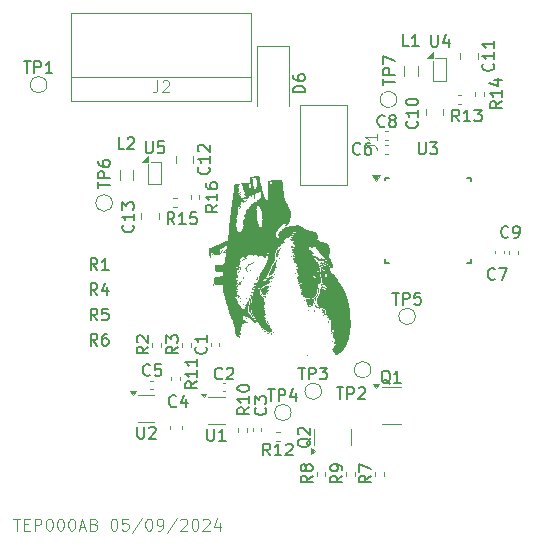
<source format=gbr>
%TF.GenerationSoftware,KiCad,Pcbnew,8.0.1*%
%TF.CreationDate,2024-09-05T15:23:59+02:00*%
%TF.ProjectId,TEP000,54455030-3030-42e6-9b69-6361645f7063,rev?*%
%TF.SameCoordinates,Original*%
%TF.FileFunction,Legend,Top*%
%TF.FilePolarity,Positive*%
%FSLAX46Y46*%
G04 Gerber Fmt 4.6, Leading zero omitted, Abs format (unit mm)*
G04 Created by KiCad (PCBNEW 8.0.1) date 2024-09-05 15:23:59*
%MOMM*%
%LPD*%
G01*
G04 APERTURE LIST*
%ADD10C,0.100000*%
%ADD11C,0.150000*%
%ADD12C,0.000000*%
%ADD13C,0.120000*%
G04 APERTURE END LIST*
D10*
X139886427Y-133517819D02*
X140457855Y-133517819D01*
X140172141Y-134517819D02*
X140172141Y-133517819D01*
X140791189Y-133994009D02*
X141124522Y-133994009D01*
X141267379Y-134517819D02*
X140791189Y-134517819D01*
X140791189Y-134517819D02*
X140791189Y-133517819D01*
X140791189Y-133517819D02*
X141267379Y-133517819D01*
X141695951Y-134517819D02*
X141695951Y-133517819D01*
X141695951Y-133517819D02*
X142076903Y-133517819D01*
X142076903Y-133517819D02*
X142172141Y-133565438D01*
X142172141Y-133565438D02*
X142219760Y-133613057D01*
X142219760Y-133613057D02*
X142267379Y-133708295D01*
X142267379Y-133708295D02*
X142267379Y-133851152D01*
X142267379Y-133851152D02*
X142219760Y-133946390D01*
X142219760Y-133946390D02*
X142172141Y-133994009D01*
X142172141Y-133994009D02*
X142076903Y-134041628D01*
X142076903Y-134041628D02*
X141695951Y-134041628D01*
X142886427Y-133517819D02*
X142981665Y-133517819D01*
X142981665Y-133517819D02*
X143076903Y-133565438D01*
X143076903Y-133565438D02*
X143124522Y-133613057D01*
X143124522Y-133613057D02*
X143172141Y-133708295D01*
X143172141Y-133708295D02*
X143219760Y-133898771D01*
X143219760Y-133898771D02*
X143219760Y-134136866D01*
X143219760Y-134136866D02*
X143172141Y-134327342D01*
X143172141Y-134327342D02*
X143124522Y-134422580D01*
X143124522Y-134422580D02*
X143076903Y-134470200D01*
X143076903Y-134470200D02*
X142981665Y-134517819D01*
X142981665Y-134517819D02*
X142886427Y-134517819D01*
X142886427Y-134517819D02*
X142791189Y-134470200D01*
X142791189Y-134470200D02*
X142743570Y-134422580D01*
X142743570Y-134422580D02*
X142695951Y-134327342D01*
X142695951Y-134327342D02*
X142648332Y-134136866D01*
X142648332Y-134136866D02*
X142648332Y-133898771D01*
X142648332Y-133898771D02*
X142695951Y-133708295D01*
X142695951Y-133708295D02*
X142743570Y-133613057D01*
X142743570Y-133613057D02*
X142791189Y-133565438D01*
X142791189Y-133565438D02*
X142886427Y-133517819D01*
X143838808Y-133517819D02*
X143934046Y-133517819D01*
X143934046Y-133517819D02*
X144029284Y-133565438D01*
X144029284Y-133565438D02*
X144076903Y-133613057D01*
X144076903Y-133613057D02*
X144124522Y-133708295D01*
X144124522Y-133708295D02*
X144172141Y-133898771D01*
X144172141Y-133898771D02*
X144172141Y-134136866D01*
X144172141Y-134136866D02*
X144124522Y-134327342D01*
X144124522Y-134327342D02*
X144076903Y-134422580D01*
X144076903Y-134422580D02*
X144029284Y-134470200D01*
X144029284Y-134470200D02*
X143934046Y-134517819D01*
X143934046Y-134517819D02*
X143838808Y-134517819D01*
X143838808Y-134517819D02*
X143743570Y-134470200D01*
X143743570Y-134470200D02*
X143695951Y-134422580D01*
X143695951Y-134422580D02*
X143648332Y-134327342D01*
X143648332Y-134327342D02*
X143600713Y-134136866D01*
X143600713Y-134136866D02*
X143600713Y-133898771D01*
X143600713Y-133898771D02*
X143648332Y-133708295D01*
X143648332Y-133708295D02*
X143695951Y-133613057D01*
X143695951Y-133613057D02*
X143743570Y-133565438D01*
X143743570Y-133565438D02*
X143838808Y-133517819D01*
X144791189Y-133517819D02*
X144886427Y-133517819D01*
X144886427Y-133517819D02*
X144981665Y-133565438D01*
X144981665Y-133565438D02*
X145029284Y-133613057D01*
X145029284Y-133613057D02*
X145076903Y-133708295D01*
X145076903Y-133708295D02*
X145124522Y-133898771D01*
X145124522Y-133898771D02*
X145124522Y-134136866D01*
X145124522Y-134136866D02*
X145076903Y-134327342D01*
X145076903Y-134327342D02*
X145029284Y-134422580D01*
X145029284Y-134422580D02*
X144981665Y-134470200D01*
X144981665Y-134470200D02*
X144886427Y-134517819D01*
X144886427Y-134517819D02*
X144791189Y-134517819D01*
X144791189Y-134517819D02*
X144695951Y-134470200D01*
X144695951Y-134470200D02*
X144648332Y-134422580D01*
X144648332Y-134422580D02*
X144600713Y-134327342D01*
X144600713Y-134327342D02*
X144553094Y-134136866D01*
X144553094Y-134136866D02*
X144553094Y-133898771D01*
X144553094Y-133898771D02*
X144600713Y-133708295D01*
X144600713Y-133708295D02*
X144648332Y-133613057D01*
X144648332Y-133613057D02*
X144695951Y-133565438D01*
X144695951Y-133565438D02*
X144791189Y-133517819D01*
X145505475Y-134232104D02*
X145981665Y-134232104D01*
X145410237Y-134517819D02*
X145743570Y-133517819D01*
X145743570Y-133517819D02*
X146076903Y-134517819D01*
X146743570Y-133994009D02*
X146886427Y-134041628D01*
X146886427Y-134041628D02*
X146934046Y-134089247D01*
X146934046Y-134089247D02*
X146981665Y-134184485D01*
X146981665Y-134184485D02*
X146981665Y-134327342D01*
X146981665Y-134327342D02*
X146934046Y-134422580D01*
X146934046Y-134422580D02*
X146886427Y-134470200D01*
X146886427Y-134470200D02*
X146791189Y-134517819D01*
X146791189Y-134517819D02*
X146410237Y-134517819D01*
X146410237Y-134517819D02*
X146410237Y-133517819D01*
X146410237Y-133517819D02*
X146743570Y-133517819D01*
X146743570Y-133517819D02*
X146838808Y-133565438D01*
X146838808Y-133565438D02*
X146886427Y-133613057D01*
X146886427Y-133613057D02*
X146934046Y-133708295D01*
X146934046Y-133708295D02*
X146934046Y-133803533D01*
X146934046Y-133803533D02*
X146886427Y-133898771D01*
X146886427Y-133898771D02*
X146838808Y-133946390D01*
X146838808Y-133946390D02*
X146743570Y-133994009D01*
X146743570Y-133994009D02*
X146410237Y-133994009D01*
X148362618Y-133517819D02*
X148457856Y-133517819D01*
X148457856Y-133517819D02*
X148553094Y-133565438D01*
X148553094Y-133565438D02*
X148600713Y-133613057D01*
X148600713Y-133613057D02*
X148648332Y-133708295D01*
X148648332Y-133708295D02*
X148695951Y-133898771D01*
X148695951Y-133898771D02*
X148695951Y-134136866D01*
X148695951Y-134136866D02*
X148648332Y-134327342D01*
X148648332Y-134327342D02*
X148600713Y-134422580D01*
X148600713Y-134422580D02*
X148553094Y-134470200D01*
X148553094Y-134470200D02*
X148457856Y-134517819D01*
X148457856Y-134517819D02*
X148362618Y-134517819D01*
X148362618Y-134517819D02*
X148267380Y-134470200D01*
X148267380Y-134470200D02*
X148219761Y-134422580D01*
X148219761Y-134422580D02*
X148172142Y-134327342D01*
X148172142Y-134327342D02*
X148124523Y-134136866D01*
X148124523Y-134136866D02*
X148124523Y-133898771D01*
X148124523Y-133898771D02*
X148172142Y-133708295D01*
X148172142Y-133708295D02*
X148219761Y-133613057D01*
X148219761Y-133613057D02*
X148267380Y-133565438D01*
X148267380Y-133565438D02*
X148362618Y-133517819D01*
X149600713Y-133517819D02*
X149124523Y-133517819D01*
X149124523Y-133517819D02*
X149076904Y-133994009D01*
X149076904Y-133994009D02*
X149124523Y-133946390D01*
X149124523Y-133946390D02*
X149219761Y-133898771D01*
X149219761Y-133898771D02*
X149457856Y-133898771D01*
X149457856Y-133898771D02*
X149553094Y-133946390D01*
X149553094Y-133946390D02*
X149600713Y-133994009D01*
X149600713Y-133994009D02*
X149648332Y-134089247D01*
X149648332Y-134089247D02*
X149648332Y-134327342D01*
X149648332Y-134327342D02*
X149600713Y-134422580D01*
X149600713Y-134422580D02*
X149553094Y-134470200D01*
X149553094Y-134470200D02*
X149457856Y-134517819D01*
X149457856Y-134517819D02*
X149219761Y-134517819D01*
X149219761Y-134517819D02*
X149124523Y-134470200D01*
X149124523Y-134470200D02*
X149076904Y-134422580D01*
X150791189Y-133470200D02*
X149934047Y-134755914D01*
X151314999Y-133517819D02*
X151410237Y-133517819D01*
X151410237Y-133517819D02*
X151505475Y-133565438D01*
X151505475Y-133565438D02*
X151553094Y-133613057D01*
X151553094Y-133613057D02*
X151600713Y-133708295D01*
X151600713Y-133708295D02*
X151648332Y-133898771D01*
X151648332Y-133898771D02*
X151648332Y-134136866D01*
X151648332Y-134136866D02*
X151600713Y-134327342D01*
X151600713Y-134327342D02*
X151553094Y-134422580D01*
X151553094Y-134422580D02*
X151505475Y-134470200D01*
X151505475Y-134470200D02*
X151410237Y-134517819D01*
X151410237Y-134517819D02*
X151314999Y-134517819D01*
X151314999Y-134517819D02*
X151219761Y-134470200D01*
X151219761Y-134470200D02*
X151172142Y-134422580D01*
X151172142Y-134422580D02*
X151124523Y-134327342D01*
X151124523Y-134327342D02*
X151076904Y-134136866D01*
X151076904Y-134136866D02*
X151076904Y-133898771D01*
X151076904Y-133898771D02*
X151124523Y-133708295D01*
X151124523Y-133708295D02*
X151172142Y-133613057D01*
X151172142Y-133613057D02*
X151219761Y-133565438D01*
X151219761Y-133565438D02*
X151314999Y-133517819D01*
X152124523Y-134517819D02*
X152314999Y-134517819D01*
X152314999Y-134517819D02*
X152410237Y-134470200D01*
X152410237Y-134470200D02*
X152457856Y-134422580D01*
X152457856Y-134422580D02*
X152553094Y-134279723D01*
X152553094Y-134279723D02*
X152600713Y-134089247D01*
X152600713Y-134089247D02*
X152600713Y-133708295D01*
X152600713Y-133708295D02*
X152553094Y-133613057D01*
X152553094Y-133613057D02*
X152505475Y-133565438D01*
X152505475Y-133565438D02*
X152410237Y-133517819D01*
X152410237Y-133517819D02*
X152219761Y-133517819D01*
X152219761Y-133517819D02*
X152124523Y-133565438D01*
X152124523Y-133565438D02*
X152076904Y-133613057D01*
X152076904Y-133613057D02*
X152029285Y-133708295D01*
X152029285Y-133708295D02*
X152029285Y-133946390D01*
X152029285Y-133946390D02*
X152076904Y-134041628D01*
X152076904Y-134041628D02*
X152124523Y-134089247D01*
X152124523Y-134089247D02*
X152219761Y-134136866D01*
X152219761Y-134136866D02*
X152410237Y-134136866D01*
X152410237Y-134136866D02*
X152505475Y-134089247D01*
X152505475Y-134089247D02*
X152553094Y-134041628D01*
X152553094Y-134041628D02*
X152600713Y-133946390D01*
X153743570Y-133470200D02*
X152886428Y-134755914D01*
X154029285Y-133613057D02*
X154076904Y-133565438D01*
X154076904Y-133565438D02*
X154172142Y-133517819D01*
X154172142Y-133517819D02*
X154410237Y-133517819D01*
X154410237Y-133517819D02*
X154505475Y-133565438D01*
X154505475Y-133565438D02*
X154553094Y-133613057D01*
X154553094Y-133613057D02*
X154600713Y-133708295D01*
X154600713Y-133708295D02*
X154600713Y-133803533D01*
X154600713Y-133803533D02*
X154553094Y-133946390D01*
X154553094Y-133946390D02*
X153981666Y-134517819D01*
X153981666Y-134517819D02*
X154600713Y-134517819D01*
X155219761Y-133517819D02*
X155314999Y-133517819D01*
X155314999Y-133517819D02*
X155410237Y-133565438D01*
X155410237Y-133565438D02*
X155457856Y-133613057D01*
X155457856Y-133613057D02*
X155505475Y-133708295D01*
X155505475Y-133708295D02*
X155553094Y-133898771D01*
X155553094Y-133898771D02*
X155553094Y-134136866D01*
X155553094Y-134136866D02*
X155505475Y-134327342D01*
X155505475Y-134327342D02*
X155457856Y-134422580D01*
X155457856Y-134422580D02*
X155410237Y-134470200D01*
X155410237Y-134470200D02*
X155314999Y-134517819D01*
X155314999Y-134517819D02*
X155219761Y-134517819D01*
X155219761Y-134517819D02*
X155124523Y-134470200D01*
X155124523Y-134470200D02*
X155076904Y-134422580D01*
X155076904Y-134422580D02*
X155029285Y-134327342D01*
X155029285Y-134327342D02*
X154981666Y-134136866D01*
X154981666Y-134136866D02*
X154981666Y-133898771D01*
X154981666Y-133898771D02*
X155029285Y-133708295D01*
X155029285Y-133708295D02*
X155076904Y-133613057D01*
X155076904Y-133613057D02*
X155124523Y-133565438D01*
X155124523Y-133565438D02*
X155219761Y-133517819D01*
X155934047Y-133613057D02*
X155981666Y-133565438D01*
X155981666Y-133565438D02*
X156076904Y-133517819D01*
X156076904Y-133517819D02*
X156314999Y-133517819D01*
X156314999Y-133517819D02*
X156410237Y-133565438D01*
X156410237Y-133565438D02*
X156457856Y-133613057D01*
X156457856Y-133613057D02*
X156505475Y-133708295D01*
X156505475Y-133708295D02*
X156505475Y-133803533D01*
X156505475Y-133803533D02*
X156457856Y-133946390D01*
X156457856Y-133946390D02*
X155886428Y-134517819D01*
X155886428Y-134517819D02*
X156505475Y-134517819D01*
X157362618Y-133851152D02*
X157362618Y-134517819D01*
X157124523Y-133470200D02*
X156886428Y-134184485D01*
X156886428Y-134184485D02*
X157505475Y-134184485D01*
D11*
X151107895Y-101562219D02*
X151107895Y-102371742D01*
X151107895Y-102371742D02*
X151155514Y-102466980D01*
X151155514Y-102466980D02*
X151203133Y-102514600D01*
X151203133Y-102514600D02*
X151298371Y-102562219D01*
X151298371Y-102562219D02*
X151488847Y-102562219D01*
X151488847Y-102562219D02*
X151584085Y-102514600D01*
X151584085Y-102514600D02*
X151631704Y-102466980D01*
X151631704Y-102466980D02*
X151679323Y-102371742D01*
X151679323Y-102371742D02*
X151679323Y-101562219D01*
X152631704Y-101562219D02*
X152155514Y-101562219D01*
X152155514Y-101562219D02*
X152107895Y-102038409D01*
X152107895Y-102038409D02*
X152155514Y-101990790D01*
X152155514Y-101990790D02*
X152250752Y-101943171D01*
X152250752Y-101943171D02*
X152488847Y-101943171D01*
X152488847Y-101943171D02*
X152584085Y-101990790D01*
X152584085Y-101990790D02*
X152631704Y-102038409D01*
X152631704Y-102038409D02*
X152679323Y-102133647D01*
X152679323Y-102133647D02*
X152679323Y-102371742D01*
X152679323Y-102371742D02*
X152631704Y-102466980D01*
X152631704Y-102466980D02*
X152584085Y-102514600D01*
X152584085Y-102514600D02*
X152488847Y-102562219D01*
X152488847Y-102562219D02*
X152250752Y-102562219D01*
X152250752Y-102562219D02*
X152155514Y-102514600D01*
X152155514Y-102514600D02*
X152107895Y-102466980D01*
X175260095Y-92545819D02*
X175260095Y-93355342D01*
X175260095Y-93355342D02*
X175307714Y-93450580D01*
X175307714Y-93450580D02*
X175355333Y-93498200D01*
X175355333Y-93498200D02*
X175450571Y-93545819D01*
X175450571Y-93545819D02*
X175641047Y-93545819D01*
X175641047Y-93545819D02*
X175736285Y-93498200D01*
X175736285Y-93498200D02*
X175783904Y-93450580D01*
X175783904Y-93450580D02*
X175831523Y-93355342D01*
X175831523Y-93355342D02*
X175831523Y-92545819D01*
X176736285Y-92879152D02*
X176736285Y-93545819D01*
X176498190Y-92498200D02*
X176260095Y-93212485D01*
X176260095Y-93212485D02*
X176879142Y-93212485D01*
X174218695Y-101659619D02*
X174218695Y-102469142D01*
X174218695Y-102469142D02*
X174266314Y-102564380D01*
X174266314Y-102564380D02*
X174313933Y-102612000D01*
X174313933Y-102612000D02*
X174409171Y-102659619D01*
X174409171Y-102659619D02*
X174599647Y-102659619D01*
X174599647Y-102659619D02*
X174694885Y-102612000D01*
X174694885Y-102612000D02*
X174742504Y-102564380D01*
X174742504Y-102564380D02*
X174790123Y-102469142D01*
X174790123Y-102469142D02*
X174790123Y-101659619D01*
X175171076Y-101659619D02*
X175790123Y-101659619D01*
X175790123Y-101659619D02*
X175456790Y-102040571D01*
X175456790Y-102040571D02*
X175599647Y-102040571D01*
X175599647Y-102040571D02*
X175694885Y-102088190D01*
X175694885Y-102088190D02*
X175742504Y-102135809D01*
X175742504Y-102135809D02*
X175790123Y-102231047D01*
X175790123Y-102231047D02*
X175790123Y-102469142D01*
X175790123Y-102469142D02*
X175742504Y-102564380D01*
X175742504Y-102564380D02*
X175694885Y-102612000D01*
X175694885Y-102612000D02*
X175599647Y-102659619D01*
X175599647Y-102659619D02*
X175313933Y-102659619D01*
X175313933Y-102659619D02*
X175218695Y-102612000D01*
X175218695Y-102612000D02*
X175171076Y-102564380D01*
X150393495Y-125731519D02*
X150393495Y-126541042D01*
X150393495Y-126541042D02*
X150441114Y-126636280D01*
X150441114Y-126636280D02*
X150488733Y-126683900D01*
X150488733Y-126683900D02*
X150583971Y-126731519D01*
X150583971Y-126731519D02*
X150774447Y-126731519D01*
X150774447Y-126731519D02*
X150869685Y-126683900D01*
X150869685Y-126683900D02*
X150917304Y-126636280D01*
X150917304Y-126636280D02*
X150964923Y-126541042D01*
X150964923Y-126541042D02*
X150964923Y-125731519D01*
X151393495Y-125826757D02*
X151441114Y-125779138D01*
X151441114Y-125779138D02*
X151536352Y-125731519D01*
X151536352Y-125731519D02*
X151774447Y-125731519D01*
X151774447Y-125731519D02*
X151869685Y-125779138D01*
X151869685Y-125779138D02*
X151917304Y-125826757D01*
X151917304Y-125826757D02*
X151964923Y-125921995D01*
X151964923Y-125921995D02*
X151964923Y-126017233D01*
X151964923Y-126017233D02*
X151917304Y-126160090D01*
X151917304Y-126160090D02*
X151345876Y-126731519D01*
X151345876Y-126731519D02*
X151964923Y-126731519D01*
X156311695Y-125921419D02*
X156311695Y-126730942D01*
X156311695Y-126730942D02*
X156359314Y-126826180D01*
X156359314Y-126826180D02*
X156406933Y-126873800D01*
X156406933Y-126873800D02*
X156502171Y-126921419D01*
X156502171Y-126921419D02*
X156692647Y-126921419D01*
X156692647Y-126921419D02*
X156787885Y-126873800D01*
X156787885Y-126873800D02*
X156835504Y-126826180D01*
X156835504Y-126826180D02*
X156883123Y-126730942D01*
X156883123Y-126730942D02*
X156883123Y-125921419D01*
X157883123Y-126921419D02*
X157311695Y-126921419D01*
X157597409Y-126921419D02*
X157597409Y-125921419D01*
X157597409Y-125921419D02*
X157502171Y-126064276D01*
X157502171Y-126064276D02*
X157406933Y-126159514D01*
X157406933Y-126159514D02*
X157311695Y-126207133D01*
X171184219Y-96816704D02*
X171184219Y-96245276D01*
X172184219Y-96530990D02*
X171184219Y-96530990D01*
X172184219Y-95911942D02*
X171184219Y-95911942D01*
X171184219Y-95911942D02*
X171184219Y-95530990D01*
X171184219Y-95530990D02*
X171231838Y-95435752D01*
X171231838Y-95435752D02*
X171279457Y-95388133D01*
X171279457Y-95388133D02*
X171374695Y-95340514D01*
X171374695Y-95340514D02*
X171517552Y-95340514D01*
X171517552Y-95340514D02*
X171612790Y-95388133D01*
X171612790Y-95388133D02*
X171660409Y-95435752D01*
X171660409Y-95435752D02*
X171708028Y-95530990D01*
X171708028Y-95530990D02*
X171708028Y-95911942D01*
X171184219Y-95007180D02*
X171184219Y-94340514D01*
X171184219Y-94340514D02*
X172184219Y-94769085D01*
X147079619Y-105554304D02*
X147079619Y-104982876D01*
X148079619Y-105268590D02*
X147079619Y-105268590D01*
X148079619Y-104649542D02*
X147079619Y-104649542D01*
X147079619Y-104649542D02*
X147079619Y-104268590D01*
X147079619Y-104268590D02*
X147127238Y-104173352D01*
X147127238Y-104173352D02*
X147174857Y-104125733D01*
X147174857Y-104125733D02*
X147270095Y-104078114D01*
X147270095Y-104078114D02*
X147412952Y-104078114D01*
X147412952Y-104078114D02*
X147508190Y-104125733D01*
X147508190Y-104125733D02*
X147555809Y-104173352D01*
X147555809Y-104173352D02*
X147603428Y-104268590D01*
X147603428Y-104268590D02*
X147603428Y-104649542D01*
X147079619Y-103220971D02*
X147079619Y-103411447D01*
X147079619Y-103411447D02*
X147127238Y-103506685D01*
X147127238Y-103506685D02*
X147174857Y-103554304D01*
X147174857Y-103554304D02*
X147317714Y-103649542D01*
X147317714Y-103649542D02*
X147508190Y-103697161D01*
X147508190Y-103697161D02*
X147889142Y-103697161D01*
X147889142Y-103697161D02*
X147984380Y-103649542D01*
X147984380Y-103649542D02*
X148032000Y-103601923D01*
X148032000Y-103601923D02*
X148079619Y-103506685D01*
X148079619Y-103506685D02*
X148079619Y-103316209D01*
X148079619Y-103316209D02*
X148032000Y-103220971D01*
X148032000Y-103220971D02*
X147984380Y-103173352D01*
X147984380Y-103173352D02*
X147889142Y-103125733D01*
X147889142Y-103125733D02*
X147651047Y-103125733D01*
X147651047Y-103125733D02*
X147555809Y-103173352D01*
X147555809Y-103173352D02*
X147508190Y-103220971D01*
X147508190Y-103220971D02*
X147460571Y-103316209D01*
X147460571Y-103316209D02*
X147460571Y-103506685D01*
X147460571Y-103506685D02*
X147508190Y-103601923D01*
X147508190Y-103601923D02*
X147555809Y-103649542D01*
X147555809Y-103649542D02*
X147651047Y-103697161D01*
X171966095Y-114389619D02*
X172537523Y-114389619D01*
X172251809Y-115389619D02*
X172251809Y-114389619D01*
X172870857Y-115389619D02*
X172870857Y-114389619D01*
X172870857Y-114389619D02*
X173251809Y-114389619D01*
X173251809Y-114389619D02*
X173347047Y-114437238D01*
X173347047Y-114437238D02*
X173394666Y-114484857D01*
X173394666Y-114484857D02*
X173442285Y-114580095D01*
X173442285Y-114580095D02*
X173442285Y-114722952D01*
X173442285Y-114722952D02*
X173394666Y-114818190D01*
X173394666Y-114818190D02*
X173347047Y-114865809D01*
X173347047Y-114865809D02*
X173251809Y-114913428D01*
X173251809Y-114913428D02*
X172870857Y-114913428D01*
X174347047Y-114389619D02*
X173870857Y-114389619D01*
X173870857Y-114389619D02*
X173823238Y-114865809D01*
X173823238Y-114865809D02*
X173870857Y-114818190D01*
X173870857Y-114818190D02*
X173966095Y-114770571D01*
X173966095Y-114770571D02*
X174204190Y-114770571D01*
X174204190Y-114770571D02*
X174299428Y-114818190D01*
X174299428Y-114818190D02*
X174347047Y-114865809D01*
X174347047Y-114865809D02*
X174394666Y-114961047D01*
X174394666Y-114961047D02*
X174394666Y-115199142D01*
X174394666Y-115199142D02*
X174347047Y-115294380D01*
X174347047Y-115294380D02*
X174299428Y-115342000D01*
X174299428Y-115342000D02*
X174204190Y-115389619D01*
X174204190Y-115389619D02*
X173966095Y-115389619D01*
X173966095Y-115389619D02*
X173870857Y-115342000D01*
X173870857Y-115342000D02*
X173823238Y-115294380D01*
X161450495Y-122530919D02*
X162021923Y-122530919D01*
X161736209Y-123530919D02*
X161736209Y-122530919D01*
X162355257Y-123530919D02*
X162355257Y-122530919D01*
X162355257Y-122530919D02*
X162736209Y-122530919D01*
X162736209Y-122530919D02*
X162831447Y-122578538D01*
X162831447Y-122578538D02*
X162879066Y-122626157D01*
X162879066Y-122626157D02*
X162926685Y-122721395D01*
X162926685Y-122721395D02*
X162926685Y-122864252D01*
X162926685Y-122864252D02*
X162879066Y-122959490D01*
X162879066Y-122959490D02*
X162831447Y-123007109D01*
X162831447Y-123007109D02*
X162736209Y-123054728D01*
X162736209Y-123054728D02*
X162355257Y-123054728D01*
X163783828Y-122864252D02*
X163783828Y-123530919D01*
X163545733Y-122483300D02*
X163307638Y-123197585D01*
X163307638Y-123197585D02*
X163926685Y-123197585D01*
X164015895Y-120727519D02*
X164587323Y-120727519D01*
X164301609Y-121727519D02*
X164301609Y-120727519D01*
X164920657Y-121727519D02*
X164920657Y-120727519D01*
X164920657Y-120727519D02*
X165301609Y-120727519D01*
X165301609Y-120727519D02*
X165396847Y-120775138D01*
X165396847Y-120775138D02*
X165444466Y-120822757D01*
X165444466Y-120822757D02*
X165492085Y-120917995D01*
X165492085Y-120917995D02*
X165492085Y-121060852D01*
X165492085Y-121060852D02*
X165444466Y-121156090D01*
X165444466Y-121156090D02*
X165396847Y-121203709D01*
X165396847Y-121203709D02*
X165301609Y-121251328D01*
X165301609Y-121251328D02*
X164920657Y-121251328D01*
X165825419Y-120727519D02*
X166444466Y-120727519D01*
X166444466Y-120727519D02*
X166111133Y-121108471D01*
X166111133Y-121108471D02*
X166253990Y-121108471D01*
X166253990Y-121108471D02*
X166349228Y-121156090D01*
X166349228Y-121156090D02*
X166396847Y-121203709D01*
X166396847Y-121203709D02*
X166444466Y-121298947D01*
X166444466Y-121298947D02*
X166444466Y-121537042D01*
X166444466Y-121537042D02*
X166396847Y-121632280D01*
X166396847Y-121632280D02*
X166349228Y-121679900D01*
X166349228Y-121679900D02*
X166253990Y-121727519D01*
X166253990Y-121727519D02*
X165968276Y-121727519D01*
X165968276Y-121727519D02*
X165873038Y-121679900D01*
X165873038Y-121679900D02*
X165825419Y-121632280D01*
X167267095Y-122390819D02*
X167838523Y-122390819D01*
X167552809Y-123390819D02*
X167552809Y-122390819D01*
X168171857Y-123390819D02*
X168171857Y-122390819D01*
X168171857Y-122390819D02*
X168552809Y-122390819D01*
X168552809Y-122390819D02*
X168648047Y-122438438D01*
X168648047Y-122438438D02*
X168695666Y-122486057D01*
X168695666Y-122486057D02*
X168743285Y-122581295D01*
X168743285Y-122581295D02*
X168743285Y-122724152D01*
X168743285Y-122724152D02*
X168695666Y-122819390D01*
X168695666Y-122819390D02*
X168648047Y-122867009D01*
X168648047Y-122867009D02*
X168552809Y-122914628D01*
X168552809Y-122914628D02*
X168171857Y-122914628D01*
X169124238Y-122486057D02*
X169171857Y-122438438D01*
X169171857Y-122438438D02*
X169267095Y-122390819D01*
X169267095Y-122390819D02*
X169505190Y-122390819D01*
X169505190Y-122390819D02*
X169600428Y-122438438D01*
X169600428Y-122438438D02*
X169648047Y-122486057D01*
X169648047Y-122486057D02*
X169695666Y-122581295D01*
X169695666Y-122581295D02*
X169695666Y-122676533D01*
X169695666Y-122676533D02*
X169648047Y-122819390D01*
X169648047Y-122819390D02*
X169076619Y-123390819D01*
X169076619Y-123390819D02*
X169695666Y-123390819D01*
X140774895Y-94779219D02*
X141346323Y-94779219D01*
X141060609Y-95779219D02*
X141060609Y-94779219D01*
X141679657Y-95779219D02*
X141679657Y-94779219D01*
X141679657Y-94779219D02*
X142060609Y-94779219D01*
X142060609Y-94779219D02*
X142155847Y-94826838D01*
X142155847Y-94826838D02*
X142203466Y-94874457D01*
X142203466Y-94874457D02*
X142251085Y-94969695D01*
X142251085Y-94969695D02*
X142251085Y-95112552D01*
X142251085Y-95112552D02*
X142203466Y-95207790D01*
X142203466Y-95207790D02*
X142155847Y-95255409D01*
X142155847Y-95255409D02*
X142060609Y-95303028D01*
X142060609Y-95303028D02*
X141679657Y-95303028D01*
X143203466Y-95779219D02*
X142632038Y-95779219D01*
X142917752Y-95779219D02*
X142917752Y-94779219D01*
X142917752Y-94779219D02*
X142822514Y-94922076D01*
X142822514Y-94922076D02*
X142727276Y-95017314D01*
X142727276Y-95017314D02*
X142632038Y-95064933D01*
X157172819Y-106941857D02*
X156696628Y-107275190D01*
X157172819Y-107513285D02*
X156172819Y-107513285D01*
X156172819Y-107513285D02*
X156172819Y-107132333D01*
X156172819Y-107132333D02*
X156220438Y-107037095D01*
X156220438Y-107037095D02*
X156268057Y-106989476D01*
X156268057Y-106989476D02*
X156363295Y-106941857D01*
X156363295Y-106941857D02*
X156506152Y-106941857D01*
X156506152Y-106941857D02*
X156601390Y-106989476D01*
X156601390Y-106989476D02*
X156649009Y-107037095D01*
X156649009Y-107037095D02*
X156696628Y-107132333D01*
X156696628Y-107132333D02*
X156696628Y-107513285D01*
X157172819Y-105989476D02*
X157172819Y-106560904D01*
X157172819Y-106275190D02*
X156172819Y-106275190D01*
X156172819Y-106275190D02*
X156315676Y-106370428D01*
X156315676Y-106370428D02*
X156410914Y-106465666D01*
X156410914Y-106465666D02*
X156458533Y-106560904D01*
X156172819Y-105132333D02*
X156172819Y-105322809D01*
X156172819Y-105322809D02*
X156220438Y-105418047D01*
X156220438Y-105418047D02*
X156268057Y-105465666D01*
X156268057Y-105465666D02*
X156410914Y-105560904D01*
X156410914Y-105560904D02*
X156601390Y-105608523D01*
X156601390Y-105608523D02*
X156982342Y-105608523D01*
X156982342Y-105608523D02*
X157077580Y-105560904D01*
X157077580Y-105560904D02*
X157125200Y-105513285D01*
X157125200Y-105513285D02*
X157172819Y-105418047D01*
X157172819Y-105418047D02*
X157172819Y-105227571D01*
X157172819Y-105227571D02*
X157125200Y-105132333D01*
X157125200Y-105132333D02*
X157077580Y-105084714D01*
X157077580Y-105084714D02*
X156982342Y-105037095D01*
X156982342Y-105037095D02*
X156744247Y-105037095D01*
X156744247Y-105037095D02*
X156649009Y-105084714D01*
X156649009Y-105084714D02*
X156601390Y-105132333D01*
X156601390Y-105132333D02*
X156553771Y-105227571D01*
X156553771Y-105227571D02*
X156553771Y-105418047D01*
X156553771Y-105418047D02*
X156601390Y-105513285D01*
X156601390Y-105513285D02*
X156649009Y-105560904D01*
X156649009Y-105560904D02*
X156744247Y-105608523D01*
X153535142Y-108582619D02*
X153201809Y-108106428D01*
X152963714Y-108582619D02*
X152963714Y-107582619D01*
X152963714Y-107582619D02*
X153344666Y-107582619D01*
X153344666Y-107582619D02*
X153439904Y-107630238D01*
X153439904Y-107630238D02*
X153487523Y-107677857D01*
X153487523Y-107677857D02*
X153535142Y-107773095D01*
X153535142Y-107773095D02*
X153535142Y-107915952D01*
X153535142Y-107915952D02*
X153487523Y-108011190D01*
X153487523Y-108011190D02*
X153439904Y-108058809D01*
X153439904Y-108058809D02*
X153344666Y-108106428D01*
X153344666Y-108106428D02*
X152963714Y-108106428D01*
X154487523Y-108582619D02*
X153916095Y-108582619D01*
X154201809Y-108582619D02*
X154201809Y-107582619D01*
X154201809Y-107582619D02*
X154106571Y-107725476D01*
X154106571Y-107725476D02*
X154011333Y-107820714D01*
X154011333Y-107820714D02*
X153916095Y-107868333D01*
X155392285Y-107582619D02*
X154916095Y-107582619D01*
X154916095Y-107582619D02*
X154868476Y-108058809D01*
X154868476Y-108058809D02*
X154916095Y-108011190D01*
X154916095Y-108011190D02*
X155011333Y-107963571D01*
X155011333Y-107963571D02*
X155249428Y-107963571D01*
X155249428Y-107963571D02*
X155344666Y-108011190D01*
X155344666Y-108011190D02*
X155392285Y-108058809D01*
X155392285Y-108058809D02*
X155439904Y-108154047D01*
X155439904Y-108154047D02*
X155439904Y-108392142D01*
X155439904Y-108392142D02*
X155392285Y-108487380D01*
X155392285Y-108487380D02*
X155344666Y-108535000D01*
X155344666Y-108535000D02*
X155249428Y-108582619D01*
X155249428Y-108582619D02*
X155011333Y-108582619D01*
X155011333Y-108582619D02*
X154916095Y-108535000D01*
X154916095Y-108535000D02*
X154868476Y-108487380D01*
X181252019Y-98178857D02*
X180775828Y-98512190D01*
X181252019Y-98750285D02*
X180252019Y-98750285D01*
X180252019Y-98750285D02*
X180252019Y-98369333D01*
X180252019Y-98369333D02*
X180299638Y-98274095D01*
X180299638Y-98274095D02*
X180347257Y-98226476D01*
X180347257Y-98226476D02*
X180442495Y-98178857D01*
X180442495Y-98178857D02*
X180585352Y-98178857D01*
X180585352Y-98178857D02*
X180680590Y-98226476D01*
X180680590Y-98226476D02*
X180728209Y-98274095D01*
X180728209Y-98274095D02*
X180775828Y-98369333D01*
X180775828Y-98369333D02*
X180775828Y-98750285D01*
X181252019Y-97226476D02*
X181252019Y-97797904D01*
X181252019Y-97512190D02*
X180252019Y-97512190D01*
X180252019Y-97512190D02*
X180394876Y-97607428D01*
X180394876Y-97607428D02*
X180490114Y-97702666D01*
X180490114Y-97702666D02*
X180537733Y-97797904D01*
X180585352Y-96369333D02*
X181252019Y-96369333D01*
X180204400Y-96607428D02*
X180918685Y-96845523D01*
X180918685Y-96845523D02*
X180918685Y-96226476D01*
X177639742Y-99870419D02*
X177306409Y-99394228D01*
X177068314Y-99870419D02*
X177068314Y-98870419D01*
X177068314Y-98870419D02*
X177449266Y-98870419D01*
X177449266Y-98870419D02*
X177544504Y-98918038D01*
X177544504Y-98918038D02*
X177592123Y-98965657D01*
X177592123Y-98965657D02*
X177639742Y-99060895D01*
X177639742Y-99060895D02*
X177639742Y-99203752D01*
X177639742Y-99203752D02*
X177592123Y-99298990D01*
X177592123Y-99298990D02*
X177544504Y-99346609D01*
X177544504Y-99346609D02*
X177449266Y-99394228D01*
X177449266Y-99394228D02*
X177068314Y-99394228D01*
X178592123Y-99870419D02*
X178020695Y-99870419D01*
X178306409Y-99870419D02*
X178306409Y-98870419D01*
X178306409Y-98870419D02*
X178211171Y-99013276D01*
X178211171Y-99013276D02*
X178115933Y-99108514D01*
X178115933Y-99108514D02*
X178020695Y-99156133D01*
X178925457Y-98870419D02*
X179544504Y-98870419D01*
X179544504Y-98870419D02*
X179211171Y-99251371D01*
X179211171Y-99251371D02*
X179354028Y-99251371D01*
X179354028Y-99251371D02*
X179449266Y-99298990D01*
X179449266Y-99298990D02*
X179496885Y-99346609D01*
X179496885Y-99346609D02*
X179544504Y-99441847D01*
X179544504Y-99441847D02*
X179544504Y-99679942D01*
X179544504Y-99679942D02*
X179496885Y-99775180D01*
X179496885Y-99775180D02*
X179449266Y-99822800D01*
X179449266Y-99822800D02*
X179354028Y-99870419D01*
X179354028Y-99870419D02*
X179068314Y-99870419D01*
X179068314Y-99870419D02*
X178973076Y-99822800D01*
X178973076Y-99822800D02*
X178925457Y-99775180D01*
X161637742Y-128155519D02*
X161304409Y-127679328D01*
X161066314Y-128155519D02*
X161066314Y-127155519D01*
X161066314Y-127155519D02*
X161447266Y-127155519D01*
X161447266Y-127155519D02*
X161542504Y-127203138D01*
X161542504Y-127203138D02*
X161590123Y-127250757D01*
X161590123Y-127250757D02*
X161637742Y-127345995D01*
X161637742Y-127345995D02*
X161637742Y-127488852D01*
X161637742Y-127488852D02*
X161590123Y-127584090D01*
X161590123Y-127584090D02*
X161542504Y-127631709D01*
X161542504Y-127631709D02*
X161447266Y-127679328D01*
X161447266Y-127679328D02*
X161066314Y-127679328D01*
X162590123Y-128155519D02*
X162018695Y-128155519D01*
X162304409Y-128155519D02*
X162304409Y-127155519D01*
X162304409Y-127155519D02*
X162209171Y-127298376D01*
X162209171Y-127298376D02*
X162113933Y-127393614D01*
X162113933Y-127393614D02*
X162018695Y-127441233D01*
X162971076Y-127250757D02*
X163018695Y-127203138D01*
X163018695Y-127203138D02*
X163113933Y-127155519D01*
X163113933Y-127155519D02*
X163352028Y-127155519D01*
X163352028Y-127155519D02*
X163447266Y-127203138D01*
X163447266Y-127203138D02*
X163494885Y-127250757D01*
X163494885Y-127250757D02*
X163542504Y-127345995D01*
X163542504Y-127345995D02*
X163542504Y-127441233D01*
X163542504Y-127441233D02*
X163494885Y-127584090D01*
X163494885Y-127584090D02*
X162923457Y-128155519D01*
X162923457Y-128155519D02*
X163542504Y-128155519D01*
X155445619Y-121890357D02*
X154969428Y-122223690D01*
X155445619Y-122461785D02*
X154445619Y-122461785D01*
X154445619Y-122461785D02*
X154445619Y-122080833D01*
X154445619Y-122080833D02*
X154493238Y-121985595D01*
X154493238Y-121985595D02*
X154540857Y-121937976D01*
X154540857Y-121937976D02*
X154636095Y-121890357D01*
X154636095Y-121890357D02*
X154778952Y-121890357D01*
X154778952Y-121890357D02*
X154874190Y-121937976D01*
X154874190Y-121937976D02*
X154921809Y-121985595D01*
X154921809Y-121985595D02*
X154969428Y-122080833D01*
X154969428Y-122080833D02*
X154969428Y-122461785D01*
X155445619Y-120937976D02*
X155445619Y-121509404D01*
X155445619Y-121223690D02*
X154445619Y-121223690D01*
X154445619Y-121223690D02*
X154588476Y-121318928D01*
X154588476Y-121318928D02*
X154683714Y-121414166D01*
X154683714Y-121414166D02*
X154731333Y-121509404D01*
X155445619Y-119985595D02*
X155445619Y-120557023D01*
X155445619Y-120271309D02*
X154445619Y-120271309D01*
X154445619Y-120271309D02*
X154588476Y-120366547D01*
X154588476Y-120366547D02*
X154683714Y-120461785D01*
X154683714Y-120461785D02*
X154731333Y-120557023D01*
X159865219Y-124086857D02*
X159389028Y-124420190D01*
X159865219Y-124658285D02*
X158865219Y-124658285D01*
X158865219Y-124658285D02*
X158865219Y-124277333D01*
X158865219Y-124277333D02*
X158912838Y-124182095D01*
X158912838Y-124182095D02*
X158960457Y-124134476D01*
X158960457Y-124134476D02*
X159055695Y-124086857D01*
X159055695Y-124086857D02*
X159198552Y-124086857D01*
X159198552Y-124086857D02*
X159293790Y-124134476D01*
X159293790Y-124134476D02*
X159341409Y-124182095D01*
X159341409Y-124182095D02*
X159389028Y-124277333D01*
X159389028Y-124277333D02*
X159389028Y-124658285D01*
X159865219Y-123134476D02*
X159865219Y-123705904D01*
X159865219Y-123420190D02*
X158865219Y-123420190D01*
X158865219Y-123420190D02*
X159008076Y-123515428D01*
X159008076Y-123515428D02*
X159103314Y-123610666D01*
X159103314Y-123610666D02*
X159150933Y-123705904D01*
X158865219Y-122515428D02*
X158865219Y-122420190D01*
X158865219Y-122420190D02*
X158912838Y-122324952D01*
X158912838Y-122324952D02*
X158960457Y-122277333D01*
X158960457Y-122277333D02*
X159055695Y-122229714D01*
X159055695Y-122229714D02*
X159246171Y-122182095D01*
X159246171Y-122182095D02*
X159484266Y-122182095D01*
X159484266Y-122182095D02*
X159674742Y-122229714D01*
X159674742Y-122229714D02*
X159769980Y-122277333D01*
X159769980Y-122277333D02*
X159817600Y-122324952D01*
X159817600Y-122324952D02*
X159865219Y-122420190D01*
X159865219Y-122420190D02*
X159865219Y-122515428D01*
X159865219Y-122515428D02*
X159817600Y-122610666D01*
X159817600Y-122610666D02*
X159769980Y-122658285D01*
X159769980Y-122658285D02*
X159674742Y-122705904D01*
X159674742Y-122705904D02*
X159484266Y-122753523D01*
X159484266Y-122753523D02*
X159246171Y-122753523D01*
X159246171Y-122753523D02*
X159055695Y-122705904D01*
X159055695Y-122705904D02*
X158960457Y-122658285D01*
X158960457Y-122658285D02*
X158912838Y-122610666D01*
X158912838Y-122610666D02*
X158865219Y-122515428D01*
X167737619Y-129870366D02*
X167261428Y-130203699D01*
X167737619Y-130441794D02*
X166737619Y-130441794D01*
X166737619Y-130441794D02*
X166737619Y-130060842D01*
X166737619Y-130060842D02*
X166785238Y-129965604D01*
X166785238Y-129965604D02*
X166832857Y-129917985D01*
X166832857Y-129917985D02*
X166928095Y-129870366D01*
X166928095Y-129870366D02*
X167070952Y-129870366D01*
X167070952Y-129870366D02*
X167166190Y-129917985D01*
X167166190Y-129917985D02*
X167213809Y-129965604D01*
X167213809Y-129965604D02*
X167261428Y-130060842D01*
X167261428Y-130060842D02*
X167261428Y-130441794D01*
X167737619Y-129394175D02*
X167737619Y-129203699D01*
X167737619Y-129203699D02*
X167690000Y-129108461D01*
X167690000Y-129108461D02*
X167642380Y-129060842D01*
X167642380Y-129060842D02*
X167499523Y-128965604D01*
X167499523Y-128965604D02*
X167309047Y-128917985D01*
X167309047Y-128917985D02*
X166928095Y-128917985D01*
X166928095Y-128917985D02*
X166832857Y-128965604D01*
X166832857Y-128965604D02*
X166785238Y-129013223D01*
X166785238Y-129013223D02*
X166737619Y-129108461D01*
X166737619Y-129108461D02*
X166737619Y-129298937D01*
X166737619Y-129298937D02*
X166785238Y-129394175D01*
X166785238Y-129394175D02*
X166832857Y-129441794D01*
X166832857Y-129441794D02*
X166928095Y-129489413D01*
X166928095Y-129489413D02*
X167166190Y-129489413D01*
X167166190Y-129489413D02*
X167261428Y-129441794D01*
X167261428Y-129441794D02*
X167309047Y-129394175D01*
X167309047Y-129394175D02*
X167356666Y-129298937D01*
X167356666Y-129298937D02*
X167356666Y-129108461D01*
X167356666Y-129108461D02*
X167309047Y-129013223D01*
X167309047Y-129013223D02*
X167261428Y-128965604D01*
X167261428Y-128965604D02*
X167166190Y-128917985D01*
X165223019Y-129874366D02*
X164746828Y-130207699D01*
X165223019Y-130445794D02*
X164223019Y-130445794D01*
X164223019Y-130445794D02*
X164223019Y-130064842D01*
X164223019Y-130064842D02*
X164270638Y-129969604D01*
X164270638Y-129969604D02*
X164318257Y-129921985D01*
X164318257Y-129921985D02*
X164413495Y-129874366D01*
X164413495Y-129874366D02*
X164556352Y-129874366D01*
X164556352Y-129874366D02*
X164651590Y-129921985D01*
X164651590Y-129921985D02*
X164699209Y-129969604D01*
X164699209Y-129969604D02*
X164746828Y-130064842D01*
X164746828Y-130064842D02*
X164746828Y-130445794D01*
X164651590Y-129302937D02*
X164603971Y-129398175D01*
X164603971Y-129398175D02*
X164556352Y-129445794D01*
X164556352Y-129445794D02*
X164461114Y-129493413D01*
X164461114Y-129493413D02*
X164413495Y-129493413D01*
X164413495Y-129493413D02*
X164318257Y-129445794D01*
X164318257Y-129445794D02*
X164270638Y-129398175D01*
X164270638Y-129398175D02*
X164223019Y-129302937D01*
X164223019Y-129302937D02*
X164223019Y-129112461D01*
X164223019Y-129112461D02*
X164270638Y-129017223D01*
X164270638Y-129017223D02*
X164318257Y-128969604D01*
X164318257Y-128969604D02*
X164413495Y-128921985D01*
X164413495Y-128921985D02*
X164461114Y-128921985D01*
X164461114Y-128921985D02*
X164556352Y-128969604D01*
X164556352Y-128969604D02*
X164603971Y-129017223D01*
X164603971Y-129017223D02*
X164651590Y-129112461D01*
X164651590Y-129112461D02*
X164651590Y-129302937D01*
X164651590Y-129302937D02*
X164699209Y-129398175D01*
X164699209Y-129398175D02*
X164746828Y-129445794D01*
X164746828Y-129445794D02*
X164842066Y-129493413D01*
X164842066Y-129493413D02*
X165032542Y-129493413D01*
X165032542Y-129493413D02*
X165127780Y-129445794D01*
X165127780Y-129445794D02*
X165175400Y-129398175D01*
X165175400Y-129398175D02*
X165223019Y-129302937D01*
X165223019Y-129302937D02*
X165223019Y-129112461D01*
X165223019Y-129112461D02*
X165175400Y-129017223D01*
X165175400Y-129017223D02*
X165127780Y-128969604D01*
X165127780Y-128969604D02*
X165032542Y-128921985D01*
X165032542Y-128921985D02*
X164842066Y-128921985D01*
X164842066Y-128921985D02*
X164746828Y-128969604D01*
X164746828Y-128969604D02*
X164699209Y-129017223D01*
X164699209Y-129017223D02*
X164651590Y-129112461D01*
X170177619Y-129872366D02*
X169701428Y-130205699D01*
X170177619Y-130443794D02*
X169177619Y-130443794D01*
X169177619Y-130443794D02*
X169177619Y-130062842D01*
X169177619Y-130062842D02*
X169225238Y-129967604D01*
X169225238Y-129967604D02*
X169272857Y-129919985D01*
X169272857Y-129919985D02*
X169368095Y-129872366D01*
X169368095Y-129872366D02*
X169510952Y-129872366D01*
X169510952Y-129872366D02*
X169606190Y-129919985D01*
X169606190Y-129919985D02*
X169653809Y-129967604D01*
X169653809Y-129967604D02*
X169701428Y-130062842D01*
X169701428Y-130062842D02*
X169701428Y-130443794D01*
X169177619Y-129539032D02*
X169177619Y-128872366D01*
X169177619Y-128872366D02*
X170177619Y-129300937D01*
X147000933Y-118859553D02*
X146667600Y-118383362D01*
X146429505Y-118859553D02*
X146429505Y-117859553D01*
X146429505Y-117859553D02*
X146810457Y-117859553D01*
X146810457Y-117859553D02*
X146905695Y-117907172D01*
X146905695Y-117907172D02*
X146953314Y-117954791D01*
X146953314Y-117954791D02*
X147000933Y-118050029D01*
X147000933Y-118050029D02*
X147000933Y-118192886D01*
X147000933Y-118192886D02*
X146953314Y-118288124D01*
X146953314Y-118288124D02*
X146905695Y-118335743D01*
X146905695Y-118335743D02*
X146810457Y-118383362D01*
X146810457Y-118383362D02*
X146429505Y-118383362D01*
X147858076Y-117859553D02*
X147667600Y-117859553D01*
X147667600Y-117859553D02*
X147572362Y-117907172D01*
X147572362Y-117907172D02*
X147524743Y-117954791D01*
X147524743Y-117954791D02*
X147429505Y-118097648D01*
X147429505Y-118097648D02*
X147381886Y-118288124D01*
X147381886Y-118288124D02*
X147381886Y-118669076D01*
X147381886Y-118669076D02*
X147429505Y-118764314D01*
X147429505Y-118764314D02*
X147477124Y-118811934D01*
X147477124Y-118811934D02*
X147572362Y-118859553D01*
X147572362Y-118859553D02*
X147762838Y-118859553D01*
X147762838Y-118859553D02*
X147858076Y-118811934D01*
X147858076Y-118811934D02*
X147905695Y-118764314D01*
X147905695Y-118764314D02*
X147953314Y-118669076D01*
X147953314Y-118669076D02*
X147953314Y-118430981D01*
X147953314Y-118430981D02*
X147905695Y-118335743D01*
X147905695Y-118335743D02*
X147858076Y-118288124D01*
X147858076Y-118288124D02*
X147762838Y-118240505D01*
X147762838Y-118240505D02*
X147572362Y-118240505D01*
X147572362Y-118240505D02*
X147477124Y-118288124D01*
X147477124Y-118288124D02*
X147429505Y-118335743D01*
X147429505Y-118335743D02*
X147381886Y-118430981D01*
X147000933Y-116726619D02*
X146667600Y-116250428D01*
X146429505Y-116726619D02*
X146429505Y-115726619D01*
X146429505Y-115726619D02*
X146810457Y-115726619D01*
X146810457Y-115726619D02*
X146905695Y-115774238D01*
X146905695Y-115774238D02*
X146953314Y-115821857D01*
X146953314Y-115821857D02*
X147000933Y-115917095D01*
X147000933Y-115917095D02*
X147000933Y-116059952D01*
X147000933Y-116059952D02*
X146953314Y-116155190D01*
X146953314Y-116155190D02*
X146905695Y-116202809D01*
X146905695Y-116202809D02*
X146810457Y-116250428D01*
X146810457Y-116250428D02*
X146429505Y-116250428D01*
X147905695Y-115726619D02*
X147429505Y-115726619D01*
X147429505Y-115726619D02*
X147381886Y-116202809D01*
X147381886Y-116202809D02*
X147429505Y-116155190D01*
X147429505Y-116155190D02*
X147524743Y-116107571D01*
X147524743Y-116107571D02*
X147762838Y-116107571D01*
X147762838Y-116107571D02*
X147858076Y-116155190D01*
X147858076Y-116155190D02*
X147905695Y-116202809D01*
X147905695Y-116202809D02*
X147953314Y-116298047D01*
X147953314Y-116298047D02*
X147953314Y-116536142D01*
X147953314Y-116536142D02*
X147905695Y-116631380D01*
X147905695Y-116631380D02*
X147858076Y-116679000D01*
X147858076Y-116679000D02*
X147762838Y-116726619D01*
X147762838Y-116726619D02*
X147524743Y-116726619D01*
X147524743Y-116726619D02*
X147429505Y-116679000D01*
X147429505Y-116679000D02*
X147381886Y-116631380D01*
X147000933Y-114593686D02*
X146667600Y-114117495D01*
X146429505Y-114593686D02*
X146429505Y-113593686D01*
X146429505Y-113593686D02*
X146810457Y-113593686D01*
X146810457Y-113593686D02*
X146905695Y-113641305D01*
X146905695Y-113641305D02*
X146953314Y-113688924D01*
X146953314Y-113688924D02*
X147000933Y-113784162D01*
X147000933Y-113784162D02*
X147000933Y-113927019D01*
X147000933Y-113927019D02*
X146953314Y-114022257D01*
X146953314Y-114022257D02*
X146905695Y-114069876D01*
X146905695Y-114069876D02*
X146810457Y-114117495D01*
X146810457Y-114117495D02*
X146429505Y-114117495D01*
X147858076Y-113927019D02*
X147858076Y-114593686D01*
X147619981Y-113546067D02*
X147381886Y-114260352D01*
X147381886Y-114260352D02*
X148000933Y-114260352D01*
X153818419Y-118950366D02*
X153342228Y-119283699D01*
X153818419Y-119521794D02*
X152818419Y-119521794D01*
X152818419Y-119521794D02*
X152818419Y-119140842D01*
X152818419Y-119140842D02*
X152866038Y-119045604D01*
X152866038Y-119045604D02*
X152913657Y-118997985D01*
X152913657Y-118997985D02*
X153008895Y-118950366D01*
X153008895Y-118950366D02*
X153151752Y-118950366D01*
X153151752Y-118950366D02*
X153246990Y-118997985D01*
X153246990Y-118997985D02*
X153294609Y-119045604D01*
X153294609Y-119045604D02*
X153342228Y-119140842D01*
X153342228Y-119140842D02*
X153342228Y-119521794D01*
X152818419Y-118617032D02*
X152818419Y-117997985D01*
X152818419Y-117997985D02*
X153199371Y-118331318D01*
X153199371Y-118331318D02*
X153199371Y-118188461D01*
X153199371Y-118188461D02*
X153246990Y-118093223D01*
X153246990Y-118093223D02*
X153294609Y-118045604D01*
X153294609Y-118045604D02*
X153389847Y-117997985D01*
X153389847Y-117997985D02*
X153627942Y-117997985D01*
X153627942Y-117997985D02*
X153723180Y-118045604D01*
X153723180Y-118045604D02*
X153770800Y-118093223D01*
X153770800Y-118093223D02*
X153818419Y-118188461D01*
X153818419Y-118188461D02*
X153818419Y-118474175D01*
X153818419Y-118474175D02*
X153770800Y-118569413D01*
X153770800Y-118569413D02*
X153723180Y-118617032D01*
X151329219Y-118950366D02*
X150853028Y-119283699D01*
X151329219Y-119521794D02*
X150329219Y-119521794D01*
X150329219Y-119521794D02*
X150329219Y-119140842D01*
X150329219Y-119140842D02*
X150376838Y-119045604D01*
X150376838Y-119045604D02*
X150424457Y-118997985D01*
X150424457Y-118997985D02*
X150519695Y-118950366D01*
X150519695Y-118950366D02*
X150662552Y-118950366D01*
X150662552Y-118950366D02*
X150757790Y-118997985D01*
X150757790Y-118997985D02*
X150805409Y-119045604D01*
X150805409Y-119045604D02*
X150853028Y-119140842D01*
X150853028Y-119140842D02*
X150853028Y-119521794D01*
X150424457Y-118569413D02*
X150376838Y-118521794D01*
X150376838Y-118521794D02*
X150329219Y-118426556D01*
X150329219Y-118426556D02*
X150329219Y-118188461D01*
X150329219Y-118188461D02*
X150376838Y-118093223D01*
X150376838Y-118093223D02*
X150424457Y-118045604D01*
X150424457Y-118045604D02*
X150519695Y-117997985D01*
X150519695Y-117997985D02*
X150614933Y-117997985D01*
X150614933Y-117997985D02*
X150757790Y-118045604D01*
X150757790Y-118045604D02*
X151329219Y-118617032D01*
X151329219Y-118617032D02*
X151329219Y-117997985D01*
X147000933Y-112460753D02*
X146667600Y-111984562D01*
X146429505Y-112460753D02*
X146429505Y-111460753D01*
X146429505Y-111460753D02*
X146810457Y-111460753D01*
X146810457Y-111460753D02*
X146905695Y-111508372D01*
X146905695Y-111508372D02*
X146953314Y-111555991D01*
X146953314Y-111555991D02*
X147000933Y-111651229D01*
X147000933Y-111651229D02*
X147000933Y-111794086D01*
X147000933Y-111794086D02*
X146953314Y-111889324D01*
X146953314Y-111889324D02*
X146905695Y-111936943D01*
X146905695Y-111936943D02*
X146810457Y-111984562D01*
X146810457Y-111984562D02*
X146429505Y-111984562D01*
X147953314Y-112460753D02*
X147381886Y-112460753D01*
X147667600Y-112460753D02*
X147667600Y-111460753D01*
X147667600Y-111460753D02*
X147572362Y-111603610D01*
X147572362Y-111603610D02*
X147477124Y-111698848D01*
X147477124Y-111698848D02*
X147381886Y-111746467D01*
X165078857Y-126706138D02*
X165031238Y-126801376D01*
X165031238Y-126801376D02*
X164936000Y-126896614D01*
X164936000Y-126896614D02*
X164793142Y-127039471D01*
X164793142Y-127039471D02*
X164745523Y-127134709D01*
X164745523Y-127134709D02*
X164745523Y-127229947D01*
X164983619Y-127182328D02*
X164936000Y-127277566D01*
X164936000Y-127277566D02*
X164840761Y-127372804D01*
X164840761Y-127372804D02*
X164650285Y-127420423D01*
X164650285Y-127420423D02*
X164316952Y-127420423D01*
X164316952Y-127420423D02*
X164126476Y-127372804D01*
X164126476Y-127372804D02*
X164031238Y-127277566D01*
X164031238Y-127277566D02*
X163983619Y-127182328D01*
X163983619Y-127182328D02*
X163983619Y-126991852D01*
X163983619Y-126991852D02*
X164031238Y-126896614D01*
X164031238Y-126896614D02*
X164126476Y-126801376D01*
X164126476Y-126801376D02*
X164316952Y-126753757D01*
X164316952Y-126753757D02*
X164650285Y-126753757D01*
X164650285Y-126753757D02*
X164840761Y-126801376D01*
X164840761Y-126801376D02*
X164936000Y-126896614D01*
X164936000Y-126896614D02*
X164983619Y-126991852D01*
X164983619Y-126991852D02*
X164983619Y-127182328D01*
X164078857Y-126372804D02*
X164031238Y-126325185D01*
X164031238Y-126325185D02*
X163983619Y-126229947D01*
X163983619Y-126229947D02*
X163983619Y-125991852D01*
X163983619Y-125991852D02*
X164031238Y-125896614D01*
X164031238Y-125896614D02*
X164078857Y-125848995D01*
X164078857Y-125848995D02*
X164174095Y-125801376D01*
X164174095Y-125801376D02*
X164269333Y-125801376D01*
X164269333Y-125801376D02*
X164412190Y-125848995D01*
X164412190Y-125848995D02*
X164983619Y-126420423D01*
X164983619Y-126420423D02*
X164983619Y-125801376D01*
X171786561Y-122087957D02*
X171691323Y-122040338D01*
X171691323Y-122040338D02*
X171596085Y-121945100D01*
X171596085Y-121945100D02*
X171453228Y-121802242D01*
X171453228Y-121802242D02*
X171357990Y-121754623D01*
X171357990Y-121754623D02*
X171262752Y-121754623D01*
X171310371Y-121992719D02*
X171215133Y-121945100D01*
X171215133Y-121945100D02*
X171119895Y-121849861D01*
X171119895Y-121849861D02*
X171072276Y-121659385D01*
X171072276Y-121659385D02*
X171072276Y-121326052D01*
X171072276Y-121326052D02*
X171119895Y-121135576D01*
X171119895Y-121135576D02*
X171215133Y-121040338D01*
X171215133Y-121040338D02*
X171310371Y-120992719D01*
X171310371Y-120992719D02*
X171500847Y-120992719D01*
X171500847Y-120992719D02*
X171596085Y-121040338D01*
X171596085Y-121040338D02*
X171691323Y-121135576D01*
X171691323Y-121135576D02*
X171738942Y-121326052D01*
X171738942Y-121326052D02*
X171738942Y-121659385D01*
X171738942Y-121659385D02*
X171691323Y-121849861D01*
X171691323Y-121849861D02*
X171596085Y-121945100D01*
X171596085Y-121945100D02*
X171500847Y-121992719D01*
X171500847Y-121992719D02*
X171310371Y-121992719D01*
X172691323Y-121992719D02*
X172119895Y-121992719D01*
X172405609Y-121992719D02*
X172405609Y-120992719D01*
X172405609Y-120992719D02*
X172310371Y-121135576D01*
X172310371Y-121135576D02*
X172215133Y-121230814D01*
X172215133Y-121230814D02*
X172119895Y-121278433D01*
X149286933Y-102232619D02*
X148810743Y-102232619D01*
X148810743Y-102232619D02*
X148810743Y-101232619D01*
X149572648Y-101327857D02*
X149620267Y-101280238D01*
X149620267Y-101280238D02*
X149715505Y-101232619D01*
X149715505Y-101232619D02*
X149953600Y-101232619D01*
X149953600Y-101232619D02*
X150048838Y-101280238D01*
X150048838Y-101280238D02*
X150096457Y-101327857D01*
X150096457Y-101327857D02*
X150144076Y-101423095D01*
X150144076Y-101423095D02*
X150144076Y-101518333D01*
X150144076Y-101518333D02*
X150096457Y-101661190D01*
X150096457Y-101661190D02*
X149525029Y-102232619D01*
X149525029Y-102232619D02*
X150144076Y-102232619D01*
X173366133Y-93495019D02*
X172889943Y-93495019D01*
X172889943Y-93495019D02*
X172889943Y-92495019D01*
X174223276Y-93495019D02*
X173651848Y-93495019D01*
X173937562Y-93495019D02*
X173937562Y-92495019D01*
X173937562Y-92495019D02*
X173842324Y-92637876D01*
X173842324Y-92637876D02*
X173747086Y-92733114D01*
X173747086Y-92733114D02*
X173651848Y-92780733D01*
D10*
X152092066Y-96407619D02*
X152092066Y-97121904D01*
X152092066Y-97121904D02*
X152044447Y-97264761D01*
X152044447Y-97264761D02*
X151949209Y-97360000D01*
X151949209Y-97360000D02*
X151806352Y-97407619D01*
X151806352Y-97407619D02*
X151711114Y-97407619D01*
X152520638Y-96502857D02*
X152568257Y-96455238D01*
X152568257Y-96455238D02*
X152663495Y-96407619D01*
X152663495Y-96407619D02*
X152901590Y-96407619D01*
X152901590Y-96407619D02*
X152996828Y-96455238D01*
X152996828Y-96455238D02*
X153044447Y-96502857D01*
X153044447Y-96502857D02*
X153092066Y-96598095D01*
X153092066Y-96598095D02*
X153092066Y-96693333D01*
X153092066Y-96693333D02*
X153044447Y-96836190D01*
X153044447Y-96836190D02*
X152473019Y-97407619D01*
X152473019Y-97407619D02*
X153092066Y-97407619D01*
X169684219Y-101902333D02*
X170398504Y-101902333D01*
X170398504Y-101902333D02*
X170541361Y-101949952D01*
X170541361Y-101949952D02*
X170636600Y-102045190D01*
X170636600Y-102045190D02*
X170684219Y-102188047D01*
X170684219Y-102188047D02*
X170684219Y-102283285D01*
X170684219Y-100902333D02*
X170684219Y-101473761D01*
X170684219Y-101188047D02*
X169684219Y-101188047D01*
X169684219Y-101188047D02*
X169827076Y-101283285D01*
X169827076Y-101283285D02*
X169922314Y-101378523D01*
X169922314Y-101378523D02*
X169969933Y-101473761D01*
D11*
X164579019Y-97410494D02*
X163579019Y-97410494D01*
X163579019Y-97410494D02*
X163579019Y-97172399D01*
X163579019Y-97172399D02*
X163626638Y-97029542D01*
X163626638Y-97029542D02*
X163721876Y-96934304D01*
X163721876Y-96934304D02*
X163817114Y-96886685D01*
X163817114Y-96886685D02*
X164007590Y-96839066D01*
X164007590Y-96839066D02*
X164150447Y-96839066D01*
X164150447Y-96839066D02*
X164340923Y-96886685D01*
X164340923Y-96886685D02*
X164436161Y-96934304D01*
X164436161Y-96934304D02*
X164531400Y-97029542D01*
X164531400Y-97029542D02*
X164579019Y-97172399D01*
X164579019Y-97172399D02*
X164579019Y-97410494D01*
X163579019Y-95981923D02*
X163579019Y-96172399D01*
X163579019Y-96172399D02*
X163626638Y-96267637D01*
X163626638Y-96267637D02*
X163674257Y-96315256D01*
X163674257Y-96315256D02*
X163817114Y-96410494D01*
X163817114Y-96410494D02*
X164007590Y-96458113D01*
X164007590Y-96458113D02*
X164388542Y-96458113D01*
X164388542Y-96458113D02*
X164483780Y-96410494D01*
X164483780Y-96410494D02*
X164531400Y-96362875D01*
X164531400Y-96362875D02*
X164579019Y-96267637D01*
X164579019Y-96267637D02*
X164579019Y-96077161D01*
X164579019Y-96077161D02*
X164531400Y-95981923D01*
X164531400Y-95981923D02*
X164483780Y-95934304D01*
X164483780Y-95934304D02*
X164388542Y-95886685D01*
X164388542Y-95886685D02*
X164150447Y-95886685D01*
X164150447Y-95886685D02*
X164055209Y-95934304D01*
X164055209Y-95934304D02*
X164007590Y-95981923D01*
X164007590Y-95981923D02*
X163959971Y-96077161D01*
X163959971Y-96077161D02*
X163959971Y-96267637D01*
X163959971Y-96267637D02*
X164007590Y-96362875D01*
X164007590Y-96362875D02*
X164055209Y-96410494D01*
X164055209Y-96410494D02*
X164150447Y-96458113D01*
X149990980Y-108643657D02*
X150038600Y-108691276D01*
X150038600Y-108691276D02*
X150086219Y-108834133D01*
X150086219Y-108834133D02*
X150086219Y-108929371D01*
X150086219Y-108929371D02*
X150038600Y-109072228D01*
X150038600Y-109072228D02*
X149943361Y-109167466D01*
X149943361Y-109167466D02*
X149848123Y-109215085D01*
X149848123Y-109215085D02*
X149657647Y-109262704D01*
X149657647Y-109262704D02*
X149514790Y-109262704D01*
X149514790Y-109262704D02*
X149324314Y-109215085D01*
X149324314Y-109215085D02*
X149229076Y-109167466D01*
X149229076Y-109167466D02*
X149133838Y-109072228D01*
X149133838Y-109072228D02*
X149086219Y-108929371D01*
X149086219Y-108929371D02*
X149086219Y-108834133D01*
X149086219Y-108834133D02*
X149133838Y-108691276D01*
X149133838Y-108691276D02*
X149181457Y-108643657D01*
X150086219Y-107691276D02*
X150086219Y-108262704D01*
X150086219Y-107976990D02*
X149086219Y-107976990D01*
X149086219Y-107976990D02*
X149229076Y-108072228D01*
X149229076Y-108072228D02*
X149324314Y-108167466D01*
X149324314Y-108167466D02*
X149371933Y-108262704D01*
X149086219Y-107357942D02*
X149086219Y-106738895D01*
X149086219Y-106738895D02*
X149467171Y-107072228D01*
X149467171Y-107072228D02*
X149467171Y-106929371D01*
X149467171Y-106929371D02*
X149514790Y-106834133D01*
X149514790Y-106834133D02*
X149562409Y-106786514D01*
X149562409Y-106786514D02*
X149657647Y-106738895D01*
X149657647Y-106738895D02*
X149895742Y-106738895D01*
X149895742Y-106738895D02*
X149990980Y-106786514D01*
X149990980Y-106786514D02*
X150038600Y-106834133D01*
X150038600Y-106834133D02*
X150086219Y-106929371D01*
X150086219Y-106929371D02*
X150086219Y-107215085D01*
X150086219Y-107215085D02*
X150038600Y-107310323D01*
X150038600Y-107310323D02*
X149990980Y-107357942D01*
X156420780Y-103751657D02*
X156468400Y-103799276D01*
X156468400Y-103799276D02*
X156516019Y-103942133D01*
X156516019Y-103942133D02*
X156516019Y-104037371D01*
X156516019Y-104037371D02*
X156468400Y-104180228D01*
X156468400Y-104180228D02*
X156373161Y-104275466D01*
X156373161Y-104275466D02*
X156277923Y-104323085D01*
X156277923Y-104323085D02*
X156087447Y-104370704D01*
X156087447Y-104370704D02*
X155944590Y-104370704D01*
X155944590Y-104370704D02*
X155754114Y-104323085D01*
X155754114Y-104323085D02*
X155658876Y-104275466D01*
X155658876Y-104275466D02*
X155563638Y-104180228D01*
X155563638Y-104180228D02*
X155516019Y-104037371D01*
X155516019Y-104037371D02*
X155516019Y-103942133D01*
X155516019Y-103942133D02*
X155563638Y-103799276D01*
X155563638Y-103799276D02*
X155611257Y-103751657D01*
X156516019Y-102799276D02*
X156516019Y-103370704D01*
X156516019Y-103084990D02*
X155516019Y-103084990D01*
X155516019Y-103084990D02*
X155658876Y-103180228D01*
X155658876Y-103180228D02*
X155754114Y-103275466D01*
X155754114Y-103275466D02*
X155801733Y-103370704D01*
X155611257Y-102418323D02*
X155563638Y-102370704D01*
X155563638Y-102370704D02*
X155516019Y-102275466D01*
X155516019Y-102275466D02*
X155516019Y-102037371D01*
X155516019Y-102037371D02*
X155563638Y-101942133D01*
X155563638Y-101942133D02*
X155611257Y-101894514D01*
X155611257Y-101894514D02*
X155706495Y-101846895D01*
X155706495Y-101846895D02*
X155801733Y-101846895D01*
X155801733Y-101846895D02*
X155944590Y-101894514D01*
X155944590Y-101894514D02*
X156516019Y-102465942D01*
X156516019Y-102465942D02*
X156516019Y-101846895D01*
X180499980Y-94978457D02*
X180547600Y-95026076D01*
X180547600Y-95026076D02*
X180595219Y-95168933D01*
X180595219Y-95168933D02*
X180595219Y-95264171D01*
X180595219Y-95264171D02*
X180547600Y-95407028D01*
X180547600Y-95407028D02*
X180452361Y-95502266D01*
X180452361Y-95502266D02*
X180357123Y-95549885D01*
X180357123Y-95549885D02*
X180166647Y-95597504D01*
X180166647Y-95597504D02*
X180023790Y-95597504D01*
X180023790Y-95597504D02*
X179833314Y-95549885D01*
X179833314Y-95549885D02*
X179738076Y-95502266D01*
X179738076Y-95502266D02*
X179642838Y-95407028D01*
X179642838Y-95407028D02*
X179595219Y-95264171D01*
X179595219Y-95264171D02*
X179595219Y-95168933D01*
X179595219Y-95168933D02*
X179642838Y-95026076D01*
X179642838Y-95026076D02*
X179690457Y-94978457D01*
X180595219Y-94026076D02*
X180595219Y-94597504D01*
X180595219Y-94311790D02*
X179595219Y-94311790D01*
X179595219Y-94311790D02*
X179738076Y-94407028D01*
X179738076Y-94407028D02*
X179833314Y-94502266D01*
X179833314Y-94502266D02*
X179880933Y-94597504D01*
X180595219Y-93073695D02*
X180595219Y-93645123D01*
X180595219Y-93359409D02*
X179595219Y-93359409D01*
X179595219Y-93359409D02*
X179738076Y-93454647D01*
X179738076Y-93454647D02*
X179833314Y-93549885D01*
X179833314Y-93549885D02*
X179880933Y-93645123D01*
X174044780Y-99855257D02*
X174092400Y-99902876D01*
X174092400Y-99902876D02*
X174140019Y-100045733D01*
X174140019Y-100045733D02*
X174140019Y-100140971D01*
X174140019Y-100140971D02*
X174092400Y-100283828D01*
X174092400Y-100283828D02*
X173997161Y-100379066D01*
X173997161Y-100379066D02*
X173901923Y-100426685D01*
X173901923Y-100426685D02*
X173711447Y-100474304D01*
X173711447Y-100474304D02*
X173568590Y-100474304D01*
X173568590Y-100474304D02*
X173378114Y-100426685D01*
X173378114Y-100426685D02*
X173282876Y-100379066D01*
X173282876Y-100379066D02*
X173187638Y-100283828D01*
X173187638Y-100283828D02*
X173140019Y-100140971D01*
X173140019Y-100140971D02*
X173140019Y-100045733D01*
X173140019Y-100045733D02*
X173187638Y-99902876D01*
X173187638Y-99902876D02*
X173235257Y-99855257D01*
X174140019Y-98902876D02*
X174140019Y-99474304D01*
X174140019Y-99188590D02*
X173140019Y-99188590D01*
X173140019Y-99188590D02*
X173282876Y-99283828D01*
X173282876Y-99283828D02*
X173378114Y-99379066D01*
X173378114Y-99379066D02*
X173425733Y-99474304D01*
X173140019Y-98283828D02*
X173140019Y-98188590D01*
X173140019Y-98188590D02*
X173187638Y-98093352D01*
X173187638Y-98093352D02*
X173235257Y-98045733D01*
X173235257Y-98045733D02*
X173330495Y-97998114D01*
X173330495Y-97998114D02*
X173520971Y-97950495D01*
X173520971Y-97950495D02*
X173759066Y-97950495D01*
X173759066Y-97950495D02*
X173949542Y-97998114D01*
X173949542Y-97998114D02*
X174044780Y-98045733D01*
X174044780Y-98045733D02*
X174092400Y-98093352D01*
X174092400Y-98093352D02*
X174140019Y-98188590D01*
X174140019Y-98188590D02*
X174140019Y-98283828D01*
X174140019Y-98283828D02*
X174092400Y-98379066D01*
X174092400Y-98379066D02*
X174044780Y-98426685D01*
X174044780Y-98426685D02*
X173949542Y-98474304D01*
X173949542Y-98474304D02*
X173759066Y-98521923D01*
X173759066Y-98521923D02*
X173520971Y-98521923D01*
X173520971Y-98521923D02*
X173330495Y-98474304D01*
X173330495Y-98474304D02*
X173235257Y-98426685D01*
X173235257Y-98426685D02*
X173187638Y-98379066D01*
X173187638Y-98379066D02*
X173140019Y-98283828D01*
X181798933Y-109632980D02*
X181751314Y-109680600D01*
X181751314Y-109680600D02*
X181608457Y-109728219D01*
X181608457Y-109728219D02*
X181513219Y-109728219D01*
X181513219Y-109728219D02*
X181370362Y-109680600D01*
X181370362Y-109680600D02*
X181275124Y-109585361D01*
X181275124Y-109585361D02*
X181227505Y-109490123D01*
X181227505Y-109490123D02*
X181179886Y-109299647D01*
X181179886Y-109299647D02*
X181179886Y-109156790D01*
X181179886Y-109156790D02*
X181227505Y-108966314D01*
X181227505Y-108966314D02*
X181275124Y-108871076D01*
X181275124Y-108871076D02*
X181370362Y-108775838D01*
X181370362Y-108775838D02*
X181513219Y-108728219D01*
X181513219Y-108728219D02*
X181608457Y-108728219D01*
X181608457Y-108728219D02*
X181751314Y-108775838D01*
X181751314Y-108775838D02*
X181798933Y-108823457D01*
X182275124Y-109728219D02*
X182465600Y-109728219D01*
X182465600Y-109728219D02*
X182560838Y-109680600D01*
X182560838Y-109680600D02*
X182608457Y-109632980D01*
X182608457Y-109632980D02*
X182703695Y-109490123D01*
X182703695Y-109490123D02*
X182751314Y-109299647D01*
X182751314Y-109299647D02*
X182751314Y-108918695D01*
X182751314Y-108918695D02*
X182703695Y-108823457D01*
X182703695Y-108823457D02*
X182656076Y-108775838D01*
X182656076Y-108775838D02*
X182560838Y-108728219D01*
X182560838Y-108728219D02*
X182370362Y-108728219D01*
X182370362Y-108728219D02*
X182275124Y-108775838D01*
X182275124Y-108775838D02*
X182227505Y-108823457D01*
X182227505Y-108823457D02*
X182179886Y-108918695D01*
X182179886Y-108918695D02*
X182179886Y-109156790D01*
X182179886Y-109156790D02*
X182227505Y-109252028D01*
X182227505Y-109252028D02*
X182275124Y-109299647D01*
X182275124Y-109299647D02*
X182370362Y-109347266D01*
X182370362Y-109347266D02*
X182560838Y-109347266D01*
X182560838Y-109347266D02*
X182656076Y-109299647D01*
X182656076Y-109299647D02*
X182703695Y-109252028D01*
X182703695Y-109252028D02*
X182751314Y-109156790D01*
X171334133Y-100266180D02*
X171286514Y-100313800D01*
X171286514Y-100313800D02*
X171143657Y-100361419D01*
X171143657Y-100361419D02*
X171048419Y-100361419D01*
X171048419Y-100361419D02*
X170905562Y-100313800D01*
X170905562Y-100313800D02*
X170810324Y-100218561D01*
X170810324Y-100218561D02*
X170762705Y-100123323D01*
X170762705Y-100123323D02*
X170715086Y-99932847D01*
X170715086Y-99932847D02*
X170715086Y-99789990D01*
X170715086Y-99789990D02*
X170762705Y-99599514D01*
X170762705Y-99599514D02*
X170810324Y-99504276D01*
X170810324Y-99504276D02*
X170905562Y-99409038D01*
X170905562Y-99409038D02*
X171048419Y-99361419D01*
X171048419Y-99361419D02*
X171143657Y-99361419D01*
X171143657Y-99361419D02*
X171286514Y-99409038D01*
X171286514Y-99409038D02*
X171334133Y-99456657D01*
X171905562Y-99789990D02*
X171810324Y-99742371D01*
X171810324Y-99742371D02*
X171762705Y-99694752D01*
X171762705Y-99694752D02*
X171715086Y-99599514D01*
X171715086Y-99599514D02*
X171715086Y-99551895D01*
X171715086Y-99551895D02*
X171762705Y-99456657D01*
X171762705Y-99456657D02*
X171810324Y-99409038D01*
X171810324Y-99409038D02*
X171905562Y-99361419D01*
X171905562Y-99361419D02*
X172096038Y-99361419D01*
X172096038Y-99361419D02*
X172191276Y-99409038D01*
X172191276Y-99409038D02*
X172238895Y-99456657D01*
X172238895Y-99456657D02*
X172286514Y-99551895D01*
X172286514Y-99551895D02*
X172286514Y-99599514D01*
X172286514Y-99599514D02*
X172238895Y-99694752D01*
X172238895Y-99694752D02*
X172191276Y-99742371D01*
X172191276Y-99742371D02*
X172096038Y-99789990D01*
X172096038Y-99789990D02*
X171905562Y-99789990D01*
X171905562Y-99789990D02*
X171810324Y-99837609D01*
X171810324Y-99837609D02*
X171762705Y-99885228D01*
X171762705Y-99885228D02*
X171715086Y-99980466D01*
X171715086Y-99980466D02*
X171715086Y-100170942D01*
X171715086Y-100170942D02*
X171762705Y-100266180D01*
X171762705Y-100266180D02*
X171810324Y-100313800D01*
X171810324Y-100313800D02*
X171905562Y-100361419D01*
X171905562Y-100361419D02*
X172096038Y-100361419D01*
X172096038Y-100361419D02*
X172191276Y-100313800D01*
X172191276Y-100313800D02*
X172238895Y-100266180D01*
X172238895Y-100266180D02*
X172286514Y-100170942D01*
X172286514Y-100170942D02*
X172286514Y-99980466D01*
X172286514Y-99980466D02*
X172238895Y-99885228D01*
X172238895Y-99885228D02*
X172191276Y-99837609D01*
X172191276Y-99837609D02*
X172096038Y-99789990D01*
X180655933Y-113211780D02*
X180608314Y-113259400D01*
X180608314Y-113259400D02*
X180465457Y-113307019D01*
X180465457Y-113307019D02*
X180370219Y-113307019D01*
X180370219Y-113307019D02*
X180227362Y-113259400D01*
X180227362Y-113259400D02*
X180132124Y-113164161D01*
X180132124Y-113164161D02*
X180084505Y-113068923D01*
X180084505Y-113068923D02*
X180036886Y-112878447D01*
X180036886Y-112878447D02*
X180036886Y-112735590D01*
X180036886Y-112735590D02*
X180084505Y-112545114D01*
X180084505Y-112545114D02*
X180132124Y-112449876D01*
X180132124Y-112449876D02*
X180227362Y-112354638D01*
X180227362Y-112354638D02*
X180370219Y-112307019D01*
X180370219Y-112307019D02*
X180465457Y-112307019D01*
X180465457Y-112307019D02*
X180608314Y-112354638D01*
X180608314Y-112354638D02*
X180655933Y-112402257D01*
X180989267Y-112307019D02*
X181655933Y-112307019D01*
X181655933Y-112307019D02*
X181227362Y-113307019D01*
X169251333Y-102594580D02*
X169203714Y-102642200D01*
X169203714Y-102642200D02*
X169060857Y-102689819D01*
X169060857Y-102689819D02*
X168965619Y-102689819D01*
X168965619Y-102689819D02*
X168822762Y-102642200D01*
X168822762Y-102642200D02*
X168727524Y-102546961D01*
X168727524Y-102546961D02*
X168679905Y-102451723D01*
X168679905Y-102451723D02*
X168632286Y-102261247D01*
X168632286Y-102261247D02*
X168632286Y-102118390D01*
X168632286Y-102118390D02*
X168679905Y-101927914D01*
X168679905Y-101927914D02*
X168727524Y-101832676D01*
X168727524Y-101832676D02*
X168822762Y-101737438D01*
X168822762Y-101737438D02*
X168965619Y-101689819D01*
X168965619Y-101689819D02*
X169060857Y-101689819D01*
X169060857Y-101689819D02*
X169203714Y-101737438D01*
X169203714Y-101737438D02*
X169251333Y-101785057D01*
X170108476Y-101689819D02*
X169918000Y-101689819D01*
X169918000Y-101689819D02*
X169822762Y-101737438D01*
X169822762Y-101737438D02*
X169775143Y-101785057D01*
X169775143Y-101785057D02*
X169679905Y-101927914D01*
X169679905Y-101927914D02*
X169632286Y-102118390D01*
X169632286Y-102118390D02*
X169632286Y-102499342D01*
X169632286Y-102499342D02*
X169679905Y-102594580D01*
X169679905Y-102594580D02*
X169727524Y-102642200D01*
X169727524Y-102642200D02*
X169822762Y-102689819D01*
X169822762Y-102689819D02*
X170013238Y-102689819D01*
X170013238Y-102689819D02*
X170108476Y-102642200D01*
X170108476Y-102642200D02*
X170156095Y-102594580D01*
X170156095Y-102594580D02*
X170203714Y-102499342D01*
X170203714Y-102499342D02*
X170203714Y-102261247D01*
X170203714Y-102261247D02*
X170156095Y-102166009D01*
X170156095Y-102166009D02*
X170108476Y-102118390D01*
X170108476Y-102118390D02*
X170013238Y-102070771D01*
X170013238Y-102070771D02*
X169822762Y-102070771D01*
X169822762Y-102070771D02*
X169727524Y-102118390D01*
X169727524Y-102118390D02*
X169679905Y-102166009D01*
X169679905Y-102166009D02*
X169632286Y-102261247D01*
X151466133Y-121327680D02*
X151418514Y-121375300D01*
X151418514Y-121375300D02*
X151275657Y-121422919D01*
X151275657Y-121422919D02*
X151180419Y-121422919D01*
X151180419Y-121422919D02*
X151037562Y-121375300D01*
X151037562Y-121375300D02*
X150942324Y-121280061D01*
X150942324Y-121280061D02*
X150894705Y-121184823D01*
X150894705Y-121184823D02*
X150847086Y-120994347D01*
X150847086Y-120994347D02*
X150847086Y-120851490D01*
X150847086Y-120851490D02*
X150894705Y-120661014D01*
X150894705Y-120661014D02*
X150942324Y-120565776D01*
X150942324Y-120565776D02*
X151037562Y-120470538D01*
X151037562Y-120470538D02*
X151180419Y-120422919D01*
X151180419Y-120422919D02*
X151275657Y-120422919D01*
X151275657Y-120422919D02*
X151418514Y-120470538D01*
X151418514Y-120470538D02*
X151466133Y-120518157D01*
X152370895Y-120422919D02*
X151894705Y-120422919D01*
X151894705Y-120422919D02*
X151847086Y-120899109D01*
X151847086Y-120899109D02*
X151894705Y-120851490D01*
X151894705Y-120851490D02*
X151989943Y-120803871D01*
X151989943Y-120803871D02*
X152228038Y-120803871D01*
X152228038Y-120803871D02*
X152323276Y-120851490D01*
X152323276Y-120851490D02*
X152370895Y-120899109D01*
X152370895Y-120899109D02*
X152418514Y-120994347D01*
X152418514Y-120994347D02*
X152418514Y-121232442D01*
X152418514Y-121232442D02*
X152370895Y-121327680D01*
X152370895Y-121327680D02*
X152323276Y-121375300D01*
X152323276Y-121375300D02*
X152228038Y-121422919D01*
X152228038Y-121422919D02*
X151989943Y-121422919D01*
X151989943Y-121422919D02*
X151894705Y-121375300D01*
X151894705Y-121375300D02*
X151847086Y-121327680D01*
X153681133Y-123969280D02*
X153633514Y-124016900D01*
X153633514Y-124016900D02*
X153490657Y-124064519D01*
X153490657Y-124064519D02*
X153395419Y-124064519D01*
X153395419Y-124064519D02*
X153252562Y-124016900D01*
X153252562Y-124016900D02*
X153157324Y-123921661D01*
X153157324Y-123921661D02*
X153109705Y-123826423D01*
X153109705Y-123826423D02*
X153062086Y-123635947D01*
X153062086Y-123635947D02*
X153062086Y-123493090D01*
X153062086Y-123493090D02*
X153109705Y-123302614D01*
X153109705Y-123302614D02*
X153157324Y-123207376D01*
X153157324Y-123207376D02*
X153252562Y-123112138D01*
X153252562Y-123112138D02*
X153395419Y-123064519D01*
X153395419Y-123064519D02*
X153490657Y-123064519D01*
X153490657Y-123064519D02*
X153633514Y-123112138D01*
X153633514Y-123112138D02*
X153681133Y-123159757D01*
X154538276Y-123397852D02*
X154538276Y-124064519D01*
X154300181Y-123016900D02*
X154062086Y-123731185D01*
X154062086Y-123731185D02*
X154681133Y-123731185D01*
X161217780Y-124106566D02*
X161265400Y-124154185D01*
X161265400Y-124154185D02*
X161313019Y-124297042D01*
X161313019Y-124297042D02*
X161313019Y-124392280D01*
X161313019Y-124392280D02*
X161265400Y-124535137D01*
X161265400Y-124535137D02*
X161170161Y-124630375D01*
X161170161Y-124630375D02*
X161074923Y-124677994D01*
X161074923Y-124677994D02*
X160884447Y-124725613D01*
X160884447Y-124725613D02*
X160741590Y-124725613D01*
X160741590Y-124725613D02*
X160551114Y-124677994D01*
X160551114Y-124677994D02*
X160455876Y-124630375D01*
X160455876Y-124630375D02*
X160360638Y-124535137D01*
X160360638Y-124535137D02*
X160313019Y-124392280D01*
X160313019Y-124392280D02*
X160313019Y-124297042D01*
X160313019Y-124297042D02*
X160360638Y-124154185D01*
X160360638Y-124154185D02*
X160408257Y-124106566D01*
X160313019Y-123773232D02*
X160313019Y-123154185D01*
X160313019Y-123154185D02*
X160693971Y-123487518D01*
X160693971Y-123487518D02*
X160693971Y-123344661D01*
X160693971Y-123344661D02*
X160741590Y-123249423D01*
X160741590Y-123249423D02*
X160789209Y-123201804D01*
X160789209Y-123201804D02*
X160884447Y-123154185D01*
X160884447Y-123154185D02*
X161122542Y-123154185D01*
X161122542Y-123154185D02*
X161217780Y-123201804D01*
X161217780Y-123201804D02*
X161265400Y-123249423D01*
X161265400Y-123249423D02*
X161313019Y-123344661D01*
X161313019Y-123344661D02*
X161313019Y-123630375D01*
X161313019Y-123630375D02*
X161265400Y-123725613D01*
X161265400Y-123725613D02*
X161217780Y-123773232D01*
X157567333Y-121619180D02*
X157519714Y-121666800D01*
X157519714Y-121666800D02*
X157376857Y-121714419D01*
X157376857Y-121714419D02*
X157281619Y-121714419D01*
X157281619Y-121714419D02*
X157138762Y-121666800D01*
X157138762Y-121666800D02*
X157043524Y-121571561D01*
X157043524Y-121571561D02*
X156995905Y-121476323D01*
X156995905Y-121476323D02*
X156948286Y-121285847D01*
X156948286Y-121285847D02*
X156948286Y-121142990D01*
X156948286Y-121142990D02*
X156995905Y-120952514D01*
X156995905Y-120952514D02*
X157043524Y-120857276D01*
X157043524Y-120857276D02*
X157138762Y-120762038D01*
X157138762Y-120762038D02*
X157281619Y-120714419D01*
X157281619Y-120714419D02*
X157376857Y-120714419D01*
X157376857Y-120714419D02*
X157519714Y-120762038D01*
X157519714Y-120762038D02*
X157567333Y-120809657D01*
X157948286Y-120809657D02*
X157995905Y-120762038D01*
X157995905Y-120762038D02*
X158091143Y-120714419D01*
X158091143Y-120714419D02*
X158329238Y-120714419D01*
X158329238Y-120714419D02*
X158424476Y-120762038D01*
X158424476Y-120762038D02*
X158472095Y-120809657D01*
X158472095Y-120809657D02*
X158519714Y-120904895D01*
X158519714Y-120904895D02*
X158519714Y-121000133D01*
X158519714Y-121000133D02*
X158472095Y-121142990D01*
X158472095Y-121142990D02*
X157900667Y-121714419D01*
X157900667Y-121714419D02*
X158519714Y-121714419D01*
X156171580Y-118950366D02*
X156219200Y-118997985D01*
X156219200Y-118997985D02*
X156266819Y-119140842D01*
X156266819Y-119140842D02*
X156266819Y-119236080D01*
X156266819Y-119236080D02*
X156219200Y-119378937D01*
X156219200Y-119378937D02*
X156123961Y-119474175D01*
X156123961Y-119474175D02*
X156028723Y-119521794D01*
X156028723Y-119521794D02*
X155838247Y-119569413D01*
X155838247Y-119569413D02*
X155695390Y-119569413D01*
X155695390Y-119569413D02*
X155504914Y-119521794D01*
X155504914Y-119521794D02*
X155409676Y-119474175D01*
X155409676Y-119474175D02*
X155314438Y-119378937D01*
X155314438Y-119378937D02*
X155266819Y-119236080D01*
X155266819Y-119236080D02*
X155266819Y-119140842D01*
X155266819Y-119140842D02*
X155314438Y-118997985D01*
X155314438Y-118997985D02*
X155362057Y-118950366D01*
X156266819Y-117997985D02*
X156266819Y-118569413D01*
X156266819Y-118283699D02*
X155266819Y-118283699D01*
X155266819Y-118283699D02*
X155409676Y-118378937D01*
X155409676Y-118378937D02*
X155504914Y-118474175D01*
X155504914Y-118474175D02*
X155552533Y-118569413D01*
D12*
%TO.C,G\u002A\u002A\u002A*%
G36*
X164963305Y-119725465D02*
G01*
X164965433Y-119731645D01*
X164942139Y-119734006D01*
X164918100Y-119731344D01*
X164920972Y-119725465D01*
X164955641Y-119723228D01*
X164963305Y-119725465D01*
G37*
G36*
X164726239Y-119659163D02*
G01*
X164770900Y-119670306D01*
X164819372Y-119680287D01*
X164856754Y-119691036D01*
X164874231Y-119703824D01*
X164874405Y-119705028D01*
X164869576Y-119714921D01*
X164850642Y-119716964D01*
X164810938Y-119710862D01*
X164760105Y-119700003D01*
X164716383Y-119686502D01*
X164690850Y-119671443D01*
X164688139Y-119665974D01*
X164701686Y-119655772D01*
X164726239Y-119659163D01*
G37*
G36*
X167058805Y-119711279D02*
G01*
X167050339Y-119719746D01*
X167041872Y-119711279D01*
X167050339Y-119702813D01*
X167058805Y-119711279D01*
G37*
G36*
X167120894Y-119691524D02*
G01*
X167118570Y-119701591D01*
X167109605Y-119702813D01*
X167095667Y-119696617D01*
X167098317Y-119691524D01*
X167118412Y-119689497D01*
X167120894Y-119691524D01*
G37*
G36*
X166059007Y-111808511D02*
G01*
X166106614Y-111832101D01*
X166112197Y-111835130D01*
X166170033Y-111862201D01*
X166227569Y-111882301D01*
X166246005Y-111886649D01*
X166297272Y-111901681D01*
X166357535Y-111926972D01*
X166381472Y-111939189D01*
X166443056Y-111971717D01*
X166506362Y-112003419D01*
X166525508Y-112012545D01*
X166575654Y-112044474D01*
X166613011Y-112083965D01*
X166631458Y-112122874D01*
X166628003Y-112148931D01*
X166628418Y-112165643D01*
X166635472Y-112167479D01*
X166646876Y-112177526D01*
X166644614Y-112183320D01*
X166646061Y-112206723D01*
X166661577Y-112245939D01*
X166669015Y-112260035D01*
X166689703Y-112304547D01*
X166701507Y-112344703D01*
X166703520Y-112373052D01*
X166694835Y-112382147D01*
X166682885Y-112374066D01*
X166657156Y-112356198D01*
X166647596Y-112353746D01*
X166650219Y-112365787D01*
X166672137Y-112399334D01*
X166710207Y-112450522D01*
X166761290Y-112515487D01*
X166822244Y-112590365D01*
X166889929Y-112671292D01*
X166961205Y-112754404D01*
X167032930Y-112835835D01*
X167094888Y-112904079D01*
X167141250Y-112956540D01*
X167190230Y-113015632D01*
X167236852Y-113074865D01*
X167276138Y-113127748D01*
X167303112Y-113167793D01*
X167312805Y-113188251D01*
X167321971Y-113207760D01*
X167346819Y-113248566D01*
X167383377Y-113304383D01*
X167420637Y-113358857D01*
X167549479Y-113551810D01*
X167672470Y-113751377D01*
X167786131Y-113951193D01*
X167886982Y-114144893D01*
X167971545Y-114326111D01*
X168033032Y-114479274D01*
X168061611Y-114554132D01*
X168090857Y-114624013D01*
X168116000Y-114677744D01*
X168124266Y-114692940D01*
X168145115Y-114740651D01*
X168169605Y-114817272D01*
X168196774Y-114918162D01*
X168225661Y-115038678D01*
X168255305Y-115174179D01*
X168284744Y-115320022D01*
X168313018Y-115471566D01*
X168339164Y-115624168D01*
X168362223Y-115773186D01*
X168381232Y-115913978D01*
X168386761Y-115960546D01*
X168395667Y-116049476D01*
X168404934Y-116160876D01*
X168414199Y-116288275D01*
X168423097Y-116425199D01*
X168431266Y-116565178D01*
X168438342Y-116701738D01*
X168443962Y-116828408D01*
X168447762Y-116938716D01*
X168449379Y-117026190D01*
X168449037Y-117069679D01*
X168444895Y-117149397D01*
X168436749Y-117250902D01*
X168425608Y-117365199D01*
X168412482Y-117483296D01*
X168398382Y-117596198D01*
X168384317Y-117694913D01*
X168371299Y-117770446D01*
X168369146Y-117780879D01*
X168353077Y-117859938D01*
X168335563Y-117952165D01*
X168320762Y-118035490D01*
X168272448Y-118269092D01*
X168209615Y-118488371D01*
X168134183Y-118687783D01*
X168048074Y-118861784D01*
X168015922Y-118915413D01*
X167872854Y-119119925D01*
X167718291Y-119299963D01*
X167554827Y-119453020D01*
X167385056Y-119576592D01*
X167258649Y-119646734D01*
X167198588Y-119673771D01*
X167162717Y-119684287D01*
X167146170Y-119679164D01*
X167143472Y-119667600D01*
X167128818Y-119657038D01*
X167090010Y-119661064D01*
X167036548Y-119672806D01*
X167090680Y-119615843D01*
X167129419Y-119564394D01*
X167138217Y-119522054D01*
X167137942Y-119520352D01*
X167140459Y-119485386D01*
X167151735Y-119469552D01*
X167169981Y-119444974D01*
X167180889Y-119411225D01*
X167182606Y-119381183D01*
X167174893Y-119374124D01*
X167162492Y-119396711D01*
X167160405Y-119413872D01*
X167146498Y-119453818D01*
X167110993Y-119473340D01*
X167079091Y-119471529D01*
X167048391Y-119471235D01*
X167041872Y-119483941D01*
X167034423Y-119490493D01*
X167017794Y-119473216D01*
X167002479Y-119446598D01*
X167010369Y-119431411D01*
X167017794Y-119426804D01*
X167040188Y-119404807D01*
X167029325Y-119384475D01*
X167003772Y-119372949D01*
X166984611Y-119364611D01*
X166990860Y-119357040D01*
X167026109Y-119347228D01*
X167037639Y-119344577D01*
X167088635Y-119330081D01*
X167106632Y-119318011D01*
X167092469Y-119309468D01*
X167046988Y-119305552D01*
X167008005Y-119305794D01*
X166954450Y-119305075D01*
X166917637Y-119300369D01*
X166906405Y-119294044D01*
X166919360Y-119279888D01*
X166923339Y-119279479D01*
X166939780Y-119266593D01*
X166940272Y-119262546D01*
X166926437Y-119247814D01*
X166913060Y-119245613D01*
X166893935Y-119235514D01*
X166894833Y-119228679D01*
X167041872Y-119228679D01*
X167048068Y-119242617D01*
X167053161Y-119239968D01*
X167055188Y-119219872D01*
X167053161Y-119217390D01*
X167043094Y-119219715D01*
X167041872Y-119228679D01*
X166894833Y-119228679D01*
X166896127Y-119218828D01*
X166902229Y-119200457D01*
X166945917Y-119200457D01*
X166948241Y-119210524D01*
X166957205Y-119211746D01*
X166971143Y-119205550D01*
X166968494Y-119200457D01*
X166948398Y-119198430D01*
X166945917Y-119200457D01*
X166902229Y-119200457D01*
X166905093Y-119191834D01*
X166906405Y-119184961D01*
X166920911Y-119179584D01*
X166947735Y-119177879D01*
X166975515Y-119175406D01*
X166979071Y-119161516D01*
X166966008Y-119133439D01*
X166952212Y-119090841D01*
X166952737Y-119084746D01*
X166991072Y-119084746D01*
X167000216Y-119107280D01*
X167008005Y-119110146D01*
X167017279Y-119101679D01*
X167041872Y-119101679D01*
X167050339Y-119110146D01*
X167058805Y-119101679D01*
X167050339Y-119093213D01*
X167041872Y-119101679D01*
X167017279Y-119101679D01*
X167023028Y-119096431D01*
X167024939Y-119084746D01*
X167015795Y-119062212D01*
X167008005Y-119059346D01*
X166992983Y-119073061D01*
X166991072Y-119084746D01*
X166952737Y-119084746D01*
X166955136Y-119056935D01*
X166962910Y-119050879D01*
X167160405Y-119050879D01*
X167168872Y-119059346D01*
X167177339Y-119050879D01*
X167168872Y-119042413D01*
X167160405Y-119050879D01*
X166962910Y-119050879D01*
X166973746Y-119042437D01*
X166974809Y-119042413D01*
X166990523Y-119028469D01*
X166991875Y-119025479D01*
X167041872Y-119025479D01*
X167048068Y-119039417D01*
X167053161Y-119036768D01*
X167054299Y-119025479D01*
X167092672Y-119025479D01*
X167098868Y-119039417D01*
X167103961Y-119036768D01*
X167105988Y-119016672D01*
X167103961Y-119014190D01*
X167093894Y-119016515D01*
X167092672Y-119025479D01*
X167054299Y-119025479D01*
X167055188Y-119016672D01*
X167053161Y-119014190D01*
X167043094Y-119016515D01*
X167041872Y-119025479D01*
X166991875Y-119025479D01*
X166999539Y-119008546D01*
X167024778Y-118979876D01*
X167055713Y-118973489D01*
X167085326Y-118971438D01*
X167083642Y-118965371D01*
X167067272Y-118957746D01*
X167066388Y-118957214D01*
X167126539Y-118957214D01*
X167138951Y-118966531D01*
X167151939Y-118963869D01*
X167174219Y-118951850D01*
X167177339Y-118947468D01*
X167163511Y-118941548D01*
X167151939Y-118940813D01*
X167129400Y-118949674D01*
X167126539Y-118957214D01*
X167066388Y-118957214D01*
X167047776Y-118946021D01*
X167058805Y-118941488D01*
X167073205Y-118937049D01*
X167057746Y-118924394D01*
X167054572Y-118922523D01*
X167030149Y-118901291D01*
X167024939Y-118889171D01*
X167037381Y-118874611D01*
X167066814Y-118876205D01*
X167101395Y-118892337D01*
X167112505Y-118901104D01*
X167135424Y-118919170D01*
X167142857Y-118911097D01*
X167143472Y-118892637D01*
X167136139Y-118863738D01*
X167124727Y-118856146D01*
X167112954Y-118844005D01*
X167114937Y-118832809D01*
X167112721Y-118801311D01*
X167104049Y-118787059D01*
X167093155Y-118773134D01*
X167106147Y-118781159D01*
X167111692Y-118785288D01*
X167148551Y-118797249D01*
X167169666Y-118794232D01*
X167191411Y-118790772D01*
X167189615Y-118809984D01*
X167189277Y-118810873D01*
X167188696Y-118832327D01*
X167214267Y-118839127D01*
X167220204Y-118839213D01*
X167254227Y-118832259D01*
X167258712Y-118814991D01*
X167234123Y-118792798D01*
X167215370Y-118783362D01*
X167177884Y-118763554D01*
X167128804Y-118733166D01*
X167076053Y-118697728D01*
X167027554Y-118662770D01*
X166991228Y-118633822D01*
X166974999Y-118616412D01*
X166974781Y-118615442D01*
X166987323Y-118598929D01*
X167008005Y-118585213D01*
X167033743Y-118575965D01*
X167041629Y-118591098D01*
X167041872Y-118599477D01*
X167050045Y-118626694D01*
X167068494Y-118653883D01*
X167088112Y-118669925D01*
X167098042Y-118668059D01*
X167104583Y-118649018D01*
X167115674Y-118608946D01*
X167120654Y-118589545D01*
X167130145Y-118540109D01*
X167126378Y-118511587D01*
X167115693Y-118498572D01*
X167097401Y-118467502D01*
X167096344Y-118461178D01*
X167286116Y-118461178D01*
X167299668Y-118479570D01*
X167313805Y-118483613D01*
X167329433Y-118472251D01*
X167329739Y-118469501D01*
X167318693Y-118444961D01*
X167295763Y-118441554D01*
X167293234Y-118442910D01*
X167286116Y-118461178D01*
X167096344Y-118461178D01*
X167092672Y-118439206D01*
X167090462Y-118431813D01*
X167177339Y-118431813D01*
X167189631Y-118449057D01*
X167194272Y-118449746D01*
X167210765Y-118443969D01*
X167211205Y-118442279D01*
X167199340Y-118427821D01*
X167194272Y-118424346D01*
X167178668Y-118425688D01*
X167177339Y-118431813D01*
X167090462Y-118431813D01*
X167082727Y-118405935D01*
X167063504Y-118398946D01*
X167046876Y-118395895D01*
X167057266Y-118383302D01*
X167071262Y-118373083D01*
X167097185Y-118339392D01*
X167091201Y-118300554D01*
X167063617Y-118269136D01*
X167040806Y-118240649D01*
X167035873Y-118226803D01*
X167022092Y-118187514D01*
X167001541Y-118170762D01*
X166982726Y-118178354D01*
X166974149Y-118212098D01*
X166974139Y-118213679D01*
X166962340Y-118241162D01*
X166946537Y-118246546D01*
X166930055Y-118240796D01*
X166924341Y-118218211D01*
X166927476Y-118170786D01*
X166927759Y-118168252D01*
X166931121Y-118150590D01*
X167403117Y-118150590D01*
X167405441Y-118160657D01*
X167414405Y-118161879D01*
X167428343Y-118155684D01*
X167425694Y-118150590D01*
X167405598Y-118148564D01*
X167403117Y-118150590D01*
X166931121Y-118150590D01*
X166937168Y-118118826D01*
X166950748Y-118084417D01*
X166957174Y-118077232D01*
X166969229Y-118053366D01*
X166964962Y-118031144D01*
X167138091Y-118031144D01*
X167139260Y-118041924D01*
X167164786Y-118061682D01*
X167185805Y-118073757D01*
X167241011Y-118100847D01*
X167269715Y-118109395D01*
X167273500Y-118099780D01*
X167270398Y-118094025D01*
X167245684Y-118071845D01*
X167243553Y-118070653D01*
X167403293Y-118070653D01*
X167405939Y-118077213D01*
X167421155Y-118093367D01*
X167423871Y-118094146D01*
X167431145Y-118081045D01*
X167431339Y-118077213D01*
X167418321Y-118060930D01*
X167413406Y-118060279D01*
X167403293Y-118070653D01*
X167243553Y-118070653D01*
X167205627Y-118049444D01*
X167164677Y-118033691D01*
X167138091Y-118031144D01*
X166964962Y-118031144D01*
X166962919Y-118020499D01*
X166942885Y-117994481D01*
X166931456Y-117989401D01*
X166916496Y-117975250D01*
X166921515Y-117961352D01*
X166937397Y-117947299D01*
X166962321Y-117955460D01*
X166971869Y-117961192D01*
X166999495Y-117985054D01*
X167008005Y-118002264D01*
X167022713Y-118015254D01*
X167058151Y-118020767D01*
X167058805Y-118020768D01*
X167094482Y-118017903D01*
X167109555Y-118011000D01*
X167109557Y-118010890D01*
X167098414Y-118001013D01*
X167346672Y-118001013D01*
X167355139Y-118009479D01*
X167363605Y-118001013D01*
X167355139Y-117992546D01*
X167346672Y-118001013D01*
X167098414Y-118001013D01*
X167095716Y-117998621D01*
X167059584Y-117976207D01*
X167012190Y-117950213D01*
X166956288Y-117918107D01*
X166934869Y-117899513D01*
X167051581Y-117899513D01*
X167063352Y-117927934D01*
X167064126Y-117928459D01*
X167097170Y-117940511D01*
X167117496Y-117923076D01*
X167120498Y-117916130D01*
X167119046Y-117882729D01*
X167109426Y-117865330D01*
X167097996Y-117845469D01*
X167114532Y-117840169D01*
X167117240Y-117840146D01*
X167135413Y-117831679D01*
X167448272Y-117831679D01*
X167456739Y-117840146D01*
X167465205Y-117831679D01*
X167456739Y-117823213D01*
X167448272Y-117831679D01*
X167135413Y-117831679D01*
X167138676Y-117830159D01*
X167139492Y-117808106D01*
X167123033Y-117785848D01*
X167099079Y-117775776D01*
X167075849Y-117777576D01*
X167062605Y-117796962D01*
X167053933Y-117841988D01*
X167053772Y-117843182D01*
X167051581Y-117899513D01*
X166934869Y-117899513D01*
X166926992Y-117892675D01*
X166919045Y-117869119D01*
X166919357Y-117865546D01*
X166923649Y-117827354D01*
X166928788Y-117774162D01*
X166930150Y-117758797D01*
X166937805Y-117701546D01*
X166948250Y-117677597D01*
X166961935Y-117686470D01*
X166973769Y-117712174D01*
X166994026Y-117747165D01*
X167013912Y-117751024D01*
X167023824Y-117736553D01*
X167239404Y-117736553D01*
X167241079Y-117752728D01*
X167253559Y-117765457D01*
X167268972Y-117748875D01*
X167283945Y-117706947D01*
X167285542Y-117700446D01*
X167288992Y-117667177D01*
X167281979Y-117653879D01*
X167263657Y-117668140D01*
X167247365Y-117700773D01*
X167239404Y-117736553D01*
X167023824Y-117736553D01*
X167030774Y-117726408D01*
X167041960Y-117675974D01*
X167044625Y-117641179D01*
X167051182Y-117611401D01*
X167060391Y-117603079D01*
X167067653Y-117590483D01*
X167064384Y-117576259D01*
X167051946Y-117560149D01*
X167041819Y-117569298D01*
X167022238Y-117575612D01*
X166992261Y-117558397D01*
X166957676Y-117523874D01*
X166924267Y-117478266D01*
X166923122Y-117476079D01*
X167075739Y-117476079D01*
X167084205Y-117484546D01*
X167092672Y-117476079D01*
X167084205Y-117467613D01*
X167075739Y-117476079D01*
X166923122Y-117476079D01*
X166897822Y-117427793D01*
X166890006Y-117406057D01*
X166885681Y-117391413D01*
X166991072Y-117391413D01*
X166999539Y-117399879D01*
X167008005Y-117391413D01*
X166999539Y-117382946D01*
X166991072Y-117391413D01*
X166885681Y-117391413D01*
X166875638Y-117357402D01*
X166866272Y-117323673D01*
X166864347Y-117315213D01*
X166851666Y-117287842D01*
X166828669Y-117266963D01*
X166819740Y-117264413D01*
X166810559Y-117274846D01*
X166813272Y-117281346D01*
X166809161Y-117295617D01*
X166795833Y-117298279D01*
X166781733Y-117302944D01*
X166788550Y-117320819D01*
X166811059Y-117349538D01*
X166836563Y-117387696D01*
X166846198Y-117418641D01*
X166845294Y-117423981D01*
X166851061Y-117449486D01*
X166874945Y-117474165D01*
X166900232Y-117498425D01*
X166896232Y-117518327D01*
X166894502Y-117520156D01*
X166883847Y-117549968D01*
X166882700Y-117602666D01*
X166884188Y-117619857D01*
X166884631Y-117684266D01*
X166873015Y-117736016D01*
X166851866Y-117767062D01*
X166836241Y-117772413D01*
X166825576Y-117758567D01*
X166828247Y-117731854D01*
X166828646Y-117689082D01*
X166816139Y-117638252D01*
X166813821Y-117632404D01*
X166800607Y-117591574D01*
X166798994Y-117564931D01*
X166800554Y-117562175D01*
X166808027Y-117535710D01*
X166807017Y-117488168D01*
X166798807Y-117430901D01*
X166784681Y-117375260D01*
X166777060Y-117354545D01*
X166761579Y-117293913D01*
X166762857Y-117245725D01*
X166765655Y-117207626D01*
X166752726Y-117196679D01*
X166744364Y-117187719D01*
X166745476Y-117186139D01*
X166838672Y-117186139D01*
X166851348Y-117209892D01*
X166864072Y-117213613D01*
X166886666Y-117210132D01*
X166889472Y-117207219D01*
X166878251Y-117192609D01*
X166864072Y-117179746D01*
X166844042Y-117167940D01*
X166838696Y-117183496D01*
X166838672Y-117186139D01*
X166745476Y-117186139D01*
X166759856Y-117165703D01*
X166778419Y-117129333D01*
X166789637Y-117077545D01*
X166790685Y-117063369D01*
X166795500Y-117017201D01*
X166804196Y-116987417D01*
X166807672Y-116983241D01*
X166815188Y-116962045D01*
X166812395Y-116936747D01*
X166811138Y-116891944D01*
X166819563Y-116855268D01*
X166827145Y-116811860D01*
X166817833Y-116793147D01*
X166809032Y-116768663D01*
X166819427Y-116750732D01*
X166828716Y-116730458D01*
X166808530Y-116718666D01*
X166804195Y-116717480D01*
X166780478Y-116714094D01*
X166784500Y-116726741D01*
X166788978Y-116732345D01*
X166798571Y-116752333D01*
X166791893Y-116756413D01*
X166771491Y-116743594D01*
X166746214Y-116712733D01*
X166745981Y-116712378D01*
X166716681Y-116680723D01*
X166679096Y-116674323D01*
X166666265Y-116675809D01*
X166628610Y-116675742D01*
X166610437Y-116664810D01*
X166590606Y-116591829D01*
X166576643Y-116545840D01*
X166565567Y-116521148D01*
X166554393Y-116512057D01*
X166540139Y-116512870D01*
X166531949Y-116514942D01*
X166494545Y-116511270D01*
X166472136Y-116478800D01*
X166469521Y-116459080D01*
X166550805Y-116459080D01*
X166559646Y-116482248D01*
X166567739Y-116485479D01*
X166584187Y-116473326D01*
X166584672Y-116469545D01*
X166572363Y-116446612D01*
X166567739Y-116443146D01*
X166553242Y-116446985D01*
X166550805Y-116459080D01*
X166469521Y-116459080D01*
X166466398Y-116435526D01*
X166469555Y-116408084D01*
X166481998Y-116410195D01*
X166486459Y-116414359D01*
X166513166Y-116434694D01*
X166525060Y-116431121D01*
X166522852Y-116409830D01*
X166507253Y-116377012D01*
X166499683Y-116366797D01*
X166588804Y-116366797D01*
X166595621Y-116404984D01*
X166616121Y-116445349D01*
X166640259Y-116471455D01*
X166676997Y-116490925D01*
X166698831Y-116483276D01*
X166703205Y-116463819D01*
X166696188Y-116435387D01*
X166678668Y-116392630D01*
X166655944Y-116346134D01*
X166633316Y-116306488D01*
X166616081Y-116284277D01*
X166612494Y-116282578D01*
X166604708Y-116294743D01*
X166607521Y-116307137D01*
X166606610Y-116334838D01*
X166599494Y-116342851D01*
X166588804Y-116366797D01*
X166499683Y-116366797D01*
X166478977Y-116338857D01*
X166477597Y-116337313D01*
X166461827Y-116316146D01*
X166533872Y-116316146D01*
X166539649Y-116332639D01*
X166541339Y-116333079D01*
X166555797Y-116321213D01*
X166559272Y-116316146D01*
X166557930Y-116300542D01*
X166551805Y-116299213D01*
X166534561Y-116311505D01*
X166533872Y-116316146D01*
X166461827Y-116316146D01*
X166458044Y-116311067D01*
X166457293Y-116299264D01*
X166458010Y-116299213D01*
X166455490Y-116290613D01*
X166431457Y-116269082D01*
X166419181Y-116259714D01*
X166386747Y-116229716D01*
X166378858Y-116207757D01*
X166380816Y-116204680D01*
X166387119Y-116178739D01*
X166384004Y-116130001D01*
X166383344Y-116125997D01*
X166466816Y-116125997D01*
X166468258Y-116155111D01*
X166479541Y-116185228D01*
X166486459Y-116194226D01*
X166514852Y-116213092D01*
X166531489Y-116205724D01*
X166533334Y-116193379D01*
X166523720Y-116164880D01*
X166503001Y-116133475D01*
X166481678Y-116114151D01*
X166476972Y-116112946D01*
X166466816Y-116125997D01*
X166383344Y-116125997D01*
X166379799Y-116104479D01*
X166371470Y-116037574D01*
X166369790Y-115970138D01*
X166371190Y-115949213D01*
X166373463Y-115903292D01*
X166362904Y-115874136D01*
X166332506Y-115847224D01*
X166316622Y-115836153D01*
X166258514Y-115800917D01*
X166196137Y-115769273D01*
X166186739Y-115765177D01*
X166130086Y-115741116D01*
X166076755Y-115718146D01*
X166068205Y-115714416D01*
X166027255Y-115698079D01*
X166279872Y-115698079D01*
X166288339Y-115706546D01*
X166296805Y-115698079D01*
X166288339Y-115689613D01*
X166279872Y-115698079D01*
X166027255Y-115698079D01*
X166014794Y-115693108D01*
X165958139Y-115673277D01*
X165921651Y-115655746D01*
X166262939Y-115655746D01*
X166269134Y-115669684D01*
X166274228Y-115667035D01*
X166276254Y-115646939D01*
X166274228Y-115644457D01*
X166264161Y-115646781D01*
X166262939Y-115655746D01*
X165921651Y-115655746D01*
X165874011Y-115632857D01*
X165789122Y-115568602D01*
X165782411Y-115561584D01*
X165831663Y-115561584D01*
X165841247Y-115581523D01*
X165866540Y-115599671D01*
X165893203Y-115604724D01*
X165906964Y-115594357D01*
X165906991Y-115593878D01*
X166441920Y-115593878D01*
X166451801Y-115594822D01*
X166470756Y-115574024D01*
X166484625Y-115551244D01*
X166494893Y-115525981D01*
X166484669Y-115522632D01*
X166482100Y-115523425D01*
X166460087Y-115543517D01*
X166446817Y-115568576D01*
X166441920Y-115593878D01*
X165906991Y-115593878D01*
X165907079Y-115592246D01*
X165894012Y-115559299D01*
X165865171Y-115544784D01*
X165850519Y-115547083D01*
X165831663Y-115561584D01*
X165782411Y-115561584D01*
X165742914Y-115520279D01*
X165992005Y-115520279D01*
X166002593Y-115547860D01*
X166017405Y-115554146D01*
X166039997Y-115550291D01*
X166042805Y-115547064D01*
X166048073Y-115527159D01*
X166053084Y-115513198D01*
X166051885Y-115491791D01*
X166027684Y-115486413D01*
X165998188Y-115497465D01*
X165992005Y-115520279D01*
X165742914Y-115520279D01*
X165712962Y-115488956D01*
X165711250Y-115486413D01*
X165805739Y-115486413D01*
X165819522Y-115501273D01*
X165832138Y-115503346D01*
X165849665Y-115495137D01*
X165848072Y-115486413D01*
X165826424Y-115470125D01*
X165821673Y-115469479D01*
X165806195Y-115482395D01*
X165805739Y-115486413D01*
X165711250Y-115486413D01*
X165656234Y-115404665D01*
X165655012Y-115401746D01*
X165958139Y-115401746D01*
X165964334Y-115415684D01*
X165969428Y-115413035D01*
X165969485Y-115412470D01*
X166296805Y-115412470D01*
X166305154Y-115437299D01*
X166321884Y-115446971D01*
X166328132Y-115443797D01*
X166325795Y-115426400D01*
X166316843Y-115415010D01*
X166299795Y-115405464D01*
X166296805Y-115412470D01*
X165969485Y-115412470D01*
X165971454Y-115392939D01*
X165969428Y-115390457D01*
X165959361Y-115392781D01*
X165958139Y-115401746D01*
X165655012Y-115401746D01*
X165609460Y-115292951D01*
X165606381Y-115277053D01*
X165661099Y-115277053D01*
X165674906Y-115280365D01*
X165690439Y-115281248D01*
X165728142Y-115276661D01*
X165747168Y-115265153D01*
X165750398Y-115240989D01*
X165747247Y-115236010D01*
X165730159Y-115236979D01*
X165724385Y-115243644D01*
X165699360Y-115263043D01*
X165678739Y-115270823D01*
X165661099Y-115277053D01*
X165606381Y-115277053D01*
X165586915Y-115176562D01*
X165588166Y-115098667D01*
X166847552Y-115098667D01*
X166851213Y-115134738D01*
X166858157Y-115176373D01*
X166867181Y-115214376D01*
X166875332Y-115236455D01*
X166886715Y-115265486D01*
X166904137Y-115317754D01*
X166924528Y-115383876D01*
X166932841Y-115412147D01*
X166963422Y-115511670D01*
X166988000Y-115578531D01*
X167006490Y-115612539D01*
X167018805Y-115613502D01*
X167020756Y-115609029D01*
X167036927Y-115595828D01*
X167044717Y-115598237D01*
X167049605Y-115592806D01*
X167039530Y-115565846D01*
X167036732Y-115560243D01*
X167021568Y-115525730D01*
X166998521Y-115467271D01*
X166970689Y-115392956D01*
X166941171Y-115310876D01*
X166940374Y-115308613D01*
X166912073Y-115229262D01*
X166886717Y-115160168D01*
X166866944Y-115108384D01*
X166855391Y-115080968D01*
X166854887Y-115080013D01*
X166848376Y-115077359D01*
X166847552Y-115098667D01*
X165588166Y-115098667D01*
X165588919Y-115051856D01*
X165615794Y-114915193D01*
X165667861Y-114762930D01*
X165724071Y-114635392D01*
X165765664Y-114546250D01*
X165796047Y-114474803D01*
X165818466Y-114410565D01*
X165836165Y-114343051D01*
X165852387Y-114261776D01*
X165868154Y-114169726D01*
X165883384Y-114081442D01*
X165897703Y-114005234D01*
X165909859Y-113947272D01*
X165918602Y-113913729D01*
X165921153Y-113908177D01*
X165944897Y-113907017D01*
X165987622Y-113928244D01*
X166045894Y-113968859D01*
X166116280Y-114025863D01*
X166195347Y-114096256D01*
X166279661Y-114177037D01*
X166365789Y-114265208D01*
X166450298Y-114357768D01*
X166494698Y-114409287D01*
X166553844Y-114482960D01*
X166604826Y-114555484D01*
X166651588Y-114633891D01*
X166698071Y-114725208D01*
X166748217Y-114836467D01*
X166790130Y-114936079D01*
X166813996Y-114990884D01*
X166827284Y-115013987D01*
X166829886Y-115005222D01*
X166828388Y-114995346D01*
X166818888Y-114951475D01*
X166809757Y-114922780D01*
X166808860Y-114921079D01*
X166800047Y-114899877D01*
X166782857Y-114853676D01*
X166759862Y-114789525D01*
X166736439Y-114722583D01*
X166719383Y-114678783D01*
X166822395Y-114678783D01*
X166823608Y-114696090D01*
X166844869Y-114728233D01*
X166887926Y-114777906D01*
X166947857Y-114840963D01*
X167015357Y-114912373D01*
X167084759Y-114989141D01*
X167146428Y-115060454D01*
X167179711Y-115101179D01*
X167228887Y-115162404D01*
X167261532Y-115200316D01*
X167276636Y-115213981D01*
X167273193Y-115202467D01*
X167252830Y-115168913D01*
X167224980Y-115129370D01*
X167183160Y-115074542D01*
X167131485Y-115009356D01*
X167074068Y-114938743D01*
X167015022Y-114867630D01*
X166958462Y-114800948D01*
X166908500Y-114743625D01*
X166869250Y-114700591D01*
X166844825Y-114676774D01*
X166839485Y-114673613D01*
X166822395Y-114678783D01*
X166719383Y-114678783D01*
X166687248Y-114596256D01*
X166631336Y-114487992D01*
X166560983Y-114384415D01*
X166492459Y-114299843D01*
X166411159Y-114204225D01*
X166357468Y-114140213D01*
X166940272Y-114140213D01*
X166948739Y-114148679D01*
X166957205Y-114140213D01*
X166948739Y-114131746D01*
X166940272Y-114140213D01*
X166357468Y-114140213D01*
X166345055Y-114125413D01*
X166340988Y-114120457D01*
X166895117Y-114120457D01*
X166897441Y-114130524D01*
X166906405Y-114131746D01*
X166920343Y-114125550D01*
X166917694Y-114120457D01*
X166897598Y-114118430D01*
X166895117Y-114120457D01*
X166340988Y-114120457D01*
X166327092Y-114103524D01*
X166827383Y-114103524D01*
X166829708Y-114113591D01*
X166838672Y-114114813D01*
X166852610Y-114108617D01*
X166849961Y-114103524D01*
X166829865Y-114101497D01*
X166827383Y-114103524D01*
X166327092Y-114103524D01*
X166315512Y-114089413D01*
X166770939Y-114089413D01*
X166779405Y-114097879D01*
X166787872Y-114089413D01*
X166779405Y-114080946D01*
X166770939Y-114089413D01*
X166315512Y-114089413D01*
X166296441Y-114066173D01*
X166267614Y-114029271D01*
X166265576Y-114026451D01*
X166244976Y-114004174D01*
X166204816Y-113968523D01*
X166143115Y-113917872D01*
X166057894Y-113850593D01*
X165949688Y-113766992D01*
X165929000Y-113742885D01*
X165932755Y-113728952D01*
X165954336Y-113705062D01*
X165967737Y-113684144D01*
X165994352Y-113649997D01*
X166025227Y-113628057D01*
X166049562Y-113625543D01*
X166052307Y-113627603D01*
X166050784Y-113647107D01*
X166032915Y-113681228D01*
X166027123Y-113689723D01*
X165990812Y-113740717D01*
X166037975Y-113770996D01*
X166082674Y-113802441D01*
X166117965Y-113831044D01*
X166147114Y-113853471D01*
X166163627Y-113860813D01*
X166183060Y-113867315D01*
X166227291Y-113885126D01*
X166290214Y-113911704D01*
X166365723Y-113944506D01*
X166384800Y-113952916D01*
X166466621Y-113988199D01*
X166541560Y-114018899D01*
X166602030Y-114042016D01*
X166640446Y-114054551D01*
X166643939Y-114055354D01*
X166694739Y-114065689D01*
X166643939Y-114041996D01*
X166595241Y-114014170D01*
X166545604Y-113978594D01*
X166542339Y-113975904D01*
X166506086Y-113948413D01*
X166450217Y-113909216D01*
X166383811Y-113864596D01*
X166344089Y-113838735D01*
X166238409Y-113764045D01*
X166158991Y-113689695D01*
X166100772Y-113607924D01*
X166058692Y-113510973D01*
X166027690Y-113391081D01*
X166017872Y-113338537D01*
X166000118Y-113239998D01*
X165982467Y-113152775D01*
X165961604Y-113061326D01*
X165939657Y-112971813D01*
X165917857Y-112884029D01*
X165902740Y-112821200D01*
X165892570Y-112775475D01*
X165885614Y-112739005D01*
X165883626Y-112726279D01*
X165907339Y-112726279D01*
X165913534Y-112740217D01*
X165918628Y-112737568D01*
X165920654Y-112717472D01*
X165918628Y-112714990D01*
X165908561Y-112717315D01*
X165907339Y-112726279D01*
X165883626Y-112726279D01*
X165880136Y-112703938D01*
X165879533Y-112699712D01*
X165877837Y-112641761D01*
X165893752Y-112606822D01*
X165894143Y-112606428D01*
X165910643Y-112575144D01*
X165910179Y-112556795D01*
X165907860Y-112540607D01*
X165923593Y-112549554D01*
X165927939Y-112553088D01*
X165950455Y-112560663D01*
X165963226Y-112541308D01*
X165966983Y-112500299D01*
X165962766Y-112446879D01*
X166042805Y-112446879D01*
X166051272Y-112455346D01*
X166059739Y-112446879D01*
X166051272Y-112438413D01*
X166042805Y-112446879D01*
X165962766Y-112446879D01*
X165962453Y-112442910D01*
X165950367Y-112374419D01*
X165931454Y-112300101D01*
X165906443Y-112225232D01*
X165876065Y-112155088D01*
X165871734Y-112146542D01*
X165859248Y-112105203D01*
X165857811Y-112061062D01*
X165867319Y-112029194D01*
X165872564Y-112024108D01*
X165889762Y-112030985D01*
X165915834Y-112057922D01*
X165943557Y-112095183D01*
X165965708Y-112133031D01*
X165975065Y-112161731D01*
X165975072Y-112162297D01*
X165981965Y-112186536D01*
X166000269Y-112232395D01*
X166026422Y-112291116D01*
X166034339Y-112307982D01*
X166061942Y-112368213D01*
X166082692Y-112417449D01*
X166093050Y-112447160D01*
X166093605Y-112450784D01*
X166105063Y-112473410D01*
X166133049Y-112504855D01*
X166137047Y-112508602D01*
X166200985Y-112582362D01*
X166257024Y-112674773D01*
X166288021Y-112746996D01*
X166301285Y-112798671D01*
X166309747Y-112858266D01*
X166313084Y-112916637D01*
X166310975Y-112964642D01*
X166303100Y-112993137D01*
X166296805Y-112997213D01*
X166280364Y-113010098D01*
X166279872Y-113014146D01*
X166294363Y-113026875D01*
X166322205Y-113031079D01*
X166353010Y-113036943D01*
X166363807Y-113061371D01*
X166364539Y-113079352D01*
X166372260Y-113140876D01*
X166392909Y-113216860D01*
X166411996Y-113268146D01*
X166419394Y-113271231D01*
X166425554Y-113246743D01*
X166430186Y-113200964D01*
X166433003Y-113140174D01*
X166433714Y-113070653D01*
X166432032Y-112998683D01*
X166427668Y-112930545D01*
X166427571Y-112929479D01*
X166418404Y-112856831D01*
X166411120Y-112819413D01*
X166618539Y-112819413D01*
X166627005Y-112827879D01*
X166635472Y-112819413D01*
X166627005Y-112810946D01*
X166618539Y-112819413D01*
X166411120Y-112819413D01*
X166405779Y-112791975D01*
X166392051Y-112746396D01*
X166388513Y-112738979D01*
X166375494Y-112707298D01*
X166378484Y-112692549D01*
X166379718Y-112692413D01*
X166408111Y-112699311D01*
X166448553Y-112715358D01*
X166484955Y-112733577D01*
X166500005Y-112744566D01*
X166519037Y-112759362D01*
X166548433Y-112775927D01*
X166574746Y-112787406D01*
X166584672Y-112787730D01*
X166571418Y-112772243D01*
X166537403Y-112745639D01*
X166491253Y-112713639D01*
X166441590Y-112681966D01*
X166397037Y-112656342D01*
X166366220Y-112642488D01*
X166365462Y-112642278D01*
X166330060Y-112621162D01*
X166322205Y-112598061D01*
X166311563Y-112560832D01*
X166291952Y-112530111D01*
X166266859Y-112496880D01*
X166233499Y-112447569D01*
X166196706Y-112390023D01*
X166161315Y-112332089D01*
X166132159Y-112281613D01*
X166114073Y-112246439D01*
X166110539Y-112235688D01*
X166105529Y-112210830D01*
X166092913Y-112167277D01*
X166086317Y-112146904D01*
X166067849Y-112084628D01*
X166052818Y-112022402D01*
X166050566Y-112010847D01*
X166047067Y-111968020D01*
X166057544Y-111949565D01*
X166083592Y-111956035D01*
X166126807Y-111987987D01*
X166188784Y-112045976D01*
X166208656Y-112065880D01*
X166268820Y-112125081D01*
X166313198Y-112165250D01*
X166339787Y-112184831D01*
X166346587Y-112182264D01*
X166339139Y-112167479D01*
X166341116Y-112153771D01*
X166362272Y-112151872D01*
X166389689Y-112162776D01*
X166390752Y-112163505D01*
X166409718Y-112184927D01*
X166435089Y-112223131D01*
X166461358Y-112268314D01*
X166483018Y-112310675D01*
X166494560Y-112340412D01*
X166494430Y-112348032D01*
X166478031Y-112341417D01*
X166443837Y-112308928D01*
X166393623Y-112252330D01*
X166370999Y-112225219D01*
X166359523Y-112213579D01*
X166363047Y-112223624D01*
X166377672Y-112248938D01*
X166399499Y-112283102D01*
X166424630Y-112319700D01*
X166445142Y-112347248D01*
X166480540Y-112393181D01*
X166520565Y-112446151D01*
X166529809Y-112458549D01*
X166599620Y-112549115D01*
X166671408Y-112636193D01*
X166741736Y-112716218D01*
X166807166Y-112785626D01*
X166864259Y-112840851D01*
X166909578Y-112878329D01*
X166939685Y-112894495D01*
X166948662Y-112892867D01*
X166940215Y-112879026D01*
X166912803Y-112846194D01*
X166871033Y-112799700D01*
X166833086Y-112759105D01*
X166758271Y-112679567D01*
X166703496Y-112619299D01*
X166664886Y-112573587D01*
X166638568Y-112537720D01*
X166620668Y-112506986D01*
X166613764Y-112492298D01*
X166596445Y-112456790D01*
X166584549Y-112438413D01*
X166567242Y-112412342D01*
X166548334Y-112369864D01*
X166532293Y-112323472D01*
X166525809Y-112295301D01*
X166574779Y-112295301D01*
X166576325Y-112303140D01*
X166594437Y-112317177D01*
X166613846Y-112319533D01*
X166618539Y-112313224D01*
X166605256Y-112302349D01*
X166592259Y-112296485D01*
X166574779Y-112295301D01*
X166525809Y-112295301D01*
X166523589Y-112285658D01*
X166524496Y-112270550D01*
X166521429Y-112255049D01*
X166507660Y-112252146D01*
X166487628Y-112242323D01*
X166489533Y-112225866D01*
X166490717Y-112208387D01*
X166482878Y-112209932D01*
X166467467Y-112207408D01*
X166466139Y-112200549D01*
X166455759Y-112175975D01*
X166429138Y-112135511D01*
X166393056Y-112088109D01*
X166354293Y-112042716D01*
X166322221Y-112010541D01*
X166287610Y-111984197D01*
X166238168Y-111951270D01*
X166212139Y-111935276D01*
X166146644Y-111894494D01*
X166093868Y-111858297D01*
X166056264Y-111829143D01*
X166036284Y-111809489D01*
X166036381Y-111801792D01*
X166059007Y-111808511D01*
G37*
G36*
X166782228Y-119589924D02*
G01*
X166784254Y-119610020D01*
X166782228Y-119612501D01*
X166772161Y-119610177D01*
X166770939Y-119601213D01*
X166777134Y-119587275D01*
X166782228Y-119589924D01*
G37*
G36*
X166968494Y-119437524D02*
G01*
X166966170Y-119447591D01*
X166957205Y-119448813D01*
X166943267Y-119442617D01*
X166945917Y-119437524D01*
X166966012Y-119435497D01*
X166968494Y-119437524D01*
G37*
G36*
X163422354Y-119033651D02*
G01*
X163405597Y-119041725D01*
X163347820Y-119057640D01*
X163274087Y-119066404D01*
X163201546Y-119066760D01*
X163155672Y-119060084D01*
X163135181Y-119052840D01*
X163141648Y-119048676D01*
X163177711Y-119047005D01*
X163214939Y-119046959D01*
X163283585Y-119045547D01*
X163347841Y-119041214D01*
X163384272Y-119036465D01*
X163418707Y-119030915D01*
X163422354Y-119033651D01*
G37*
G36*
X166985428Y-118810990D02*
G01*
X166983103Y-118821057D01*
X166974139Y-118822279D01*
X166960201Y-118816084D01*
X166962850Y-118810990D01*
X166982946Y-118808964D01*
X166985428Y-118810990D01*
G37*
G36*
X167058805Y-118796879D02*
G01*
X167050339Y-118805346D01*
X167041872Y-118796879D01*
X167050339Y-118788413D01*
X167058805Y-118796879D01*
G37*
G36*
X167058805Y-118729146D02*
G01*
X167074960Y-118744362D01*
X167075739Y-118747079D01*
X167062638Y-118754352D01*
X167058805Y-118754546D01*
X167042523Y-118741528D01*
X167041872Y-118736613D01*
X167052246Y-118726500D01*
X167058805Y-118729146D01*
G37*
G36*
X166957205Y-118661413D02*
G01*
X166948739Y-118669879D01*
X166940272Y-118661413D01*
X166948739Y-118652946D01*
X166957205Y-118661413D01*
G37*
G36*
X166921321Y-118439346D02*
G01*
X166918310Y-118455360D01*
X166917856Y-118483966D01*
X166925233Y-118493250D01*
X166935144Y-118515819D01*
X166932386Y-118530538D01*
X166934461Y-118560463D01*
X166943932Y-118570899D01*
X166954338Y-118582567D01*
X166948739Y-118584415D01*
X166922518Y-118574806D01*
X166903010Y-118562253D01*
X166884281Y-118532156D01*
X166879520Y-118491010D01*
X166888301Y-118453590D01*
X166906671Y-118435546D01*
X166921321Y-118439346D01*
G37*
G36*
X166957205Y-118271946D02*
G01*
X166948739Y-118280413D01*
X166940272Y-118271946D01*
X166948739Y-118263479D01*
X166957205Y-118271946D01*
G37*
G36*
X160610765Y-104505541D02*
G01*
X160677495Y-104533438D01*
X160719852Y-104580974D01*
X160722481Y-104586182D01*
X160732544Y-104617106D01*
X160747156Y-104675216D01*
X160764936Y-104754358D01*
X160784499Y-104848376D01*
X160804206Y-104949753D01*
X160854711Y-105209573D01*
X160903092Y-105438722D01*
X160950179Y-105640265D01*
X160996806Y-105817270D01*
X161043804Y-105972802D01*
X161092006Y-106109926D01*
X161142244Y-106231711D01*
X161166132Y-106283147D01*
X161214636Y-106375870D01*
X161263828Y-106455843D01*
X161310436Y-106518786D01*
X161351188Y-106560420D01*
X161382811Y-106576466D01*
X161389870Y-106575702D01*
X161416470Y-106550549D01*
X161439395Y-106496201D01*
X161458143Y-106417178D01*
X161472211Y-106318004D01*
X161479539Y-106223349D01*
X161758673Y-106223349D01*
X161771085Y-106232666D01*
X161784073Y-106230004D01*
X161806353Y-106217985D01*
X161809473Y-106213602D01*
X161795645Y-106207682D01*
X161784073Y-106206947D01*
X161761534Y-106215808D01*
X161758673Y-106223349D01*
X161479539Y-106223349D01*
X161481098Y-106203200D01*
X161482511Y-106147680D01*
X161724806Y-106147680D01*
X161733273Y-106156147D01*
X161741740Y-106147680D01*
X161733273Y-106139213D01*
X161724806Y-106147680D01*
X161482511Y-106147680D01*
X161484302Y-106077289D01*
X161481319Y-105944791D01*
X161473142Y-105825947D01*
X161455306Y-105630154D01*
X161440680Y-105465606D01*
X161429086Y-105329853D01*
X161420342Y-105220442D01*
X161414270Y-105134923D01*
X161410689Y-105070844D01*
X161409420Y-105025754D01*
X161410284Y-104997202D01*
X161411656Y-104987413D01*
X161416711Y-104974671D01*
X161656976Y-104974671D01*
X161664454Y-105230976D01*
X161668419Y-105328689D01*
X161674190Y-105421663D01*
X161681091Y-105501208D01*
X161688445Y-105558634D01*
X161691011Y-105571947D01*
X161699378Y-105618780D01*
X161706363Y-105680869D01*
X161712245Y-105762443D01*
X161717306Y-105867732D01*
X161721824Y-106000967D01*
X161723542Y-106063013D01*
X161726703Y-106103671D01*
X161734080Y-106113709D01*
X161741740Y-106105347D01*
X161754787Y-106090871D01*
X161759885Y-106107329D01*
X161760378Y-106113813D01*
X161762763Y-106137918D01*
X161767319Y-106128783D01*
X161771037Y-106114458D01*
X161770013Y-106084886D01*
X161760606Y-106074947D01*
X161742610Y-106058448D01*
X161741740Y-106053667D01*
X161754208Y-106045563D01*
X161767140Y-106048423D01*
X161786909Y-106046232D01*
X161792540Y-106017412D01*
X161800529Y-105977081D01*
X161812860Y-105956333D01*
X161821084Y-105940895D01*
X161800425Y-105934607D01*
X161791693Y-105934049D01*
X161767663Y-105930937D01*
X161776854Y-105925153D01*
X161779840Y-105924341D01*
X161805994Y-105905125D01*
X161803973Y-105874404D01*
X161790095Y-105855675D01*
X161779809Y-105831845D01*
X161788821Y-105793032D01*
X161793090Y-105782285D01*
X161806202Y-105743664D01*
X161802304Y-105721593D01*
X161787154Y-105707572D01*
X161769650Y-105690712D01*
X161769373Y-105669893D01*
X161785722Y-105632995D01*
X161802909Y-105581410D01*
X161797930Y-105545108D01*
X161771778Y-105529776D01*
X161767671Y-105529613D01*
X161744798Y-105520633D01*
X161741740Y-105512680D01*
X161754841Y-105496511D01*
X161760363Y-105495747D01*
X161769244Y-105483354D01*
X161771471Y-105444221D01*
X161767146Y-105375413D01*
X161765330Y-105356047D01*
X161758330Y-105267861D01*
X161753155Y-105171493D01*
X161750940Y-105088652D01*
X161750206Y-104960957D01*
X161703591Y-104967814D01*
X161656976Y-104974671D01*
X161416711Y-104974671D01*
X161420754Y-104964482D01*
X161438546Y-104948846D01*
X161667646Y-104948846D01*
X161690940Y-104951206D01*
X161714979Y-104948545D01*
X161712106Y-104942665D01*
X161677438Y-104940429D01*
X161669773Y-104942665D01*
X161667646Y-104948846D01*
X161438546Y-104948846D01*
X161441023Y-104946670D01*
X161479516Y-104929978D01*
X161543287Y-104910410D01*
X161551729Y-104908028D01*
X161620771Y-104891380D01*
X161711591Y-104873336D01*
X161812293Y-104856090D01*
X161909211Y-104842065D01*
X162069853Y-104827169D01*
X162228731Y-104825292D01*
X162396528Y-104836770D01*
X162583926Y-104861937D01*
X162594012Y-104863563D01*
X162617642Y-104868812D01*
X162636883Y-104878471D01*
X162652597Y-104896117D01*
X162665647Y-104925328D01*
X162676895Y-104969682D01*
X162687206Y-105032756D01*
X162697440Y-105118130D01*
X162708461Y-105229380D01*
X162721132Y-105370085D01*
X162723987Y-105402613D01*
X162746159Y-105639693D01*
X162768402Y-105844604D01*
X162790972Y-106019044D01*
X162814124Y-106164709D01*
X162838113Y-106283297D01*
X162863195Y-106376505D01*
X162876151Y-106413929D01*
X162894282Y-106454761D01*
X162925883Y-106518784D01*
X162967716Y-106599731D01*
X163016543Y-106691336D01*
X163069125Y-106787332D01*
X163069290Y-106787629D01*
X163176625Y-106991032D01*
X163260889Y-107175339D01*
X163323014Y-107345351D01*
X163363929Y-107505865D01*
X163384565Y-107661681D01*
X163385852Y-107817598D01*
X163368719Y-107978415D01*
X163334098Y-108148931D01*
X163333574Y-108151078D01*
X163302987Y-108269001D01*
X163274249Y-108361144D01*
X163244185Y-108435215D01*
X163209617Y-108498924D01*
X163167369Y-108559983D01*
X163162428Y-108566463D01*
X163129664Y-108604091D01*
X163089931Y-108642767D01*
X163049219Y-108677743D01*
X163013517Y-108704270D01*
X162988814Y-108717602D01*
X162981099Y-108712991D01*
X162982175Y-108709357D01*
X162980708Y-108693555D01*
X162954632Y-108691309D01*
X162939844Y-108693145D01*
X162904614Y-108694488D01*
X162899260Y-108683267D01*
X162900266Y-108681488D01*
X162925191Y-108665408D01*
X162949238Y-108660943D01*
X162969940Y-108656964D01*
X162965172Y-108651065D01*
X162946181Y-108628791D01*
X162944005Y-108616419D01*
X162935842Y-108599099D01*
X162906273Y-108598148D01*
X162893205Y-108600473D01*
X162857366Y-108602978D01*
X162842414Y-108594433D01*
X162842405Y-108594123D01*
X162830143Y-108578953D01*
X162798937Y-108580981D01*
X162757157Y-108597383D01*
X162713172Y-108625334D01*
X162690186Y-108645488D01*
X162661338Y-108669849D01*
X162617027Y-108702809D01*
X162592556Y-108719815D01*
X162547877Y-108754698D01*
X162494770Y-108803049D01*
X162438886Y-108858798D01*
X162385875Y-108915874D01*
X162341385Y-108968205D01*
X162311068Y-109009722D01*
X162300540Y-109033596D01*
X162287839Y-109053816D01*
X162286184Y-109054569D01*
X162265382Y-109073924D01*
X162234532Y-109115378D01*
X162198600Y-109170672D01*
X162162550Y-109231547D01*
X162131349Y-109289745D01*
X162109961Y-109337007D01*
X162103631Y-109358203D01*
X162103753Y-109425180D01*
X162119873Y-109511560D01*
X162149153Y-109608601D01*
X162188759Y-109707559D01*
X162235854Y-109799691D01*
X162258825Y-109836728D01*
X162297207Y-109884348D01*
X162344265Y-109928266D01*
X162394043Y-109964924D01*
X162440584Y-109990762D01*
X162477936Y-110002221D01*
X162500140Y-109995743D01*
X162503739Y-109983080D01*
X162492762Y-109966621D01*
X162489396Y-109966147D01*
X162464287Y-109954796D01*
X162432947Y-109928785D01*
X162408367Y-109900174D01*
X162402140Y-109885138D01*
X162390617Y-109863396D01*
X162387379Y-109861724D01*
X162371929Y-109844280D01*
X162349423Y-109806382D01*
X162337391Y-109782613D01*
X162336201Y-109779880D01*
X162419073Y-109779880D01*
X162425269Y-109793818D01*
X162430362Y-109791169D01*
X162432388Y-109771073D01*
X162430362Y-109768591D01*
X162420295Y-109770916D01*
X162419073Y-109779880D01*
X162336201Y-109779880D01*
X162318199Y-109738520D01*
X162315663Y-109719137D01*
X162326751Y-109719113D01*
X162365663Y-109734876D01*
X162376673Y-109739333D01*
X162392619Y-109740563D01*
X162394999Y-109720817D01*
X162390033Y-109692766D01*
X162385659Y-109661347D01*
X163214939Y-109661347D01*
X163227825Y-109677788D01*
X163231872Y-109678280D01*
X163248313Y-109665394D01*
X163248805Y-109661347D01*
X163235920Y-109644905D01*
X163231872Y-109644413D01*
X163215431Y-109657299D01*
X163214939Y-109661347D01*
X162385659Y-109661347D01*
X162383082Y-109642839D01*
X162381779Y-109624473D01*
X163276064Y-109624473D01*
X163286766Y-109631438D01*
X163321805Y-109637035D01*
X163371667Y-109640831D01*
X163426835Y-109642395D01*
X163477794Y-109641297D01*
X163515028Y-109637104D01*
X163520925Y-109635570D01*
X163541119Y-109614305D01*
X163549616Y-109578090D01*
X163544117Y-109544229D01*
X163534555Y-109533039D01*
X163520517Y-109536211D01*
X163519739Y-109541283D01*
X163507376Y-109551479D01*
X163494451Y-109548980D01*
X163465003Y-109550448D01*
X163420479Y-109565529D01*
X163400797Y-109574912D01*
X163354150Y-109596630D01*
X163317401Y-109609252D01*
X163308550Y-109610547D01*
X163281238Y-109619105D01*
X163276064Y-109624473D01*
X162381779Y-109624473D01*
X162378987Y-109585147D01*
X163231872Y-109585147D01*
X163240339Y-109593613D01*
X163248805Y-109585147D01*
X163240339Y-109576680D01*
X163231872Y-109585147D01*
X162378987Y-109585147D01*
X162378444Y-109577493D01*
X162377790Y-109553159D01*
X163287657Y-109553159D01*
X163301756Y-109555053D01*
X163326282Y-109549738D01*
X163365285Y-109535842D01*
X163386810Y-109520783D01*
X163409744Y-109513027D01*
X163461114Y-109511547D01*
X163526510Y-109515630D01*
X163600003Y-109519728D01*
X163642800Y-109516169D01*
X163654157Y-109505255D01*
X163633328Y-109487289D01*
X163617105Y-109478814D01*
X163595897Y-109465079D01*
X163599641Y-109459293D01*
X163613307Y-109446222D01*
X163611686Y-109435763D01*
X163618858Y-109412985D01*
X163646084Y-109393793D01*
X163676971Y-109373251D01*
X163689513Y-109352586D01*
X163679593Y-109340359D01*
X163672139Y-109339613D01*
X163655867Y-109352639D01*
X163655205Y-109357611D01*
X163641469Y-109371384D01*
X163625572Y-109372594D01*
X163586423Y-109370994D01*
X163547397Y-109371530D01*
X163513430Y-109377249D01*
X163505298Y-109394903D01*
X163507509Y-109406571D01*
X163500809Y-109441770D01*
X163464522Y-109472541D01*
X163402904Y-109495761D01*
X163378884Y-109501020D01*
X163332422Y-109515185D01*
X163299591Y-109534671D01*
X163297252Y-109537183D01*
X163287657Y-109553159D01*
X162377790Y-109553159D01*
X162377399Y-109538612D01*
X162376376Y-109486291D01*
X162374407Y-109450945D01*
X162372506Y-109441245D01*
X162355217Y-109453117D01*
X162330181Y-109480201D01*
X162308366Y-109509485D01*
X162300540Y-109526650D01*
X162290131Y-109549351D01*
X162265379Y-109579001D01*
X162235993Y-109606154D01*
X162211682Y-109621360D01*
X162203662Y-109620913D01*
X162204982Y-109601834D01*
X162218118Y-109581017D01*
X162243147Y-109544054D01*
X162266632Y-109500480D01*
X162293462Y-109452658D01*
X162320489Y-109415196D01*
X162341937Y-109381947D01*
X163248805Y-109381947D01*
X163257272Y-109390413D01*
X163265739Y-109381947D01*
X163257272Y-109373480D01*
X163248805Y-109381947D01*
X162341937Y-109381947D01*
X162345494Y-109376433D01*
X162352443Y-109356547D01*
X163299605Y-109356547D01*
X163311759Y-109372995D01*
X163315539Y-109373480D01*
X163338473Y-109361171D01*
X163340823Y-109358036D01*
X163374596Y-109358036D01*
X163380410Y-109384755D01*
X163387901Y-109390413D01*
X163401117Y-109377828D01*
X163401205Y-109376190D01*
X163416296Y-109360487D01*
X163454472Y-109344678D01*
X163505091Y-109331721D01*
X163557512Y-109324571D01*
X163587472Y-109324437D01*
X163669627Y-109327426D01*
X163723307Y-109321514D01*
X163752943Y-109305824D01*
X163761394Y-109290028D01*
X163784067Y-109262568D01*
X163825565Y-109251928D01*
X163865912Y-109241687D01*
X163888430Y-109224210D01*
X163888972Y-109222835D01*
X163887334Y-109209312D01*
X163865888Y-109205236D01*
X163818196Y-109209507D01*
X163814076Y-109210042D01*
X163737494Y-109212163D01*
X163685126Y-109196740D01*
X163648689Y-109183791D01*
X163629093Y-109188366D01*
X163606618Y-109200026D01*
X163572776Y-109204147D01*
X163524876Y-109212976D01*
X163493342Y-109228337D01*
X163474649Y-109246112D01*
X163479731Y-109258680D01*
X163512419Y-109269603D01*
X163545139Y-109276511D01*
X163548298Y-109282818D01*
X163523309Y-109292917D01*
X163476801Y-109304392D01*
X163418338Y-109318671D01*
X163386738Y-109333030D01*
X163375177Y-109351050D01*
X163374596Y-109358036D01*
X163340823Y-109358036D01*
X163341939Y-109356547D01*
X163338100Y-109342050D01*
X163326005Y-109339613D01*
X163302836Y-109348454D01*
X163299605Y-109356547D01*
X162352443Y-109356547D01*
X162355617Y-109347463D01*
X162375462Y-109292542D01*
X162418186Y-109258906D01*
X162429184Y-109254321D01*
X162462229Y-109228881D01*
X162469872Y-109204566D01*
X162479487Y-109176873D01*
X162493199Y-109170280D01*
X162522769Y-109158330D01*
X162537945Y-109144471D01*
X162547072Y-109136413D01*
X163528205Y-109136413D01*
X163532044Y-109150910D01*
X163544139Y-109153347D01*
X163564564Y-109145553D01*
X163691397Y-109145553D01*
X163694302Y-109162830D01*
X163722206Y-109165208D01*
X163727172Y-109164020D01*
X163771162Y-109155545D01*
X163794905Y-109153578D01*
X163820055Y-109146310D01*
X163824539Y-109138387D01*
X163810173Y-109123363D01*
X163776663Y-109115184D01*
X163738389Y-109115892D01*
X163716086Y-109122978D01*
X163691397Y-109145553D01*
X163564564Y-109145553D01*
X163567308Y-109144506D01*
X163570539Y-109136413D01*
X163558385Y-109119965D01*
X163554605Y-109119480D01*
X163531671Y-109131789D01*
X163528205Y-109136413D01*
X162547072Y-109136413D01*
X162558378Y-109126433D01*
X162566445Y-109125742D01*
X162581668Y-109120349D01*
X162608409Y-109097898D01*
X162616316Y-109089681D01*
X163638531Y-109089681D01*
X163642541Y-109101453D01*
X163653034Y-109088546D01*
X163679733Y-109072211D01*
X163699342Y-109071613D01*
X163723632Y-109067905D01*
X163724715Y-109060213D01*
X163926139Y-109060213D01*
X163934605Y-109068680D01*
X163943072Y-109060213D01*
X163934605Y-109051747D01*
X163926139Y-109060213D01*
X163724715Y-109060213D01*
X163727553Y-109040067D01*
X163737064Y-109004667D01*
X163757432Y-108992281D01*
X163780531Y-108976512D01*
X163775131Y-108959596D01*
X163745108Y-108950333D01*
X163738873Y-108950147D01*
X163711062Y-108962612D01*
X163706005Y-108980250D01*
X163693903Y-109013631D01*
X163672139Y-109039351D01*
X163646594Y-109068730D01*
X163638531Y-109089681D01*
X162616316Y-109089681D01*
X162637237Y-109067938D01*
X162658722Y-109040023D01*
X162664349Y-109026579D01*
X162678764Y-109010121D01*
X162697507Y-109003541D01*
X162731295Y-108986138D01*
X162763231Y-108955478D01*
X162798772Y-108919910D01*
X162831929Y-108898123D01*
X162877316Y-108875350D01*
X162919367Y-108849645D01*
X162944005Y-108829719D01*
X162965185Y-108819788D01*
X163003272Y-108810760D01*
X163044969Y-108803013D01*
X163106895Y-108790719D01*
X163176166Y-108776439D01*
X163181072Y-108775408D01*
X163211509Y-108769524D01*
X163931783Y-108769524D01*
X163934108Y-108779591D01*
X163943072Y-108780813D01*
X163957010Y-108774618D01*
X163954361Y-108769524D01*
X163934265Y-108767498D01*
X163931783Y-108769524D01*
X163211509Y-108769524D01*
X163308557Y-108750766D01*
X163362067Y-108741913D01*
X164004445Y-108741913D01*
X164027739Y-108744273D01*
X164051778Y-108741612D01*
X164048905Y-108735732D01*
X164014237Y-108733496D01*
X164006572Y-108735732D01*
X164004445Y-108741913D01*
X163362067Y-108741913D01*
X163445404Y-108728124D01*
X163583194Y-108708576D01*
X163713509Y-108693213D01*
X163827931Y-108683129D01*
X163918043Y-108679415D01*
X163920668Y-108679414D01*
X164055913Y-108686305D01*
X164172586Y-108708623D01*
X164283647Y-108749437D01*
X164345425Y-108780023D01*
X164392974Y-108809753D01*
X164449164Y-108851381D01*
X164507585Y-108899269D01*
X164561829Y-108947780D01*
X164605487Y-108991276D01*
X164632151Y-109024120D01*
X164637339Y-109036813D01*
X164654046Y-109051833D01*
X164703521Y-109069522D01*
X164784793Y-109089602D01*
X164896892Y-109111794D01*
X164899805Y-109112324D01*
X165011315Y-109132529D01*
X165094490Y-109147516D01*
X165154310Y-109158137D01*
X165195759Y-109165249D01*
X165223817Y-109169707D01*
X165243467Y-109172364D01*
X165259639Y-109174072D01*
X165289426Y-109182009D01*
X165297739Y-109191218D01*
X165312907Y-109198552D01*
X165351528Y-109202073D01*
X165378743Y-109201902D01*
X165448725Y-109205055D01*
X165499416Y-109224171D01*
X165539427Y-109264971D01*
X165577366Y-109333180D01*
X165577891Y-109334287D01*
X165608175Y-109401950D01*
X165635118Y-109468669D01*
X165656526Y-109528046D01*
X165670205Y-109573681D01*
X165673960Y-109599174D01*
X165669550Y-109601634D01*
X165654540Y-109599226D01*
X165657168Y-109617684D01*
X165675563Y-109650191D01*
X165687205Y-109665967D01*
X165716676Y-109722567D01*
X165716513Y-109775265D01*
X165687056Y-109817743D01*
X165678739Y-109823771D01*
X165648340Y-109850607D01*
X165636405Y-109874132D01*
X165651181Y-109895417D01*
X165691051Y-109924815D01*
X165749328Y-109958736D01*
X165819324Y-109993589D01*
X165894355Y-110025787D01*
X165966605Y-110051391D01*
X166093464Y-110090822D01*
X166193088Y-110122367D01*
X166270689Y-110147840D01*
X166331478Y-110169056D01*
X166380668Y-110187833D01*
X166423471Y-110205984D01*
X166463030Y-110224335D01*
X166521602Y-110256477D01*
X166570353Y-110290507D01*
X166597556Y-110317645D01*
X166624402Y-110378068D01*
X166646997Y-110469754D01*
X166664908Y-110590313D01*
X166677703Y-110737358D01*
X166679650Y-110770480D01*
X166682690Y-110926221D01*
X166673144Y-111050527D01*
X166651009Y-111143401D01*
X166617668Y-111203285D01*
X166594245Y-111231809D01*
X166584672Y-111246432D01*
X166592058Y-111262322D01*
X166612685Y-111303767D01*
X166644256Y-111366230D01*
X166684476Y-111445173D01*
X166731048Y-111536059D01*
X166744045Y-111561341D01*
X166814610Y-111701315D01*
X166869111Y-111816321D01*
X166909081Y-111910326D01*
X166936052Y-111987296D01*
X166951557Y-112051198D01*
X166957130Y-112106001D01*
X166957205Y-112112907D01*
X166943370Y-112186417D01*
X166905791Y-112247455D01*
X166859809Y-112281793D01*
X166821105Y-112295090D01*
X166805690Y-112289192D01*
X166816602Y-112265261D01*
X166816607Y-112265255D01*
X166820793Y-112238727D01*
X166802087Y-112214046D01*
X166775546Y-112191605D01*
X166762472Y-112184413D01*
X166739757Y-112184413D01*
X166732007Y-112184413D01*
X166711909Y-112170102D01*
X166691717Y-112135079D01*
X166689472Y-112129379D01*
X166666089Y-112090281D01*
X166703205Y-112090281D01*
X166712046Y-112113449D01*
X166720139Y-112116679D01*
X166736587Y-112104527D01*
X166737072Y-112100746D01*
X166724763Y-112077813D01*
X166720139Y-112074347D01*
X166705642Y-112078185D01*
X166703205Y-112090281D01*
X166666089Y-112090281D01*
X166661950Y-112083360D01*
X166620017Y-112039529D01*
X166610337Y-112032013D01*
X166573739Y-112000145D01*
X166566115Y-111989680D01*
X166703205Y-111989680D01*
X166711672Y-111998147D01*
X166720139Y-111989680D01*
X166711672Y-111981213D01*
X166703205Y-111989680D01*
X166566115Y-111989680D01*
X166552833Y-111971451D01*
X166551012Y-111964280D01*
X166547262Y-111948381D01*
X166535944Y-111961507D01*
X166521645Y-111970441D01*
X166494644Y-111964294D01*
X166448673Y-111941153D01*
X166425160Y-111927641D01*
X166418487Y-111923854D01*
X166488893Y-111923854D01*
X166491539Y-111930413D01*
X166506755Y-111946567D01*
X166509471Y-111947347D01*
X166515739Y-111936058D01*
X166624183Y-111936058D01*
X166626508Y-111946125D01*
X166635472Y-111947347D01*
X166649410Y-111941151D01*
X166646761Y-111936058D01*
X166626665Y-111934031D01*
X166624183Y-111936058D01*
X166515739Y-111936058D01*
X166516745Y-111934246D01*
X166516939Y-111930413D01*
X166503921Y-111914131D01*
X166499006Y-111913480D01*
X166488893Y-111923854D01*
X166418487Y-111923854D01*
X166325592Y-111871147D01*
X166364539Y-111871147D01*
X166373005Y-111879613D01*
X166381472Y-111871147D01*
X166381074Y-111870748D01*
X166435493Y-111870748D01*
X166440460Y-111878722D01*
X166450617Y-111879873D01*
X166465166Y-111883121D01*
X166450056Y-111895995D01*
X166449205Y-111896547D01*
X166435652Y-111909964D01*
X166440739Y-111912961D01*
X166469222Y-111904646D01*
X166480259Y-111898644D01*
X166492300Y-111884828D01*
X166473602Y-111873105D01*
X166444785Y-111867759D01*
X166435493Y-111870748D01*
X166381074Y-111870748D01*
X166373005Y-111862680D01*
X166364539Y-111871147D01*
X166325592Y-111871147D01*
X166311215Y-111862990D01*
X166250792Y-111832138D01*
X166341261Y-111832138D01*
X166342950Y-111840430D01*
X166360764Y-111841375D01*
X166385495Y-111830501D01*
X166385722Y-111815464D01*
X166372523Y-111802325D01*
X166366219Y-111806227D01*
X166343251Y-111830463D01*
X166341261Y-111832138D01*
X166250792Y-111832138D01*
X166221115Y-111816986D01*
X166198849Y-111807832D01*
X166287216Y-111807832D01*
X166303861Y-111810543D01*
X166325824Y-111807430D01*
X166326086Y-111801649D01*
X166303423Y-111797607D01*
X166293630Y-111800313D01*
X166287216Y-111807832D01*
X166198849Y-111807832D01*
X166151355Y-111788306D01*
X166098427Y-111775624D01*
X166058828Y-111777616D01*
X166043435Y-111783441D01*
X166011680Y-111806398D01*
X166010922Y-111829609D01*
X166041921Y-111856492D01*
X166062344Y-111868469D01*
X166115352Y-111900248D01*
X166139679Y-111921156D01*
X166134184Y-111930140D01*
X166129296Y-111930413D01*
X166101497Y-111920622D01*
X166064970Y-111897025D01*
X166064359Y-111896547D01*
X166023491Y-111869077D01*
X166001976Y-111865296D01*
X166001864Y-111885487D01*
X166002815Y-111888080D01*
X166002070Y-111909827D01*
X165993817Y-111913480D01*
X165976239Y-111900243D01*
X165975072Y-111893225D01*
X165964585Y-111891609D01*
X165937890Y-111910178D01*
X165919233Y-111927092D01*
X165878748Y-111959520D01*
X165841179Y-111978708D01*
X165814523Y-111981718D01*
X165806449Y-111968513D01*
X165813848Y-111944843D01*
X165830214Y-111912699D01*
X165849510Y-111881753D01*
X165865704Y-111861677D01*
X165872760Y-111862145D01*
X165872762Y-111862214D01*
X165879597Y-111871834D01*
X165899081Y-111850583D01*
X165899832Y-111849514D01*
X165903662Y-111845747D01*
X165958139Y-111845747D01*
X165964334Y-111859685D01*
X165969428Y-111857036D01*
X165971454Y-111836940D01*
X165969428Y-111834458D01*
X165959361Y-111836782D01*
X165958139Y-111845747D01*
X165903662Y-111845747D01*
X165928501Y-111821313D01*
X165952444Y-111811880D01*
X165970729Y-111801356D01*
X165968524Y-111785373D01*
X165967429Y-111766934D01*
X165990368Y-111769036D01*
X165992112Y-111769581D01*
X166019301Y-111771155D01*
X166025872Y-111762221D01*
X166011878Y-111746604D01*
X165996239Y-111743547D01*
X165980878Y-111739903D01*
X165994433Y-111727814D01*
X166006993Y-111720560D01*
X166032288Y-111700145D01*
X166028510Y-111686510D01*
X166000486Y-111684729D01*
X165972719Y-111694606D01*
X165939032Y-111704818D01*
X165882185Y-111714470D01*
X165812865Y-111721861D01*
X165792315Y-111723317D01*
X165721758Y-111726834D01*
X165679327Y-111726194D01*
X165659469Y-111720789D01*
X165656630Y-111710016D01*
X165657084Y-111708574D01*
X165672989Y-111694723D01*
X165711941Y-111687990D01*
X165773638Y-111687254D01*
X165824501Y-111687270D01*
X165854320Y-111685041D01*
X165856745Y-111681049D01*
X165856539Y-111680978D01*
X165787998Y-111654754D01*
X165712822Y-111621459D01*
X165639956Y-111585561D01*
X165578344Y-111551534D01*
X165536929Y-111523846D01*
X165530170Y-111517839D01*
X165496094Y-111479494D01*
X165456160Y-111428374D01*
X165415908Y-111372446D01*
X165380877Y-111319678D01*
X165356606Y-111278037D01*
X165348539Y-111256578D01*
X165357412Y-111237413D01*
X165362100Y-111236147D01*
X165383304Y-111244336D01*
X165428496Y-111266975D01*
X165492575Y-111301165D01*
X165570444Y-111344010D01*
X165657000Y-111392614D01*
X165747146Y-111444081D01*
X165835781Y-111495513D01*
X165917804Y-111544015D01*
X165988117Y-111586689D01*
X166041620Y-111620640D01*
X166055505Y-111629977D01*
X166121820Y-111676536D01*
X166161191Y-111706684D01*
X166175304Y-111722104D01*
X166165843Y-111724478D01*
X166144405Y-111718747D01*
X166117605Y-111716678D01*
X166110539Y-111724487D01*
X166096837Y-111733753D01*
X166072439Y-111731595D01*
X166048170Y-111729237D01*
X166046994Y-111735958D01*
X166070537Y-111743958D01*
X166113941Y-111747215D01*
X166129953Y-111746947D01*
X166179948Y-111749626D01*
X166217437Y-111759695D01*
X166223541Y-111763516D01*
X166248353Y-111774735D01*
X166257770Y-111771893D01*
X166255189Y-111751771D01*
X166224967Y-111715873D01*
X166209171Y-111701813D01*
X166432272Y-111701813D01*
X166440739Y-111710280D01*
X166449205Y-111701813D01*
X166440739Y-111693347D01*
X166432272Y-111701813D01*
X166209171Y-111701813D01*
X166168597Y-111665699D01*
X166106370Y-111617147D01*
X166144405Y-111617147D01*
X166152872Y-111625613D01*
X166161339Y-111617147D01*
X166152872Y-111608680D01*
X166144405Y-111617147D01*
X166106370Y-111617147D01*
X166094945Y-111608232D01*
X166046753Y-111569700D01*
X166012403Y-111537306D01*
X165998319Y-111517214D01*
X165998377Y-111515547D01*
X166018745Y-111495816D01*
X166058013Y-111498815D01*
X166110636Y-111523836D01*
X166122213Y-111531378D01*
X166165136Y-111557680D01*
X166198477Y-111573116D01*
X166206643Y-111574813D01*
X166231062Y-111587404D01*
X166252159Y-111610516D01*
X166276152Y-111633799D01*
X166293189Y-111636315D01*
X166314949Y-111639967D01*
X166339500Y-111659879D01*
X166374700Y-111687755D01*
X166402042Y-111689734D01*
X166415027Y-111665871D01*
X166415339Y-111659250D01*
X166424287Y-111616916D01*
X166436081Y-111591940D01*
X166448068Y-111559887D01*
X166437321Y-111539222D01*
X166404134Y-111526556D01*
X166364556Y-111535563D01*
X166333009Y-111561201D01*
X166324783Y-111578569D01*
X166312434Y-111603734D01*
X166296864Y-111598579D01*
X166289153Y-111572570D01*
X166304139Y-111531911D01*
X166321344Y-111491014D01*
X166316740Y-111474144D01*
X166289629Y-111478843D01*
X166289069Y-111479057D01*
X166267544Y-111502274D01*
X166262939Y-111523482D01*
X166256687Y-111551297D01*
X166247817Y-111557880D01*
X166228772Y-111544621D01*
X166221220Y-111517939D01*
X166222283Y-111515547D01*
X166229072Y-111515547D01*
X166237539Y-111524013D01*
X166246005Y-111515547D01*
X166237539Y-111507080D01*
X166229072Y-111515547D01*
X166222283Y-111515547D01*
X166230088Y-111497986D01*
X166239552Y-111478408D01*
X166237539Y-111473213D01*
X166240421Y-111452567D01*
X166246005Y-111447813D01*
X166257650Y-111430229D01*
X166245241Y-111416851D01*
X166218200Y-111417030D01*
X166215830Y-111417857D01*
X166196487Y-111422772D01*
X166202428Y-111409716D01*
X166209979Y-111400184D01*
X166224385Y-111378233D01*
X166214185Y-111371795D01*
X166207557Y-111371613D01*
X166179546Y-111357918D01*
X166172149Y-111346213D01*
X166148997Y-111324546D01*
X166131475Y-111320813D01*
X166102024Y-111304085D01*
X166072849Y-111254706D01*
X166070332Y-111248847D01*
X166033451Y-111188078D01*
X165970936Y-111124110D01*
X165932340Y-111092213D01*
X165881922Y-111050168D01*
X165843863Y-111013793D01*
X165824702Y-110989489D01*
X165823618Y-110985849D01*
X165809037Y-110961494D01*
X165796487Y-110954102D01*
X165774429Y-110934098D01*
X165746336Y-110893752D01*
X165729102Y-110862752D01*
X165700436Y-110815043D01*
X165671796Y-110781222D01*
X165657627Y-110771841D01*
X165632377Y-110752122D01*
X165601729Y-110712562D01*
X165585665Y-110685923D01*
X165559661Y-110642577D01*
X165538605Y-110614930D01*
X165530926Y-110609613D01*
X165519331Y-110595845D01*
X165517872Y-110584213D01*
X165506662Y-110554223D01*
X165483748Y-110524689D01*
X165458733Y-110483346D01*
X165460183Y-110448489D01*
X165462274Y-110415425D01*
X165451974Y-110406413D01*
X165437285Y-110393762D01*
X165437439Y-110385649D01*
X165426498Y-110367691D01*
X165401612Y-110358814D01*
X165367253Y-110342292D01*
X165353376Y-110321483D01*
X165335914Y-110293431D01*
X165308667Y-110275930D01*
X165285457Y-110277645D01*
X165284632Y-110278409D01*
X165285839Y-110297426D01*
X165299166Y-110334270D01*
X165304109Y-110345121D01*
X165321769Y-110397571D01*
X165317210Y-110441736D01*
X165315212Y-110447327D01*
X165298834Y-110479305D01*
X165285358Y-110491080D01*
X165270203Y-110504920D01*
X165251141Y-110538590D01*
X165249558Y-110542095D01*
X165224858Y-110580864D01*
X165193160Y-110610588D01*
X165163827Y-110623939D01*
X165150069Y-110619988D01*
X165141926Y-110597436D01*
X165138819Y-110572049D01*
X165126041Y-110539607D01*
X165094539Y-110527746D01*
X165046544Y-110513171D01*
X165022804Y-110480834D01*
X165016904Y-110450699D01*
X165001633Y-110407514D01*
X164994720Y-110397947D01*
X165280805Y-110397947D01*
X165289272Y-110406413D01*
X165297739Y-110397947D01*
X165289272Y-110389480D01*
X165280805Y-110397947D01*
X164994720Y-110397947D01*
X164977298Y-110373840D01*
X164951838Y-110342783D01*
X164942139Y-110320747D01*
X164931765Y-110310634D01*
X164925205Y-110313280D01*
X164916687Y-110334326D01*
X164910606Y-110379467D01*
X164908272Y-110438950D01*
X164908272Y-110439233D01*
X164920510Y-110559667D01*
X164955876Y-110663409D01*
X165012349Y-110746050D01*
X165070757Y-110793639D01*
X165113025Y-110822864D01*
X165139864Y-110848321D01*
X165144804Y-110858282D01*
X165157923Y-110879078D01*
X165190671Y-110909337D01*
X165212711Y-110926015D01*
X165252198Y-110957931D01*
X165276629Y-110985332D01*
X165280444Y-110994847D01*
X165294748Y-111012630D01*
X165311285Y-111016013D01*
X165346386Y-111026305D01*
X165374785Y-111049633D01*
X165382405Y-111068101D01*
X165367369Y-111070839D01*
X165328085Y-111066771D01*
X165277058Y-111057565D01*
X165220244Y-111047393D01*
X165176841Y-111042723D01*
X165157835Y-111044155D01*
X165150438Y-111066613D01*
X165163347Y-111105963D01*
X165193443Y-111154641D01*
X165213863Y-111180001D01*
X165247051Y-111224016D01*
X165270219Y-111265347D01*
X165273127Y-111273134D01*
X165286784Y-111306819D01*
X165296411Y-111320813D01*
X165313287Y-111341549D01*
X165342218Y-111384492D01*
X165378742Y-111442282D01*
X165418401Y-111507560D01*
X165456734Y-111572965D01*
X165489280Y-111631138D01*
X165511580Y-111674718D01*
X165513668Y-111679320D01*
X165531597Y-111723238D01*
X165547825Y-111771810D01*
X165563873Y-111831069D01*
X165581263Y-111907051D01*
X165601518Y-112005789D01*
X165619902Y-112100488D01*
X165637645Y-112206856D01*
X165646256Y-112300450D01*
X165646934Y-112399216D01*
X165644238Y-112464553D01*
X165641038Y-112581941D01*
X165645821Y-112678489D01*
X165659243Y-112766423D01*
X165660817Y-112773953D01*
X165674049Y-112843962D01*
X165683519Y-112909124D01*
X165687205Y-112955495D01*
X165687205Y-112955986D01*
X165687205Y-113014146D01*
X165589839Y-113014821D01*
X165492472Y-113015495D01*
X165558996Y-113048687D01*
X165605005Y-113071170D01*
X165627731Y-113080091D01*
X165634017Y-113077366D01*
X165632172Y-113069179D01*
X165635436Y-113055708D01*
X165661162Y-113049315D01*
X165701551Y-113048013D01*
X165748272Y-113060784D01*
X165769505Y-113086113D01*
X165780385Y-113103495D01*
X165784098Y-113096344D01*
X165781401Y-113060910D01*
X165778888Y-113039546D01*
X165770003Y-112984551D01*
X165759180Y-112940844D01*
X165753992Y-112927712D01*
X165739530Y-112880464D01*
X165730235Y-112806788D01*
X165726396Y-112713770D01*
X165728302Y-112608496D01*
X165736244Y-112498052D01*
X165736391Y-112496584D01*
X165744110Y-112414869D01*
X165747413Y-112353461D01*
X165745404Y-112301122D01*
X165737184Y-112246613D01*
X165721855Y-112178694D01*
X165705905Y-112115159D01*
X165684841Y-112029486D01*
X165665910Y-111947347D01*
X165651435Y-111879122D01*
X165644558Y-111841087D01*
X165638622Y-111792891D01*
X165641585Y-111769303D01*
X165656084Y-111761646D01*
X165668881Y-111761080D01*
X165695571Y-111765600D01*
X165711859Y-111784215D01*
X165722094Y-111824507D01*
X165727192Y-111862680D01*
X165741572Y-111977544D01*
X165754321Y-112059421D01*
X165765581Y-112109141D01*
X165772567Y-112125146D01*
X165795748Y-112173187D01*
X165814138Y-112247082D01*
X165826581Y-112339014D01*
X165831920Y-112441164D01*
X165830657Y-112517935D01*
X165828246Y-112619459D01*
X165832461Y-112695306D01*
X165843813Y-112753110D01*
X165847083Y-112763468D01*
X165865271Y-112824203D01*
X165879551Y-112883604D01*
X165881800Y-112895613D01*
X165893331Y-112953409D01*
X165908074Y-113015757D01*
X165909725Y-113022062D01*
X165917653Y-113075680D01*
X165920017Y-113146783D01*
X165917227Y-113208329D01*
X165910070Y-113292331D01*
X165902418Y-113384465D01*
X165897657Y-113443218D01*
X165886829Y-113535822D01*
X165871652Y-113600618D01*
X165852797Y-113635287D01*
X165840684Y-113640679D01*
X165818100Y-113629388D01*
X165790129Y-113604332D01*
X165768736Y-113572754D01*
X165762313Y-113532896D01*
X165765414Y-113490032D01*
X165774123Y-113434809D01*
X165785065Y-113389215D01*
X165788977Y-113378213D01*
X165802138Y-113331484D01*
X165809611Y-113273576D01*
X165811030Y-113215959D01*
X165806029Y-113170103D01*
X165796293Y-113148800D01*
X165772900Y-113140326D01*
X165763914Y-113148790D01*
X165739312Y-113164222D01*
X165723226Y-113166546D01*
X165706817Y-113170820D01*
X165699107Y-113188711D01*
X165698390Y-113227821D01*
X165700756Y-113266709D01*
X165701492Y-113321849D01*
X165698301Y-113400582D01*
X165691769Y-113492936D01*
X165682482Y-113588940D01*
X165681106Y-113601142D01*
X165669927Y-113704966D01*
X165659407Y-113814181D01*
X165650731Y-113915764D01*
X165645108Y-113996279D01*
X165638866Y-114080115D01*
X165630159Y-114163455D01*
X165620545Y-114232078D01*
X165617299Y-114249773D01*
X165598358Y-114318592D01*
X165567087Y-114406185D01*
X165527952Y-114501916D01*
X165485417Y-114595149D01*
X165443946Y-114675250D01*
X165425989Y-114705499D01*
X165398554Y-114745060D01*
X165371075Y-114769912D01*
X165333242Y-114785917D01*
X165274746Y-114798934D01*
X165255405Y-114802458D01*
X165218444Y-114811229D01*
X165204952Y-114819081D01*
X165207888Y-114821388D01*
X165220760Y-114840063D01*
X165218776Y-114852507D01*
X165222569Y-114873338D01*
X165236660Y-114876813D01*
X165260326Y-114885921D01*
X165263872Y-114894745D01*
X165273652Y-114905603D01*
X165278542Y-114903611D01*
X165299191Y-114907975D01*
X165324433Y-114929042D01*
X165348355Y-114978905D01*
X165351190Y-115046238D01*
X165333270Y-115122280D01*
X165315616Y-115162829D01*
X165294285Y-115210147D01*
X165281990Y-115248080D01*
X165280805Y-115257138D01*
X165267119Y-115279711D01*
X165253488Y-115283213D01*
X165237618Y-115288747D01*
X165231709Y-115310547D01*
X165234087Y-115356406D01*
X165235282Y-115367965D01*
X165238821Y-115420661D01*
X165233333Y-115450421D01*
X165216459Y-115467513D01*
X165211799Y-115470160D01*
X165168045Y-115477897D01*
X165145067Y-115469334D01*
X165117364Y-115460732D01*
X165100809Y-115478636D01*
X165096143Y-115489905D01*
X165092254Y-115532987D01*
X165106540Y-115557312D01*
X165121352Y-115588978D01*
X165113593Y-115614453D01*
X165093930Y-115621879D01*
X165074180Y-115609162D01*
X165052606Y-115582533D01*
X165038346Y-115555422D01*
X165036005Y-115527317D01*
X165045709Y-115485692D01*
X165053860Y-115459767D01*
X165077234Y-115393402D01*
X165103645Y-115326358D01*
X165112433Y-115306019D01*
X165139865Y-115240875D01*
X165166151Y-115171632D01*
X165188983Y-115105373D01*
X165206056Y-115049184D01*
X165215061Y-115010147D01*
X165213692Y-114995348D01*
X165213617Y-114995346D01*
X165201265Y-115010132D01*
X165184021Y-115048419D01*
X165169828Y-115089017D01*
X165151528Y-115141245D01*
X165134821Y-115178975D01*
X165125918Y-115191616D01*
X165112822Y-115214474D01*
X165111472Y-115226039D01*
X165105036Y-115257602D01*
X165088869Y-115302886D01*
X165067679Y-115351432D01*
X165046177Y-115392782D01*
X165029071Y-115416479D01*
X165024720Y-115418679D01*
X165015421Y-115403652D01*
X165010250Y-115366113D01*
X165009872Y-115350946D01*
X165006116Y-115308531D01*
X164996735Y-115284940D01*
X164992939Y-115283213D01*
X164979306Y-115268831D01*
X164974932Y-115245113D01*
X164971713Y-115219445D01*
X164965231Y-115222111D01*
X164956736Y-115247880D01*
X164947479Y-115291521D01*
X164938709Y-115347804D01*
X164931676Y-115411497D01*
X164929941Y-115433374D01*
X164924690Y-115501601D01*
X164919735Y-115540921D01*
X164913337Y-115556232D01*
X164903755Y-115552432D01*
X164892511Y-115538766D01*
X164867886Y-115515006D01*
X164847720Y-115519976D01*
X164845690Y-115521902D01*
X164833282Y-115551712D01*
X164835207Y-115564676D01*
X164834360Y-115585184D01*
X164827534Y-115588013D01*
X164813169Y-115573323D01*
X164800862Y-115537662D01*
X164800230Y-115534638D01*
X164797718Y-115491392D01*
X164815406Y-115463679D01*
X164823573Y-115457436D01*
X164846895Y-115431642D01*
X164841780Y-115404065D01*
X164835157Y-115367050D01*
X164840603Y-115350842D01*
X164849146Y-115320636D01*
X164830217Y-115308690D01*
X164809690Y-115311384D01*
X164787326Y-115309172D01*
X164770031Y-115284298D01*
X164757958Y-115249632D01*
X164739378Y-115204151D01*
X164718031Y-115174310D01*
X164711294Y-115169941D01*
X164680389Y-115141469D01*
X164665849Y-115092068D01*
X164667924Y-115064705D01*
X164785459Y-115064705D01*
X164789648Y-115105010D01*
X164818957Y-115182165D01*
X164864899Y-115235349D01*
X164865939Y-115236103D01*
X164884059Y-115240432D01*
X164888028Y-115224073D01*
X164877703Y-115197171D01*
X164866699Y-115182452D01*
X164840777Y-115141994D01*
X164825938Y-115104102D01*
X164809448Y-115062641D01*
X164793895Y-115049560D01*
X164785459Y-115064705D01*
X164667924Y-115064705D01*
X164670418Y-115031814D01*
X164672015Y-115025638D01*
X164681662Y-114995346D01*
X164722005Y-114995346D01*
X164728201Y-115009284D01*
X164733294Y-115006635D01*
X164735321Y-114986539D01*
X164733294Y-114984057D01*
X164723227Y-114986381D01*
X164722005Y-114995346D01*
X164681662Y-114995346D01*
X164687384Y-114977380D01*
X164706381Y-114943696D01*
X164735357Y-114920969D01*
X164780658Y-114905582D01*
X164848634Y-114893917D01*
X164918031Y-114885469D01*
X164994835Y-114875936D01*
X165038218Y-114868636D01*
X165048055Y-114863597D01*
X165026805Y-114860956D01*
X164983384Y-114857568D01*
X164970594Y-114851915D01*
X164984472Y-114842946D01*
X165007129Y-114831869D01*
X164998197Y-114828007D01*
X164979707Y-114827203D01*
X164975943Y-114826013D01*
X165060672Y-114826013D01*
X165066449Y-114842506D01*
X165068139Y-114842946D01*
X165082597Y-114831080D01*
X165086072Y-114826013D01*
X165084730Y-114810409D01*
X165078605Y-114809079D01*
X165061361Y-114821371D01*
X165060672Y-114826013D01*
X164975943Y-114826013D01*
X164945304Y-114816326D01*
X164931329Y-114800613D01*
X164914157Y-114778192D01*
X164905461Y-114775213D01*
X164897041Y-114785694D01*
X164899805Y-114792146D01*
X164894138Y-114805117D01*
X164871171Y-114809339D01*
X164845846Y-114811994D01*
X164851270Y-114821784D01*
X164857472Y-114826013D01*
X164864017Y-114836102D01*
X164841259Y-114840543D01*
X164806672Y-114840683D01*
X164763496Y-114839079D01*
X164751646Y-114836128D01*
X164768586Y-114830520D01*
X164781272Y-114827593D01*
X164832072Y-114816246D01*
X164789739Y-114802030D01*
X164743687Y-114792104D01*
X164713539Y-114791000D01*
X164652854Y-114795967D01*
X164617313Y-114795252D01*
X164598397Y-114786916D01*
X164587591Y-114769018D01*
X164584717Y-114761654D01*
X164579043Y-114737535D01*
X164679005Y-114737535D01*
X164704738Y-114756471D01*
X164722642Y-114758279D01*
X164744256Y-114754307D01*
X164744208Y-114735993D01*
X164735858Y-114715946D01*
X164713729Y-114680386D01*
X164694704Y-114678342D01*
X164681429Y-114700541D01*
X164679005Y-114737535D01*
X164579043Y-114737535D01*
X164578332Y-114734515D01*
X164586767Y-114733020D01*
X164596922Y-114736698D01*
X164603128Y-114727907D01*
X164606724Y-114700231D01*
X164609050Y-114647252D01*
X164609775Y-114622813D01*
X164602123Y-114549803D01*
X164582305Y-114506229D01*
X164559894Y-114458641D01*
X164552672Y-114416798D01*
X164544541Y-114377074D01*
X164527272Y-114358003D01*
X164506471Y-114335087D01*
X164501272Y-114311968D01*
X164492060Y-114270355D01*
X164478838Y-114241813D01*
X164688139Y-114241813D01*
X164696605Y-114250279D01*
X164705072Y-114241813D01*
X164696605Y-114233346D01*
X164688139Y-114241813D01*
X164478838Y-114241813D01*
X164474916Y-114233346D01*
X164463975Y-114215241D01*
X164456972Y-114206200D01*
X164453977Y-114210586D01*
X164455060Y-114232766D01*
X164460293Y-114277106D01*
X164469747Y-114347972D01*
X164477727Y-114406913D01*
X164492588Y-114470674D01*
X164516339Y-114533040D01*
X164520248Y-114540785D01*
X164540938Y-114589774D01*
X164541758Y-114628595D01*
X164535926Y-114647720D01*
X164522763Y-114696917D01*
X164518805Y-114732982D01*
X164510261Y-114773229D01*
X164487705Y-114784850D01*
X164456663Y-114766289D01*
X164438495Y-114742579D01*
X164446442Y-114726173D01*
X164452559Y-114721587D01*
X164466920Y-114705597D01*
X164455278Y-114696303D01*
X164439317Y-114675443D01*
X164425920Y-114634244D01*
X164423421Y-114621017D01*
X164410362Y-114566992D01*
X164392362Y-114544908D01*
X164367321Y-114552959D01*
X164356015Y-114563051D01*
X164326354Y-114579859D01*
X164302980Y-114564268D01*
X164285640Y-114515922D01*
X164275614Y-114450325D01*
X164270867Y-114390049D01*
X164273676Y-114351982D01*
X164286060Y-114324920D01*
X164301562Y-114306470D01*
X164321468Y-114280057D01*
X164321359Y-114267401D01*
X164319698Y-114267213D01*
X164299565Y-114253299D01*
X164291287Y-114236753D01*
X164276567Y-114216525D01*
X164244059Y-114210923D01*
X164218179Y-114212588D01*
X164154739Y-114218882D01*
X164203841Y-114179548D01*
X164246880Y-114142819D01*
X164296637Y-114097304D01*
X164313908Y-114080743D01*
X164359867Y-114038962D01*
X164363817Y-114035790D01*
X164490583Y-114035790D01*
X164492908Y-114045857D01*
X164501872Y-114047079D01*
X164515810Y-114040884D01*
X164513161Y-114035790D01*
X164493065Y-114033764D01*
X164490583Y-114035790D01*
X164363817Y-114035790D01*
X164404447Y-114003167D01*
X164419179Y-113992934D01*
X164454309Y-113960935D01*
X164473034Y-113928078D01*
X164478168Y-113903435D01*
X164469748Y-113903544D01*
X164446490Y-113922754D01*
X164409712Y-113957888D01*
X164370657Y-113999735D01*
X164369451Y-114001121D01*
X164324180Y-114043407D01*
X164273964Y-114075701D01*
X164228921Y-114092425D01*
X164205248Y-114091644D01*
X164176722Y-114095619D01*
X164162525Y-114107166D01*
X164137816Y-114124149D01*
X164123360Y-114114508D01*
X164127274Y-114085419D01*
X164130468Y-114078836D01*
X164139461Y-114042392D01*
X164128440Y-114020597D01*
X164117970Y-114000894D01*
X164133550Y-113993729D01*
X164167439Y-113995394D01*
X164187265Y-113994140D01*
X164195240Y-113980720D01*
X164191920Y-113948556D01*
X164177858Y-113891072D01*
X164176627Y-113886456D01*
X164159068Y-113837670D01*
X164298672Y-113837670D01*
X164307021Y-113862499D01*
X164323751Y-113872171D01*
X164329999Y-113868997D01*
X164327662Y-113851600D01*
X164318710Y-113840210D01*
X164301662Y-113830664D01*
X164298672Y-113837670D01*
X164159068Y-113837670D01*
X164157969Y-113834616D01*
X164136290Y-113811956D01*
X164125827Y-113810013D01*
X164101974Y-113797847D01*
X164095953Y-113771117D01*
X164108466Y-113744475D01*
X164122257Y-113735624D01*
X164154047Y-113726477D01*
X164162631Y-113736941D01*
X164158681Y-113757752D01*
X164162125Y-113787580D01*
X164183664Y-113800720D01*
X164210749Y-113794908D01*
X164229885Y-113770597D01*
X164234401Y-113739130D01*
X164220386Y-113728338D01*
X164202897Y-113711925D01*
X164197422Y-113684372D01*
X164205078Y-113661913D01*
X164215524Y-113657613D01*
X164231439Y-113649146D01*
X164789739Y-113649146D01*
X164798205Y-113657613D01*
X164806672Y-113649146D01*
X164798205Y-113640679D01*
X164789739Y-113649146D01*
X164231439Y-113649146D01*
X164238828Y-113645215D01*
X164267947Y-113616565D01*
X164291317Y-113584479D01*
X164298109Y-113566088D01*
X164288234Y-113564230D01*
X164266214Y-113580138D01*
X164233948Y-113599599D01*
X164201019Y-113591982D01*
X164199594Y-113591229D01*
X164164490Y-113575435D01*
X164149484Y-113581838D01*
X164146273Y-113614183D01*
X164146272Y-113615279D01*
X164139849Y-113649692D01*
X164125129Y-113655088D01*
X164108937Y-113632756D01*
X164101399Y-113606813D01*
X164088666Y-113569693D01*
X164073913Y-113556634D01*
X164063364Y-113570366D01*
X164061605Y-113589348D01*
X164053078Y-113613712D01*
X164037962Y-113613610D01*
X164011518Y-113618919D01*
X163989877Y-113639434D01*
X163966903Y-113664958D01*
X163955658Y-113664008D01*
X163957233Y-113642261D01*
X163972717Y-113605393D01*
X163980675Y-113591515D01*
X164006781Y-113552337D01*
X164027185Y-113527931D01*
X164031356Y-113524933D01*
X164035817Y-113513679D01*
X164332539Y-113513679D01*
X164341005Y-113522146D01*
X164349472Y-113513679D01*
X164341005Y-113505213D01*
X164332539Y-113513679D01*
X164035817Y-113513679D01*
X164037796Y-113508685D01*
X164035987Y-113504859D01*
X164037750Y-113482124D01*
X164053351Y-113444039D01*
X164058543Y-113434338D01*
X164061179Y-113429013D01*
X164180139Y-113429013D01*
X164188605Y-113437479D01*
X164197072Y-113429013D01*
X164188605Y-113420546D01*
X164180139Y-113429013D01*
X164061179Y-113429013D01*
X164081980Y-113387002D01*
X164085795Y-113378213D01*
X164146272Y-113378213D01*
X164154739Y-113386679D01*
X164332539Y-113386679D01*
X164338734Y-113400617D01*
X164343828Y-113397968D01*
X164345854Y-113377872D01*
X164343828Y-113375390D01*
X164333761Y-113377715D01*
X164332539Y-113386679D01*
X164154739Y-113386679D01*
X164163205Y-113378213D01*
X164154739Y-113369746D01*
X164146272Y-113378213D01*
X164085795Y-113378213D01*
X164109327Y-113323987D01*
X164127381Y-113278125D01*
X164146145Y-113224663D01*
X164151774Y-113198332D01*
X164144817Y-113195286D01*
X164138586Y-113199765D01*
X164116692Y-113227600D01*
X164112405Y-113242810D01*
X164101119Y-113266765D01*
X164072678Y-113302143D01*
X164057609Y-113317701D01*
X164024776Y-113354176D01*
X164017388Y-113376192D01*
X164024544Y-113384705D01*
X164035673Y-113399966D01*
X164018217Y-113420900D01*
X164016823Y-113422041D01*
X163998569Y-113433451D01*
X163999627Y-113425525D01*
X164001834Y-113397384D01*
X163991111Y-113355357D01*
X163988723Y-113349325D01*
X163972195Y-113292892D01*
X163963377Y-113231252D01*
X163963187Y-113227061D01*
X163957312Y-113181724D01*
X163947848Y-113157777D01*
X164181135Y-113157777D01*
X164189042Y-113159607D01*
X164202301Y-113143111D01*
X164226921Y-113108023D01*
X164259509Y-113065839D01*
X164262077Y-113062677D01*
X164283179Y-113031792D01*
X164286596Y-113015104D01*
X164283854Y-113014146D01*
X164264570Y-113027218D01*
X164236913Y-113059188D01*
X164208659Y-113099182D01*
X164187585Y-113136329D01*
X164181135Y-113157777D01*
X163947848Y-113157777D01*
X163945704Y-113152352D01*
X163942244Y-113149101D01*
X163932308Y-113125504D01*
X163933873Y-113083157D01*
X163944750Y-113034285D01*
X163962749Y-112991115D01*
X163973241Y-112976046D01*
X164010566Y-112952091D01*
X164038830Y-112946413D01*
X164069378Y-112940460D01*
X164078539Y-112930011D01*
X164066188Y-112920544D01*
X164053924Y-112923054D01*
X164022416Y-112921327D01*
X163993355Y-112907317D01*
X163973455Y-112887896D01*
X163961857Y-112858452D01*
X163956054Y-112809917D01*
X163954257Y-112765900D01*
X163949650Y-112699408D01*
X164061605Y-112699408D01*
X164063305Y-112737740D01*
X164074576Y-112749237D01*
X164104678Y-112740932D01*
X164112446Y-112738014D01*
X164163286Y-112718824D01*
X164121651Y-112680218D01*
X164086338Y-112650223D01*
X164068457Y-112646718D01*
X164062199Y-112671559D01*
X164061605Y-112699408D01*
X163949650Y-112699408D01*
X163949118Y-112691740D01*
X163936636Y-112639501D01*
X163913992Y-112597540D01*
X163913226Y-112596459D01*
X163882744Y-112546139D01*
X163880902Y-112534426D01*
X164772975Y-112534426D01*
X164791559Y-112559344D01*
X164827220Y-112599452D01*
X164878294Y-112652506D01*
X164940083Y-112713341D01*
X165038077Y-112801820D01*
X165145905Y-112889217D01*
X165256883Y-112970849D01*
X165364323Y-113042032D01*
X165461539Y-113098085D01*
X165540564Y-113133868D01*
X165603074Y-113154781D01*
X165640099Y-113163655D01*
X165649671Y-113160257D01*
X165629870Y-113144383D01*
X165534404Y-113083493D01*
X165435868Y-113019603D01*
X165388957Y-112988746D01*
X165450139Y-112988746D01*
X165458605Y-112997213D01*
X165467072Y-112988746D01*
X165458605Y-112980279D01*
X165450139Y-112988746D01*
X165388957Y-112988746D01*
X165339511Y-112956221D01*
X165250582Y-112896850D01*
X165174330Y-112844997D01*
X165116006Y-112804167D01*
X165080858Y-112777866D01*
X165080172Y-112777301D01*
X164988593Y-112700879D01*
X164992939Y-112700879D01*
X165001405Y-112709346D01*
X165009872Y-112700879D01*
X165001405Y-112692413D01*
X164992939Y-112700879D01*
X164988593Y-112700879D01*
X164898290Y-112625522D01*
X164836305Y-112573255D01*
X164793686Y-112539138D01*
X164773130Y-112526943D01*
X164772975Y-112534426D01*
X163880902Y-112534426D01*
X163878070Y-112516422D01*
X163899044Y-112506168D01*
X163900739Y-112506146D01*
X163921605Y-112497679D01*
X164722005Y-112497679D01*
X164730472Y-112506146D01*
X164738939Y-112497679D01*
X164730472Y-112489213D01*
X164722005Y-112497679D01*
X163921605Y-112497679D01*
X163923273Y-112497002D01*
X163926139Y-112489213D01*
X163911522Y-112476840D01*
X163879572Y-112472020D01*
X163847616Y-112468029D01*
X163816461Y-112458928D01*
X163794820Y-112448529D01*
X163791405Y-112440645D01*
X163803372Y-112438672D01*
X163818723Y-112423543D01*
X163824539Y-112387613D01*
X163828735Y-112351631D01*
X163848527Y-112338369D01*
X163875339Y-112336813D01*
X163912006Y-112341706D01*
X163925247Y-112361147D01*
X163926139Y-112374528D01*
X163927521Y-112397647D01*
X163936339Y-112399448D01*
X163959601Y-112378727D01*
X163971678Y-112366704D01*
X164000725Y-112332898D01*
X164006957Y-112306459D01*
X163998613Y-112282422D01*
X163978822Y-112237431D01*
X163968190Y-112209813D01*
X163956370Y-112175946D01*
X163942445Y-112209813D01*
X163932066Y-112231185D01*
X163927593Y-112222172D01*
X163925992Y-112201346D01*
X163921437Y-112177541D01*
X163914689Y-112180886D01*
X163900310Y-112193655D01*
X163883666Y-112184297D01*
X163859663Y-112175223D01*
X163850447Y-112183590D01*
X163830561Y-112201496D01*
X163816287Y-112189703D01*
X163812404Y-112152373D01*
X163812520Y-112150580D01*
X163821167Y-112114881D01*
X163837032Y-112099783D01*
X163837239Y-112099780D01*
X163854115Y-112111955D01*
X163854172Y-112119907D01*
X163864272Y-112139854D01*
X163879572Y-112146549D01*
X163904724Y-112141237D01*
X163909205Y-112127799D01*
X163916281Y-112108213D01*
X164129339Y-112108213D01*
X164137805Y-112116679D01*
X164146272Y-112108213D01*
X164137805Y-112099747D01*
X164129339Y-112108213D01*
X163916281Y-112108213D01*
X163918578Y-112101854D01*
X163925707Y-112096924D01*
X163938208Y-112079384D01*
X163931657Y-112051503D01*
X163912047Y-112025736D01*
X163886064Y-112014541D01*
X163861118Y-112012213D01*
X163866888Y-112001501D01*
X163879874Y-111991287D01*
X163898351Y-111973708D01*
X163896880Y-111969924D01*
X163931783Y-111969924D01*
X163934108Y-111979991D01*
X163943072Y-111981213D01*
X163957010Y-111975018D01*
X163954361Y-111969924D01*
X163934265Y-111967898D01*
X163931783Y-111969924D01*
X163896880Y-111969924D01*
X163892567Y-111958836D01*
X163867281Y-111940705D01*
X163837957Y-111917327D01*
X163827380Y-111900460D01*
X163827370Y-111900398D01*
X163863191Y-111900398D01*
X163869649Y-111905872D01*
X163892272Y-111913480D01*
X163925660Y-111924177D01*
X163939838Y-111928725D01*
X163937946Y-111919319D01*
X163934605Y-111913480D01*
X163911110Y-111900559D01*
X163887039Y-111898235D01*
X163863191Y-111900398D01*
X163827370Y-111900398D01*
X163824580Y-111882686D01*
X163943072Y-111882686D01*
X163952747Y-111889512D01*
X163968881Y-111879274D01*
X163986633Y-111858568D01*
X163986941Y-111850105D01*
X163968140Y-111849742D01*
X163948591Y-111866829D01*
X163943072Y-111882686D01*
X163824580Y-111882686D01*
X163823503Y-111875849D01*
X163810054Y-111840440D01*
X163793479Y-111808662D01*
X163788419Y-111803413D01*
X164061605Y-111803413D01*
X164070072Y-111811880D01*
X164078539Y-111803413D01*
X164070072Y-111794947D01*
X164061605Y-111803413D01*
X163788419Y-111803413D01*
X163780258Y-111794947D01*
X163762296Y-111806932D01*
X163748421Y-111823098D01*
X163717605Y-111842511D01*
X163695754Y-111838938D01*
X163669113Y-111831182D01*
X163662041Y-111831954D01*
X163650701Y-111829008D01*
X163629573Y-111811114D01*
X163610415Y-111789452D01*
X163604405Y-111777149D01*
X163608183Y-111769547D01*
X163926139Y-111769547D01*
X163934605Y-111778013D01*
X163943072Y-111769547D01*
X163934605Y-111761080D01*
X163926139Y-111769547D01*
X163608183Y-111769547D01*
X163615135Y-111755557D01*
X163631487Y-111736417D01*
X163648495Y-111705979D01*
X163642026Y-111688641D01*
X163631635Y-111670455D01*
X163680228Y-111670455D01*
X163682082Y-111695736D01*
X163705585Y-111707053D01*
X163739617Y-111703943D01*
X163765494Y-111689108D01*
X163768736Y-111683210D01*
X163763337Y-111658143D01*
X163741772Y-111623977D01*
X163741744Y-111623943D01*
X163729317Y-111608680D01*
X163756805Y-111608680D01*
X163769691Y-111625121D01*
X163773739Y-111625613D01*
X163790180Y-111612728D01*
X163790672Y-111608680D01*
X163777786Y-111592239D01*
X163773739Y-111591747D01*
X163757297Y-111604633D01*
X163756805Y-111608680D01*
X163729317Y-111608680D01*
X163708636Y-111583280D01*
X163690266Y-111631268D01*
X163680228Y-111670455D01*
X163631635Y-111670455D01*
X163617309Y-111645383D01*
X163613208Y-111608646D01*
X163630498Y-111587503D01*
X163633335Y-111586622D01*
X163651690Y-111580342D01*
X163637806Y-111577356D01*
X163628708Y-111576778D01*
X163594296Y-111558624D01*
X163565208Y-111514972D01*
X163549933Y-111481680D01*
X163655205Y-111481680D01*
X163663672Y-111490147D01*
X163672139Y-111481680D01*
X163663672Y-111473213D01*
X163655205Y-111481680D01*
X163549933Y-111481680D01*
X163544623Y-111470106D01*
X163538933Y-111447795D01*
X163548164Y-111440168D01*
X163565459Y-111439347D01*
X163584139Y-111434762D01*
X163573925Y-111419027D01*
X163555492Y-111388161D01*
X163559320Y-111362988D01*
X163579005Y-111354680D01*
X163599691Y-111368797D01*
X163604405Y-111388547D01*
X163614365Y-111415136D01*
X163646595Y-111422413D01*
X163688728Y-111435689D01*
X163709935Y-111456280D01*
X163731232Y-111482663D01*
X163743945Y-111490147D01*
X163753221Y-111475919D01*
X163756219Y-111442884D01*
X163752953Y-111405508D01*
X163743846Y-111378845D01*
X163709185Y-111352265D01*
X163658059Y-111337265D01*
X163625572Y-111336441D01*
X163595967Y-111333546D01*
X163587472Y-111324613D01*
X163573838Y-111306566D01*
X163549372Y-111291884D01*
X163529511Y-111280943D01*
X163533189Y-111273177D01*
X163564509Y-111265260D01*
X163587472Y-111260984D01*
X163641878Y-111252212D01*
X163686937Y-111246675D01*
X163697539Y-111245934D01*
X163725499Y-111233623D01*
X163738432Y-111208017D01*
X163734539Y-111182030D01*
X163712026Y-111168574D01*
X163708324Y-111168413D01*
X163675916Y-111154186D01*
X163663947Y-111135413D01*
X163640130Y-111103245D01*
X163619304Y-111091568D01*
X163595559Y-111081616D01*
X163601514Y-111069213D01*
X163615910Y-111058219D01*
X163643082Y-111043627D01*
X163654688Y-111043719D01*
X163649798Y-111057860D01*
X163637782Y-111067475D01*
X163622938Y-111080110D01*
X163640036Y-111083456D01*
X163642505Y-111083487D01*
X163662248Y-111076150D01*
X163670861Y-111048398D01*
X163672139Y-111016013D01*
X163675639Y-110970392D01*
X163688413Y-110950177D01*
X163701772Y-110946943D01*
X163717377Y-110942417D01*
X163711178Y-110937378D01*
X163681824Y-110938333D01*
X163653857Y-110949002D01*
X163629765Y-110966206D01*
X163634966Y-110980261D01*
X163640218Y-110983967D01*
X163654715Y-110999237D01*
X163638648Y-111015158D01*
X163638436Y-111015294D01*
X163603084Y-111020048D01*
X163575532Y-111006828D01*
X163537041Y-110987898D01*
X163511208Y-110982147D01*
X163496412Y-110977929D01*
X163504956Y-110961021D01*
X163519079Y-110945087D01*
X163544016Y-110911743D01*
X163553605Y-110886820D01*
X163544637Y-110862666D01*
X163526675Y-110852338D01*
X163515494Y-110859275D01*
X163512382Y-110858431D01*
X163514456Y-110848465D01*
X163508786Y-110818800D01*
X163508561Y-110818458D01*
X163711650Y-110818458D01*
X163713974Y-110828525D01*
X163722939Y-110829747D01*
X163736877Y-110823551D01*
X163734228Y-110818458D01*
X163714132Y-110816431D01*
X163711650Y-110818458D01*
X163508561Y-110818458D01*
X163492123Y-110793431D01*
X163474323Y-110770675D01*
X163483179Y-110762850D01*
X163508648Y-110762013D01*
X163544346Y-110770025D01*
X163553865Y-110791647D01*
X163556661Y-110811255D01*
X163568417Y-110799124D01*
X163570539Y-110795880D01*
X163580747Y-110770480D01*
X163638272Y-110770480D01*
X163646739Y-110778947D01*
X163655205Y-110770480D01*
X163646739Y-110762013D01*
X163638272Y-110770480D01*
X163580747Y-110770480D01*
X163586397Y-110756425D01*
X163573443Y-110733491D01*
X163545245Y-110728147D01*
X163514329Y-110722354D01*
X163507743Y-110699105D01*
X163508832Y-110690047D01*
X163515848Y-110661675D01*
X163521426Y-110655087D01*
X163580058Y-110673866D01*
X163625253Y-110672005D01*
X163650209Y-110649872D01*
X163650861Y-110648070D01*
X163642545Y-110633294D01*
X163603220Y-110630231D01*
X163601464Y-110630321D01*
X163510663Y-110632213D01*
X163451579Y-110626370D01*
X163424717Y-110612872D01*
X163424054Y-110601689D01*
X163424139Y-110587751D01*
X163472051Y-110587751D01*
X163480580Y-110598677D01*
X163505784Y-110605121D01*
X163528968Y-110587278D01*
X163532792Y-110578922D01*
X163524445Y-110562944D01*
X163504217Y-110558813D01*
X163473755Y-110567005D01*
X163472051Y-110587751D01*
X163424139Y-110587751D01*
X163424218Y-110574656D01*
X163418046Y-110567223D01*
X163412779Y-110550347D01*
X163739872Y-110550347D01*
X163748339Y-110558813D01*
X163756805Y-110550347D01*
X163748339Y-110541880D01*
X163739872Y-110550347D01*
X163412779Y-110550347D01*
X163411108Y-110544992D01*
X163417676Y-110517698D01*
X163426129Y-110472263D01*
X163423721Y-110442865D01*
X163429010Y-110413118D01*
X163455516Y-110395744D01*
X163491853Y-110393963D01*
X163526633Y-110410991D01*
X163528889Y-110413145D01*
X163566341Y-110437864D01*
X163601356Y-110450736D01*
X163652558Y-110468638D01*
X163686308Y-110485981D01*
X163718603Y-110500619D01*
X163736618Y-110499979D01*
X163734579Y-110483523D01*
X163725222Y-110475558D01*
X163708093Y-110449012D01*
X163707363Y-110440280D01*
X163773739Y-110440280D01*
X163779934Y-110454218D01*
X163785028Y-110451569D01*
X163787054Y-110431473D01*
X163785028Y-110428991D01*
X163774961Y-110431316D01*
X163773739Y-110440280D01*
X163707363Y-110440280D01*
X163706496Y-110429912D01*
X163706761Y-110412058D01*
X163864050Y-110412058D01*
X163866374Y-110422125D01*
X163875339Y-110423347D01*
X163889277Y-110417151D01*
X163886628Y-110412058D01*
X163866532Y-110410031D01*
X163864050Y-110412058D01*
X163706761Y-110412058D01*
X163706971Y-110397947D01*
X163773739Y-110397947D01*
X163782205Y-110406413D01*
X163790672Y-110397947D01*
X163782205Y-110389480D01*
X163773739Y-110397947D01*
X163706971Y-110397947D01*
X163707246Y-110379378D01*
X163692015Y-110343901D01*
X163674010Y-110328802D01*
X163790672Y-110328802D01*
X163804306Y-110352129D01*
X163817483Y-110355613D01*
X163837232Y-110345768D01*
X163837592Y-110335505D01*
X163820737Y-110313143D01*
X163800446Y-110310300D01*
X163790672Y-110328802D01*
X163674010Y-110328802D01*
X163654347Y-110312314D01*
X163629805Y-110297242D01*
X163581364Y-110263206D01*
X163573477Y-110254013D01*
X163646739Y-110254013D01*
X163648081Y-110269617D01*
X163654206Y-110270947D01*
X163671450Y-110258655D01*
X163672139Y-110254013D01*
X163666361Y-110237520D01*
X163664671Y-110237080D01*
X163650214Y-110248946D01*
X163646739Y-110254013D01*
X163573477Y-110254013D01*
X163556186Y-110233861D01*
X163555723Y-110220147D01*
X165263872Y-110220147D01*
X165270068Y-110234085D01*
X165275161Y-110231436D01*
X165277188Y-110211340D01*
X165275161Y-110208858D01*
X165265094Y-110211182D01*
X165263872Y-110220147D01*
X163555723Y-110220147D01*
X163555497Y-110213451D01*
X163580519Y-110206221D01*
X163604405Y-110209140D01*
X163640335Y-110212773D01*
X163653870Y-110200766D01*
X163654679Y-110192246D01*
X163691962Y-110192246D01*
X163695588Y-110215727D01*
X163716973Y-110217257D01*
X163746129Y-110197486D01*
X163753915Y-110180314D01*
X163750290Y-110156833D01*
X163728904Y-110155303D01*
X163699748Y-110175074D01*
X163691962Y-110192246D01*
X163654679Y-110192246D01*
X163655205Y-110186698D01*
X163642017Y-110151185D01*
X163625572Y-110135156D01*
X163608348Y-110122325D01*
X163619970Y-110121637D01*
X163636999Y-110125037D01*
X163646074Y-110124191D01*
X163762450Y-110124191D01*
X163764774Y-110134258D01*
X163773739Y-110135480D01*
X163787677Y-110129284D01*
X163785028Y-110124191D01*
X163764932Y-110122165D01*
X163762450Y-110124191D01*
X163646074Y-110124191D01*
X163681309Y-110120907D01*
X163699960Y-110105035D01*
X163700952Y-110103337D01*
X165252949Y-110103337D01*
X165258740Y-110128823D01*
X165269132Y-110151179D01*
X165274965Y-110142120D01*
X165277569Y-110129921D01*
X165278160Y-110099006D01*
X165273836Y-110088999D01*
X165258262Y-110084515D01*
X165252949Y-110103337D01*
X163700952Y-110103337D01*
X163720376Y-110070081D01*
X163713584Y-110053200D01*
X163697732Y-110050813D01*
X163663948Y-110039261D01*
X163629125Y-110012335D01*
X163606802Y-109981637D01*
X163604405Y-109970850D01*
X163593536Y-109951877D01*
X163571198Y-109951933D01*
X163552796Y-109969439D01*
X163550614Y-109976367D01*
X163531579Y-109994448D01*
X163490372Y-110006539D01*
X163438378Y-110011230D01*
X163386981Y-110007110D01*
X163361202Y-109999837D01*
X163338766Y-109988815D01*
X163347315Y-109984560D01*
X163354639Y-109984153D01*
X163380782Y-109975694D01*
X163380628Y-109960507D01*
X163356784Y-109949514D01*
X163346172Y-109948675D01*
X163309088Y-109940347D01*
X163272583Y-109921519D01*
X163250540Y-109900036D01*
X163248805Y-109893659D01*
X163263428Y-109884063D01*
X163299107Y-109873293D01*
X163303839Y-109872231D01*
X163345419Y-109858635D01*
X163370744Y-109842061D01*
X163371313Y-109841253D01*
X163382158Y-109831831D01*
X163384013Y-109842381D01*
X163371774Y-109869489D01*
X163367063Y-109873184D01*
X163357967Y-109894372D01*
X163360713Y-109901391D01*
X163375439Y-109906832D01*
X163390370Y-109887798D01*
X163399902Y-109853180D01*
X163400274Y-109847613D01*
X163452005Y-109847613D01*
X163466936Y-109858094D01*
X163503967Y-109862883D01*
X163515505Y-109862859D01*
X163553818Y-109861016D01*
X163561139Y-109857020D01*
X163540345Y-109848798D01*
X163536672Y-109847613D01*
X163483811Y-109834058D01*
X163457117Y-109836424D01*
X163452005Y-109847613D01*
X163400274Y-109847613D01*
X163400946Y-109837538D01*
X163413717Y-109794111D01*
X163444452Y-109764298D01*
X163482831Y-109755988D01*
X163500284Y-109761597D01*
X163540489Y-109776569D01*
X163563032Y-109779880D01*
X163581905Y-109775506D01*
X163572809Y-109757256D01*
X163570539Y-109754480D01*
X163540089Y-109737095D01*
X163494529Y-109729133D01*
X163490680Y-109729080D01*
X163446755Y-109723560D01*
X163425981Y-109703876D01*
X163423045Y-109695213D01*
X163406967Y-109665454D01*
X163385740Y-109666855D01*
X163374820Y-109679875D01*
X163351283Y-109691289D01*
X163322594Y-109690608D01*
X163286778Y-109691468D01*
X163269545Y-109701713D01*
X163246439Y-109713512D01*
X163202580Y-109721112D01*
X163181072Y-109722319D01*
X163093951Y-109734366D01*
X163003332Y-109763194D01*
X162925693Y-109803207D01*
X162910139Y-109814382D01*
X162883151Y-109838929D01*
X162882033Y-109854725D01*
X162893205Y-109864163D01*
X162907245Y-109877034D01*
X162890809Y-109881074D01*
X162883096Y-109881221D01*
X162858964Y-109885034D01*
X162830874Y-109899136D01*
X162791498Y-109928060D01*
X162744667Y-109966848D01*
X162730949Y-109990634D01*
X162732966Y-110001028D01*
X162728539Y-110014680D01*
X162716405Y-110016947D01*
X162693319Y-110030063D01*
X162690005Y-110042347D01*
X162696838Y-110065092D01*
X162718778Y-110059718D01*
X162742638Y-110040688D01*
X162772387Y-110023853D01*
X162790538Y-110024754D01*
X162807127Y-110045534D01*
X162802654Y-110064093D01*
X162790945Y-110067747D01*
X162769687Y-110078439D01*
X162736973Y-110105255D01*
X162700589Y-110140306D01*
X162668321Y-110175704D01*
X162647953Y-110203560D01*
X162645483Y-110215135D01*
X162664163Y-110213274D01*
X162687002Y-110197465D01*
X162718538Y-110175612D01*
X162737905Y-110169347D01*
X162756712Y-110160805D01*
X162757846Y-110156647D01*
X162771111Y-110140351D01*
X162803082Y-110118294D01*
X162805017Y-110117183D01*
X162837343Y-110100496D01*
X162849983Y-110102408D01*
X162852082Y-110121417D01*
X162843420Y-110147318D01*
X162832935Y-110152413D01*
X162808202Y-110163898D01*
X162783139Y-110186280D01*
X162754854Y-110211553D01*
X162736385Y-110220147D01*
X162715839Y-110232258D01*
X162687625Y-110261704D01*
X162685305Y-110264609D01*
X162660230Y-110293035D01*
X162644277Y-110296435D01*
X162629713Y-110280874D01*
X162611350Y-110261915D01*
X162593047Y-110269260D01*
X162581817Y-110279955D01*
X162559630Y-110313867D01*
X162554329Y-110335656D01*
X162540960Y-110361934D01*
X162507765Y-110393334D01*
X162493663Y-110403253D01*
X162452717Y-110437019D01*
X162442009Y-110464780D01*
X162442787Y-110467394D01*
X162439525Y-110491833D01*
X162417829Y-110504316D01*
X162392586Y-110498942D01*
X162384777Y-110490386D01*
X162370039Y-110482127D01*
X162345528Y-110497000D01*
X162318753Y-110523576D01*
X162287210Y-110560905D01*
X162268704Y-110589693D01*
X162266673Y-110596650D01*
X162257701Y-110618383D01*
X162234114Y-110659135D01*
X162200906Y-110710312D01*
X162198940Y-110713201D01*
X162165391Y-110764431D01*
X162141166Y-110805396D01*
X162131239Y-110827647D01*
X162131206Y-110828183D01*
X162127796Y-110843614D01*
X162115889Y-110872420D01*
X162092972Y-110920130D01*
X162057380Y-110990613D01*
X162050009Y-111023445D01*
X162045565Y-111081465D01*
X162043907Y-111156135D01*
X162044896Y-111238918D01*
X162048392Y-111321273D01*
X162054254Y-111394662D01*
X162062342Y-111450548D01*
X162065125Y-111462415D01*
X162074313Y-111508758D01*
X162068305Y-111539244D01*
X162049710Y-111564015D01*
X162016655Y-111608612D01*
X161972176Y-111681674D01*
X161917778Y-111780363D01*
X161854965Y-111901842D01*
X161785243Y-112043275D01*
X161710115Y-112201822D01*
X161700730Y-112222031D01*
X161673148Y-112282899D01*
X161652139Y-112331831D01*
X161641055Y-112360916D01*
X161640140Y-112365006D01*
X161633185Y-112385001D01*
X161614731Y-112427145D01*
X161588391Y-112483283D01*
X161580903Y-112498741D01*
X161548753Y-112566882D01*
X161519510Y-112632642D01*
X161499083Y-112682693D01*
X161497882Y-112685965D01*
X161477515Y-112737507D01*
X161449344Y-112803102D01*
X161426540Y-112853279D01*
X161401922Y-112909332D01*
X161384504Y-112955577D01*
X161378328Y-112980279D01*
X161363887Y-113005993D01*
X161339573Y-113022395D01*
X161310412Y-113040249D01*
X161301473Y-113053237D01*
X161290939Y-113076228D01*
X161280306Y-113089042D01*
X161243584Y-113129222D01*
X161192206Y-113188814D01*
X161132264Y-113260465D01*
X161069853Y-113336819D01*
X161011066Y-113410525D01*
X160970557Y-113462879D01*
X160925822Y-113526214D01*
X160872314Y-113608478D01*
X160816871Y-113698548D01*
X160766330Y-113785300D01*
X160727531Y-113857609D01*
X160725940Y-113860813D01*
X160689708Y-113921309D01*
X160643641Y-113982349D01*
X160626943Y-114000954D01*
X160588215Y-114050580D01*
X160580316Y-114088526D01*
X160603428Y-114117527D01*
X160635738Y-114133086D01*
X160661479Y-114138252D01*
X160664737Y-114122258D01*
X160663532Y-114117181D01*
X160668789Y-114087087D01*
X160690939Y-114045393D01*
X160703545Y-114028005D01*
X160736447Y-113980915D01*
X160775049Y-113917803D01*
X160797120Y-113877746D01*
X160928940Y-113877746D01*
X160935135Y-113891684D01*
X160940228Y-113889035D01*
X160942255Y-113868939D01*
X160940228Y-113866457D01*
X160930162Y-113868781D01*
X160928940Y-113877746D01*
X160797120Y-113877746D01*
X160807293Y-113859283D01*
X160848706Y-113781245D01*
X160878795Y-113730468D01*
X160900425Y-113703462D01*
X160916458Y-113696736D01*
X160929758Y-113706800D01*
X160930978Y-113708495D01*
X160941749Y-113719047D01*
X160941163Y-113700932D01*
X160939244Y-113691479D01*
X160962806Y-113691479D01*
X160969002Y-113705417D01*
X160974095Y-113702768D01*
X160976122Y-113682672D01*
X160974095Y-113680190D01*
X160964028Y-113682515D01*
X160962806Y-113691479D01*
X160939244Y-113691479D01*
X160938097Y-113685827D01*
X160934836Y-113652659D01*
X160945194Y-113648726D01*
X160961322Y-113648897D01*
X160962806Y-113643264D01*
X160976073Y-113633223D01*
X160993047Y-113634825D01*
X161018659Y-113630177D01*
X161043452Y-113598661D01*
X161053919Y-113578206D01*
X161084551Y-113513679D01*
X161301473Y-113513679D01*
X161309940Y-113522146D01*
X161318406Y-113513679D01*
X161309940Y-113505213D01*
X161301473Y-113513679D01*
X161084551Y-113513679D01*
X161038310Y-113556013D01*
X160992069Y-113598346D01*
X161032271Y-113536057D01*
X161057918Y-113500019D01*
X161069311Y-113488279D01*
X161547006Y-113488279D01*
X161548349Y-113503883D01*
X161554474Y-113505213D01*
X161571717Y-113492920D01*
X161572406Y-113488279D01*
X161566629Y-113471786D01*
X161564939Y-113471346D01*
X161550482Y-113483212D01*
X161547006Y-113488279D01*
X161069311Y-113488279D01*
X161075907Y-113481483D01*
X161079629Y-113480924D01*
X161091415Y-113473481D01*
X161091500Y-113473345D01*
X161132140Y-113473345D01*
X161142573Y-113482525D01*
X161149073Y-113479813D01*
X161165374Y-113457381D01*
X161166006Y-113452414D01*
X161155573Y-113443233D01*
X161149073Y-113445946D01*
X161132772Y-113468378D01*
X161132140Y-113473345D01*
X161091500Y-113473345D01*
X161105941Y-113450079D01*
X161134506Y-113420370D01*
X161164129Y-113417655D01*
X161205526Y-113408509D01*
X161252341Y-113376023D01*
X161296975Y-113328124D01*
X161331829Y-113272737D01*
X161348066Y-113225813D01*
X161360740Y-113158079D01*
X161369888Y-113259679D01*
X161374823Y-113308533D01*
X161380180Y-113332559D01*
X161388173Y-113330007D01*
X161396294Y-113310479D01*
X161436940Y-113310479D01*
X161445406Y-113318946D01*
X161453873Y-113310479D01*
X161445406Y-113302013D01*
X161436940Y-113310479D01*
X161396294Y-113310479D01*
X161401016Y-113299126D01*
X161420926Y-113238166D01*
X161428766Y-113213247D01*
X161595427Y-113213247D01*
X161608635Y-113211998D01*
X161649373Y-113193597D01*
X161658705Y-113189039D01*
X161714873Y-113154875D01*
X161739742Y-113122228D01*
X161741480Y-113111513D01*
X161734021Y-113099970D01*
X161709202Y-113111061D01*
X161664736Y-113145966D01*
X161650018Y-113158784D01*
X161609353Y-113195969D01*
X161595427Y-113213247D01*
X161428766Y-113213247D01*
X161428808Y-113213113D01*
X161450879Y-113153563D01*
X161471654Y-113122820D01*
X161489648Y-113115746D01*
X161522875Y-113102342D01*
X161535735Y-113087493D01*
X161563443Y-113065291D01*
X161595843Y-113057300D01*
X161630931Y-113056882D01*
X161636014Y-113064728D01*
X161614928Y-113087739D01*
X161613530Y-113089136D01*
X161596358Y-113109375D01*
X161605935Y-113115437D01*
X161617999Y-113115746D01*
X161646327Y-113101871D01*
X161678934Y-113066241D01*
X161679801Y-113064946D01*
X161741740Y-113064946D01*
X161747935Y-113078884D01*
X161753028Y-113076235D01*
X161755055Y-113056139D01*
X161753028Y-113053657D01*
X161742962Y-113055981D01*
X161741740Y-113064946D01*
X161679801Y-113064946D01*
X161688646Y-113051724D01*
X161724122Y-113006408D01*
X161770182Y-112962888D01*
X161817060Y-112929095D01*
X161854987Y-112912962D01*
X161860035Y-112912546D01*
X161878013Y-112923239D01*
X161877246Y-112947540D01*
X161861529Y-112973786D01*
X161834725Y-112990296D01*
X161796577Y-113014906D01*
X161779707Y-113057493D01*
X161788073Y-113106930D01*
X161791084Y-113113027D01*
X161799015Y-113138344D01*
X161786926Y-113160411D01*
X161754424Y-113186112D01*
X161700316Y-113225034D01*
X161661641Y-113255289D01*
X161626627Y-113285936D01*
X161571720Y-113328185D01*
X161513769Y-113360724D01*
X161465868Y-113376225D01*
X161465179Y-113376302D01*
X161432295Y-113385766D01*
X161393847Y-113404288D01*
X161360246Y-113425654D01*
X161341901Y-113443654D01*
X161342010Y-113449794D01*
X161361610Y-113449717D01*
X161400054Y-113439857D01*
X161445250Y-113424217D01*
X161485108Y-113406797D01*
X161501730Y-113396936D01*
X161527299Y-113391892D01*
X161540174Y-113404701D01*
X161555292Y-113417695D01*
X161574693Y-113405982D01*
X161588165Y-113390913D01*
X161614123Y-113363623D01*
X161630154Y-113352813D01*
X161640508Y-113364870D01*
X161635377Y-113392525D01*
X161617765Y-113423003D01*
X161612206Y-113429127D01*
X161595538Y-113449161D01*
X161604779Y-113452272D01*
X161608473Y-113451503D01*
X161628597Y-113451368D01*
X161637627Y-113468458D01*
X161639116Y-113510518D01*
X161638949Y-113517913D01*
X161636891Y-113548033D01*
X161630887Y-113546969D01*
X161623206Y-113530613D01*
X161611956Y-113509992D01*
X161607671Y-113520545D01*
X161607463Y-113524306D01*
X161600099Y-113549494D01*
X161577111Y-113574009D01*
X161533708Y-113601222D01*
X161465095Y-113634506D01*
X161426600Y-113651545D01*
X161356427Y-113679657D01*
X161314865Y-113690475D01*
X161301473Y-113684408D01*
X161313504Y-113655221D01*
X161341203Y-113628485D01*
X161371974Y-113614159D01*
X161387689Y-113616237D01*
X161400510Y-113619285D01*
X161397395Y-113611325D01*
X161403642Y-113596651D01*
X161436439Y-113586342D01*
X161437112Y-113586242D01*
X161472421Y-113585789D01*
X161487722Y-113594965D01*
X161487740Y-113595403D01*
X161496949Y-113596129D01*
X161519346Y-113575515D01*
X161521606Y-113572946D01*
X161548847Y-113538577D01*
X161551779Y-113523825D01*
X161530510Y-113524839D01*
X161522873Y-113526721D01*
X161499361Y-113527190D01*
X161499942Y-113510051D01*
X161502175Y-113495459D01*
X161487055Y-113497562D01*
X161456809Y-113512161D01*
X161328528Y-113589907D01*
X161197747Y-113689555D01*
X161072123Y-113803833D01*
X160959317Y-113925471D01*
X160866985Y-114047195D01*
X160830072Y-114107277D01*
X160777496Y-114210907D01*
X160748456Y-114296756D01*
X160743403Y-114371823D01*
X160762787Y-114443106D01*
X160807059Y-114517603D01*
X160860777Y-114584308D01*
X160918651Y-114646786D01*
X160981479Y-114708291D01*
X161037363Y-114757286D01*
X161046725Y-114764618D01*
X161093640Y-114802086D01*
X161118210Y-114828990D01*
X161125972Y-114853992D01*
X161122853Y-114883692D01*
X161121311Y-114929058D01*
X161127630Y-114991578D01*
X161137229Y-115042805D01*
X161147874Y-115098396D01*
X161151663Y-115139636D01*
X161148258Y-115156716D01*
X161137395Y-115176682D01*
X161124887Y-115217248D01*
X161113403Y-115266390D01*
X161105608Y-115312081D01*
X161104169Y-115342296D01*
X161105979Y-115347363D01*
X161125114Y-115348874D01*
X161145343Y-115328297D01*
X161159264Y-115296328D01*
X161160645Y-115268382D01*
X161156457Y-115220591D01*
X161165012Y-115198811D01*
X161183655Y-115205821D01*
X161199970Y-115227208D01*
X161217747Y-115259687D01*
X161219144Y-115284845D01*
X161203322Y-115318042D01*
X161194170Y-115333395D01*
X161162493Y-115380511D01*
X161130788Y-115419854D01*
X161126558Y-115424261D01*
X161104688Y-115458019D01*
X161101203Y-115504345D01*
X161103162Y-115522245D01*
X161105075Y-115568828D01*
X161095353Y-115587782D01*
X161093425Y-115588013D01*
X161089875Y-115595834D01*
X161104502Y-115609683D01*
X161124203Y-115633007D01*
X161120807Y-115665809D01*
X161117286Y-115675675D01*
X161107926Y-115714532D01*
X161114486Y-115731174D01*
X161133663Y-115721061D01*
X161142627Y-115710516D01*
X161159939Y-115695145D01*
X161165468Y-115701313D01*
X161153710Y-115728286D01*
X161149073Y-115731946D01*
X161132336Y-115758116D01*
X161140049Y-115791250D01*
X161168765Y-115819118D01*
X161174473Y-115821998D01*
X161201362Y-115839527D01*
X161213762Y-115867200D01*
X161216806Y-115916643D01*
X161216806Y-115917850D01*
X161213131Y-115969306D01*
X161201144Y-115992202D01*
X161192817Y-115994413D01*
X161166364Y-116007306D01*
X161160406Y-116039571D01*
X161169856Y-116068184D01*
X161178706Y-116107065D01*
X161176489Y-116170117D01*
X161162967Y-116260196D01*
X161147617Y-116336391D01*
X161136772Y-116391627D01*
X161135452Y-116425584D01*
X161145325Y-116449928D01*
X161167575Y-116475809D01*
X161212885Y-116509460D01*
X161263560Y-116529451D01*
X161314237Y-116545627D01*
X161332230Y-116568563D01*
X161326304Y-116587999D01*
X161304774Y-116594522D01*
X161277740Y-116581262D01*
X161235215Y-116565266D01*
X161191990Y-116566110D01*
X161159561Y-116581674D01*
X161149073Y-116604987D01*
X161157322Y-116636577D01*
X161166006Y-116646346D01*
X161180503Y-116642507D01*
X161182940Y-116630412D01*
X161191780Y-116607243D01*
X161199873Y-116604013D01*
X161213631Y-116618195D01*
X161216806Y-116637879D01*
X161223897Y-116665395D01*
X161233740Y-116671746D01*
X161248850Y-116685423D01*
X161250673Y-116696614D01*
X161262298Y-116713881D01*
X161273888Y-116712575D01*
X161297442Y-116716417D01*
X161309507Y-116742000D01*
X161306370Y-116778102D01*
X161300312Y-116792449D01*
X161291041Y-116832875D01*
X161291443Y-116894620D01*
X161293857Y-116918223D01*
X161303906Y-116972477D01*
X161316026Y-117003657D01*
X161327473Y-117008885D01*
X161335506Y-116985280D01*
X161337304Y-116963846D01*
X161340599Y-116938233D01*
X161346372Y-116944590D01*
X161347012Y-116946913D01*
X161365042Y-116972079D01*
X161378936Y-116976546D01*
X161397559Y-116990828D01*
X161423955Y-117028438D01*
X161452686Y-117081517D01*
X161455120Y-117086613D01*
X161491700Y-117154684D01*
X161521510Y-117189643D01*
X161544629Y-117191544D01*
X161561137Y-117160440D01*
X161561642Y-117158579D01*
X161569239Y-117137871D01*
X161579167Y-117139613D01*
X161596711Y-117167061D01*
X161607501Y-117186811D01*
X161633630Y-117257572D01*
X161633359Y-117302549D01*
X161632240Y-117342045D01*
X161651071Y-117377545D01*
X161672839Y-117401317D01*
X161707527Y-117432334D01*
X161733838Y-117449483D01*
X161738625Y-117450679D01*
X161758308Y-117465374D01*
X161772432Y-117500525D01*
X161775606Y-117528264D01*
X161761915Y-117549187D01*
X161748795Y-117552279D01*
X161729412Y-117560693D01*
X161732504Y-117578691D01*
X161753552Y-117595405D01*
X161768543Y-117599756D01*
X161789793Y-117601024D01*
X161780222Y-117590570D01*
X161775606Y-117587315D01*
X161761858Y-117574046D01*
X161778005Y-117569686D01*
X161787883Y-117569472D01*
X161812971Y-117573483D01*
X161819934Y-117592581D01*
X161816051Y-117624246D01*
X161804853Y-117681087D01*
X161794725Y-117709975D01*
X161783168Y-117716634D01*
X161776896Y-117713943D01*
X161754961Y-117715849D01*
X161750777Y-117720689D01*
X161726957Y-117728545D01*
X161697704Y-117720966D01*
X161648456Y-117709335D01*
X161600937Y-117705869D01*
X161567929Y-117707992D01*
X161565887Y-117713568D01*
X161580873Y-117720459D01*
X161616338Y-117728531D01*
X161632890Y-117727082D01*
X161652114Y-117735558D01*
X161670627Y-117763292D01*
X161691084Y-117794041D01*
X161711768Y-117806790D01*
X161724049Y-117797296D01*
X161724806Y-117789929D01*
X161740010Y-117778690D01*
X161778983Y-117767591D01*
X161811464Y-117762083D01*
X161860764Y-117753540D01*
X161878853Y-117744587D01*
X161871434Y-117735652D01*
X161855158Y-117712926D01*
X161858130Y-117685791D01*
X161877928Y-117670973D01*
X161880830Y-117670813D01*
X161890434Y-117683270D01*
X161887679Y-117697092D01*
X161886015Y-117714861D01*
X161892559Y-117714123D01*
X161909993Y-117719183D01*
X161918339Y-117733056D01*
X161916662Y-117763688D01*
X161891375Y-117781095D01*
X161856040Y-117779352D01*
X161815119Y-117776334D01*
X161778328Y-117788009D01*
X161759197Y-117809554D01*
X161758673Y-117814075D01*
X161747067Y-117841485D01*
X161718737Y-117847690D01*
X161683421Y-117832626D01*
X161664067Y-117814698D01*
X161634820Y-117787698D01*
X161619774Y-117791347D01*
X161619261Y-117792714D01*
X161608087Y-117804723D01*
X161585584Y-117790328D01*
X161584333Y-117789195D01*
X161539722Y-117750296D01*
X161507747Y-117728156D01*
X161477431Y-117715256D01*
X161475478Y-117714629D01*
X161449779Y-117696689D01*
X161450082Y-117665990D01*
X161454594Y-117640161D01*
X161442958Y-117642724D01*
X161429577Y-117653240D01*
X161403972Y-117669262D01*
X161385897Y-117660570D01*
X161379684Y-117653240D01*
X161335569Y-117614110D01*
X161262760Y-117573026D01*
X161242206Y-117563336D01*
X161194972Y-117534877D01*
X161159148Y-117503816D01*
X161125304Y-117477015D01*
X161123584Y-117476451D01*
X161626349Y-117476451D01*
X161632893Y-117494860D01*
X161661306Y-117512318D01*
X161702678Y-117530324D01*
X161721636Y-117530857D01*
X161724806Y-117521649D01*
X161712362Y-117488541D01*
X161684004Y-117464089D01*
X161653189Y-117459746D01*
X161652393Y-117460036D01*
X161626349Y-117476451D01*
X161123584Y-117476451D01*
X161096648Y-117467613D01*
X161067056Y-117460298D01*
X161054540Y-117444715D01*
X161058871Y-117439390D01*
X161256317Y-117439390D01*
X161258642Y-117449457D01*
X161267606Y-117450679D01*
X161281544Y-117444484D01*
X161278895Y-117439390D01*
X161258799Y-117437364D01*
X161256317Y-117439390D01*
X161058871Y-117439390D01*
X161066177Y-117430408D01*
X161068442Y-117429578D01*
X161068509Y-117415143D01*
X161045854Y-117382968D01*
X161003503Y-117337308D01*
X161001177Y-117334999D01*
X160975284Y-117310416D01*
X161472523Y-117310416D01*
X161489491Y-117306863D01*
X161492703Y-117305657D01*
X161513439Y-117292243D01*
X161513588Y-117284616D01*
X161495675Y-117286516D01*
X161483224Y-117296178D01*
X161472523Y-117310416D01*
X160975284Y-117310416D01*
X160956938Y-117292999D01*
X160921964Y-117262925D01*
X160899919Y-117247213D01*
X160894465Y-117248298D01*
X160909265Y-117268616D01*
X160920473Y-117281346D01*
X160937613Y-117306803D01*
X160930565Y-117315213D01*
X160918001Y-117325220D01*
X160920473Y-117332146D01*
X160919130Y-117347750D01*
X160913006Y-117349079D01*
X160897102Y-117335380D01*
X160895073Y-117323679D01*
X160884973Y-117301160D01*
X160876328Y-117298279D01*
X160865436Y-117285800D01*
X160868270Y-117270429D01*
X160863273Y-117240897D01*
X160840836Y-117205478D01*
X160882135Y-117205478D01*
X160899222Y-117225027D01*
X160915079Y-117230546D01*
X160921052Y-117222079D01*
X161081340Y-117222079D01*
X161089806Y-117230546D01*
X161504673Y-117230546D01*
X161510869Y-117244484D01*
X161515962Y-117241835D01*
X161517988Y-117221739D01*
X161515962Y-117219257D01*
X161505895Y-117221581D01*
X161504673Y-117230546D01*
X161089806Y-117230546D01*
X161098273Y-117222079D01*
X161089806Y-117213613D01*
X161081340Y-117222079D01*
X160921052Y-117222079D01*
X160921905Y-117220871D01*
X160911667Y-117204737D01*
X160890961Y-117186985D01*
X160882498Y-117186677D01*
X160882135Y-117205478D01*
X160840836Y-117205478D01*
X160832414Y-117192183D01*
X160789648Y-117139846D01*
X160751870Y-117094803D01*
X160742548Y-117082403D01*
X160817060Y-117082403D01*
X160818302Y-117095781D01*
X160820297Y-117101151D01*
X160835526Y-117121958D01*
X160853561Y-117130776D01*
X160861206Y-117122553D01*
X160849973Y-117107959D01*
X160835419Y-117094758D01*
X160817060Y-117082403D01*
X160742548Y-117082403D01*
X160728370Y-117063543D01*
X160722660Y-117050897D01*
X160725740Y-117051893D01*
X160732610Y-117051160D01*
X160718558Y-117031190D01*
X160710578Y-117022132D01*
X160680199Y-116994982D01*
X160657862Y-116985735D01*
X160655545Y-116986534D01*
X160643102Y-116981264D01*
X160641073Y-116969079D01*
X160627956Y-116945993D01*
X160615673Y-116942679D01*
X160593180Y-116931169D01*
X160590273Y-116921241D01*
X160577125Y-116900874D01*
X160566994Y-116891879D01*
X160686392Y-116891879D01*
X160688741Y-116902134D01*
X160711082Y-116928633D01*
X160737902Y-116955379D01*
X160774276Y-116995259D01*
X160795473Y-117029437D01*
X160797972Y-117044279D01*
X160795119Y-117060608D01*
X160806282Y-117047603D01*
X160807672Y-117045618D01*
X160823672Y-117031932D01*
X160847105Y-117037669D01*
X160872461Y-117052957D01*
X160912813Y-117081583D01*
X160942723Y-117106526D01*
X160942849Y-117106652D01*
X160971763Y-117125805D01*
X160985009Y-117128946D01*
X160987602Y-117119342D01*
X160968660Y-117095659D01*
X160962633Y-117089872D01*
X160924521Y-117057368D01*
X160873725Y-117017717D01*
X160817600Y-116976189D01*
X160763499Y-116938054D01*
X160718775Y-116908585D01*
X160690782Y-116893050D01*
X160686392Y-116891879D01*
X160566994Y-116891879D01*
X160543190Y-116870744D01*
X160509840Y-116846845D01*
X160458355Y-116807085D01*
X160447189Y-116795864D01*
X160545764Y-116795864D01*
X160560270Y-116813086D01*
X160573087Y-116823364D01*
X160607421Y-116845184D01*
X160623084Y-116846175D01*
X160616038Y-116827190D01*
X160607546Y-116816088D01*
X160576500Y-116794425D01*
X160558566Y-116790656D01*
X160545764Y-116795864D01*
X160447189Y-116795864D01*
X160415124Y-116763641D01*
X160398816Y-116741283D01*
X160379466Y-116704442D01*
X160379253Y-116691644D01*
X160399698Y-116702902D01*
X160442321Y-116738230D01*
X160446319Y-116741733D01*
X160482869Y-116771415D01*
X160507902Y-116787266D01*
X160513522Y-116788008D01*
X160506394Y-116772997D01*
X160500624Y-116764879D01*
X161216806Y-116764879D01*
X161225273Y-116773346D01*
X161233740Y-116764879D01*
X161225273Y-116756413D01*
X161216806Y-116764879D01*
X160500624Y-116764879D01*
X160481682Y-116738230D01*
X160443797Y-116689703D01*
X160418075Y-116658275D01*
X160330874Y-116536067D01*
X160249234Y-116389050D01*
X160176221Y-116225639D01*
X160168783Y-116204849D01*
X161001591Y-116204849D01*
X161005140Y-116214546D01*
X161023862Y-116224610D01*
X161034362Y-116217497D01*
X161042555Y-116190376D01*
X161042105Y-116189146D01*
X161132140Y-116189146D01*
X161140606Y-116197613D01*
X161149073Y-116189146D01*
X161140606Y-116180679D01*
X161132140Y-116189146D01*
X161042105Y-116189146D01*
X161039006Y-116180679D01*
X161020284Y-116170616D01*
X161009784Y-116177728D01*
X161001591Y-116204849D01*
X160168783Y-116204849D01*
X160127861Y-116090473D01*
X160970128Y-116090473D01*
X160983404Y-116109041D01*
X160997141Y-116112946D01*
X161005616Y-116100501D01*
X161002834Y-116087643D01*
X160986764Y-116070535D01*
X160977689Y-116071880D01*
X160970128Y-116090473D01*
X160127861Y-116090473D01*
X160114901Y-116054250D01*
X160101759Y-116006002D01*
X161057884Y-116006002D01*
X161077214Y-116011962D01*
X161108059Y-116008648D01*
X161140071Y-115996646D01*
X161156330Y-115984736D01*
X161180746Y-115940471D01*
X161172114Y-115889320D01*
X161156579Y-115862714D01*
X161129496Y-115831878D01*
X161110297Y-115831381D01*
X161096338Y-115862574D01*
X161089380Y-115897046D01*
X161078147Y-115946837D01*
X161064534Y-115983634D01*
X161060418Y-115990179D01*
X161057884Y-116006002D01*
X160101759Y-116006002D01*
X160074569Y-115906175D01*
X160996673Y-115906175D01*
X160998689Y-115924195D01*
X161007143Y-115918582D01*
X161025644Y-115886153D01*
X161031018Y-115875879D01*
X161044572Y-115847628D01*
X161040317Y-115844834D01*
X161024845Y-115856786D01*
X161001739Y-115887080D01*
X160996673Y-115906175D01*
X160074569Y-115906175D01*
X160068338Y-115883298D01*
X160056515Y-115816613D01*
X161047473Y-115816613D01*
X161055940Y-115825079D01*
X161064406Y-115816613D01*
X161055940Y-115808146D01*
X161047473Y-115816613D01*
X160056515Y-115816613D01*
X160039598Y-115721197D01*
X160031473Y-115596987D01*
X160033396Y-115540622D01*
X160837379Y-115540622D01*
X160839197Y-115590998D01*
X160843717Y-115636843D01*
X160850333Y-115666902D01*
X160855098Y-115672679D01*
X160858088Y-115657202D01*
X160860096Y-115616587D01*
X160860308Y-115596479D01*
X160915307Y-115596479D01*
X160917138Y-115625398D01*
X160922439Y-115627945D01*
X160923113Y-115626435D01*
X160926463Y-115592819D01*
X160923741Y-115575635D01*
X160918351Y-115568729D01*
X160915419Y-115591221D01*
X160915307Y-115596479D01*
X160860308Y-115596479D01*
X160860696Y-115559558D01*
X160860691Y-115558379D01*
X160858815Y-115497294D01*
X160853689Y-115468381D01*
X160845017Y-115470071D01*
X160844269Y-115471295D01*
X160838868Y-115496969D01*
X160837379Y-115540622D01*
X160033396Y-115540622D01*
X160036007Y-115464128D01*
X160037045Y-115451547D01*
X161013606Y-115451547D01*
X161025898Y-115468790D01*
X161030540Y-115469479D01*
X161047033Y-115463702D01*
X161047473Y-115462012D01*
X161035607Y-115447555D01*
X161030540Y-115444079D01*
X161014936Y-115445422D01*
X161013606Y-115451547D01*
X160037045Y-115451547D01*
X160043081Y-115378392D01*
X160904802Y-115378392D01*
X160912394Y-115384813D01*
X160916901Y-115381849D01*
X160963142Y-115381849D01*
X160974782Y-115399305D01*
X160987675Y-115401746D01*
X161004765Y-115390509D01*
X161002834Y-115376443D01*
X160986894Y-115359248D01*
X160977965Y-115360509D01*
X160963142Y-115381849D01*
X160916901Y-115381849D01*
X160933024Y-115371247D01*
X160940030Y-115358682D01*
X160945498Y-115330355D01*
X160934391Y-115328888D01*
X160915455Y-115351716D01*
X160904802Y-115378392D01*
X160043081Y-115378392D01*
X160047478Y-115325092D01*
X161001207Y-115325092D01*
X161009431Y-115334013D01*
X161023307Y-115319192D01*
X161038693Y-115281845D01*
X161044351Y-115262046D01*
X161062407Y-115185791D01*
X161070313Y-115136542D01*
X161068157Y-115109024D01*
X161056028Y-115097962D01*
X161047100Y-115096946D01*
X161019343Y-115111178D01*
X161008700Y-115130813D01*
X161008575Y-115157772D01*
X161017308Y-115164679D01*
X161026754Y-115176741D01*
X161023681Y-115214591D01*
X161007828Y-115280726D01*
X161003572Y-115295913D01*
X161001207Y-115325092D01*
X160047478Y-115325092D01*
X160048846Y-115308512D01*
X160068848Y-115136671D01*
X160094869Y-114955134D01*
X160125766Y-114770431D01*
X160160395Y-114589094D01*
X160187946Y-114462188D01*
X160428644Y-114462188D01*
X160431811Y-114550648D01*
X160438381Y-114667495D01*
X160444072Y-114777166D01*
X160447957Y-114886250D01*
X160449837Y-114985695D01*
X160449514Y-115066450D01*
X160447979Y-115105413D01*
X160444577Y-115168234D01*
X160444850Y-115198979D01*
X160448933Y-115199251D01*
X160454326Y-115181407D01*
X160459115Y-115147121D01*
X160463902Y-115084890D01*
X160468390Y-115000630D01*
X160468391Y-115000595D01*
X160996673Y-115000595D01*
X161006981Y-115003403D01*
X161030540Y-114986879D01*
X161055837Y-114958280D01*
X161064406Y-114939297D01*
X161054098Y-114936489D01*
X161030540Y-114953013D01*
X161005242Y-114981611D01*
X160996673Y-115000595D01*
X160468391Y-115000595D01*
X160472280Y-114900263D01*
X160474494Y-114818545D01*
X160996673Y-114818545D01*
X161004882Y-114836072D01*
X161013606Y-114834479D01*
X161029894Y-114812831D01*
X161030540Y-114808080D01*
X161017624Y-114792602D01*
X161013606Y-114792146D01*
X160998745Y-114805929D01*
X160996673Y-114818545D01*
X160474494Y-114818545D01*
X160475275Y-114789705D01*
X160476058Y-114749607D01*
X160478556Y-114639192D01*
X160481889Y-114539055D01*
X160485793Y-114454557D01*
X160490002Y-114391058D01*
X160494252Y-114353920D01*
X160495904Y-114347646D01*
X160496487Y-114343413D01*
X160539473Y-114343413D01*
X160547940Y-114351879D01*
X160556406Y-114343413D01*
X160547940Y-114334946D01*
X160539473Y-114343413D01*
X160496487Y-114343413D01*
X160498211Y-114330897D01*
X160631484Y-114330897D01*
X160648128Y-114333609D01*
X160670091Y-114330496D01*
X160670353Y-114324715D01*
X160647690Y-114320673D01*
X160637898Y-114323379D01*
X160631484Y-114330897D01*
X160498211Y-114330897D01*
X160499261Y-114323267D01*
X160484091Y-114318013D01*
X160461680Y-114320999D01*
X160445475Y-114332740D01*
X160434931Y-114357404D01*
X160429503Y-114399163D01*
X160428644Y-114462188D01*
X160187946Y-114462188D01*
X160197615Y-114417651D01*
X160236280Y-114262635D01*
X160275249Y-114130575D01*
X160300768Y-114058677D01*
X160314880Y-114005327D01*
X160319340Y-113962310D01*
X160324673Y-113923617D01*
X160336273Y-113903146D01*
X160351836Y-113905387D01*
X160353206Y-113912218D01*
X160357869Y-113937303D01*
X160370116Y-113984623D01*
X160387336Y-114044118D01*
X160388037Y-114046427D01*
X160417987Y-114123078D01*
X160456858Y-114191701D01*
X160499628Y-114245548D01*
X160541278Y-114277871D01*
X160564855Y-114284146D01*
X160576917Y-114278386D01*
X160566749Y-114258509D01*
X160534626Y-114222878D01*
X160534036Y-114222057D01*
X160646717Y-114222057D01*
X160649042Y-114232124D01*
X160658006Y-114233346D01*
X160671944Y-114227150D01*
X160669295Y-114222057D01*
X160649199Y-114220030D01*
X160646717Y-114222057D01*
X160534036Y-114222057D01*
X160498860Y-114173080D01*
X160725740Y-114173080D01*
X160734580Y-114196248D01*
X160742673Y-114199479D01*
X160759122Y-114187326D01*
X160759606Y-114183545D01*
X160747297Y-114160612D01*
X160742673Y-114157146D01*
X160728176Y-114160985D01*
X160725740Y-114173080D01*
X160498860Y-114173080D01*
X160483700Y-114151972D01*
X160443705Y-114060493D01*
X160419563Y-113961198D01*
X160414987Y-113912897D01*
X160410176Y-113873746D01*
X160401230Y-113855874D01*
X160397962Y-113856205D01*
X160389095Y-113850935D01*
X160391222Y-113821700D01*
X160396125Y-113801546D01*
X160437873Y-113801546D01*
X160446340Y-113810013D01*
X160454806Y-113801546D01*
X160446340Y-113793079D01*
X160437873Y-113801546D01*
X160396125Y-113801546D01*
X160402382Y-113775826D01*
X160420611Y-113720637D01*
X160443946Y-113663459D01*
X160456782Y-113636676D01*
X160469895Y-113601010D01*
X160472314Y-113585876D01*
X160478323Y-113561241D01*
X160492417Y-113525617D01*
X160509989Y-113488397D01*
X160526431Y-113458972D01*
X160537133Y-113446734D01*
X160538898Y-113450172D01*
X160536474Y-113475400D01*
X160529610Y-113522989D01*
X160519822Y-113584104D01*
X160508625Y-113649910D01*
X160497537Y-113711573D01*
X160488073Y-113760258D01*
X160481748Y-113787132D01*
X160480635Y-113789683D01*
X160480023Y-113810773D01*
X160490517Y-113851320D01*
X160507977Y-113900538D01*
X160528263Y-113947642D01*
X160547236Y-113981847D01*
X160558537Y-113992651D01*
X160570763Y-113990156D01*
X160577835Y-113972978D01*
X160580583Y-113935293D01*
X160579836Y-113871273D01*
X160579120Y-113848029D01*
X160580554Y-113748110D01*
X160589955Y-113629953D01*
X160598418Y-113561657D01*
X160680584Y-113561657D01*
X160682908Y-113571724D01*
X160691873Y-113572946D01*
X160705811Y-113566750D01*
X160703162Y-113561657D01*
X160683066Y-113559630D01*
X160680584Y-113561657D01*
X160598418Y-113561657D01*
X160606137Y-113499361D01*
X160617749Y-113426190D01*
X160866851Y-113426190D01*
X160869175Y-113436257D01*
X160878140Y-113437479D01*
X160892078Y-113431284D01*
X160889428Y-113426190D01*
X160869333Y-113424164D01*
X160866851Y-113426190D01*
X160617749Y-113426190D01*
X160627914Y-113362137D01*
X160635414Y-113322597D01*
X160861206Y-113322597D01*
X160871276Y-113335440D01*
X160898623Y-113323586D01*
X160925747Y-113301353D01*
X160956051Y-113269828D01*
X160959032Y-113257948D01*
X160935144Y-113266445D01*
X160912006Y-113279306D01*
X160878007Y-113302825D01*
X160861503Y-113320987D01*
X160861206Y-113322597D01*
X160635414Y-113322597D01*
X160654100Y-113224082D01*
X160664943Y-113175013D01*
X161098273Y-113175013D01*
X161104069Y-113206836D01*
X161115206Y-113217346D01*
X161127935Y-113202855D01*
X161132140Y-113175013D01*
X161126343Y-113143190D01*
X161115206Y-113132679D01*
X161102477Y-113147170D01*
X161098273Y-113175013D01*
X160664943Y-113175013D01*
X160683508Y-113090999D01*
X160700108Y-113026426D01*
X160985345Y-113026426D01*
X161000678Y-113028362D01*
X161041350Y-113011754D01*
X161087751Y-112987255D01*
X161129565Y-112960068D01*
X161153526Y-112936860D01*
X161155831Y-112926715D01*
X161137775Y-112924715D01*
X161108095Y-112945139D01*
X161072831Y-112970541D01*
X161044222Y-112980279D01*
X161011688Y-112992358D01*
X160996673Y-113005679D01*
X160985345Y-113026426D01*
X160700108Y-113026426D01*
X160714952Y-112968690D01*
X160747246Y-112862957D01*
X160779204Y-112779604D01*
X160799087Y-112743213D01*
X161335340Y-112743213D01*
X161341535Y-112757151D01*
X161346628Y-112754501D01*
X161348655Y-112734406D01*
X161346628Y-112731924D01*
X161336562Y-112734248D01*
X161335340Y-112743213D01*
X160799087Y-112743213D01*
X160808518Y-112725952D01*
X160835605Y-112681369D01*
X160851956Y-112644081D01*
X160876933Y-112609679D01*
X160914415Y-112587436D01*
X160957336Y-112559868D01*
X160974201Y-112521140D01*
X160976260Y-112514613D01*
X161487740Y-112514613D01*
X161496206Y-112523079D01*
X161504673Y-112514613D01*
X161496206Y-112506146D01*
X161487740Y-112514613D01*
X160976260Y-112514613D01*
X160985156Y-112486407D01*
X160997408Y-112472279D01*
X161013612Y-112459113D01*
X161038614Y-112425961D01*
X161049604Y-112408779D01*
X161076136Y-112368749D01*
X161096933Y-112343317D01*
X161101785Y-112339635D01*
X161114019Y-112320155D01*
X161115206Y-112309695D01*
X161123573Y-112284264D01*
X161145689Y-112239257D01*
X161177080Y-112183645D01*
X161182940Y-112173909D01*
X161215264Y-112118788D01*
X161239201Y-112074324D01*
X161250360Y-112048759D01*
X161250673Y-112046734D01*
X161257516Y-112025055D01*
X161275711Y-111981236D01*
X161301756Y-111923573D01*
X161310556Y-111904859D01*
X161342253Y-111828276D01*
X161368988Y-111746205D01*
X161385229Y-111675748D01*
X161385714Y-111672507D01*
X161396996Y-111600591D01*
X161409721Y-1
... [212270 chars truncated]
</source>
